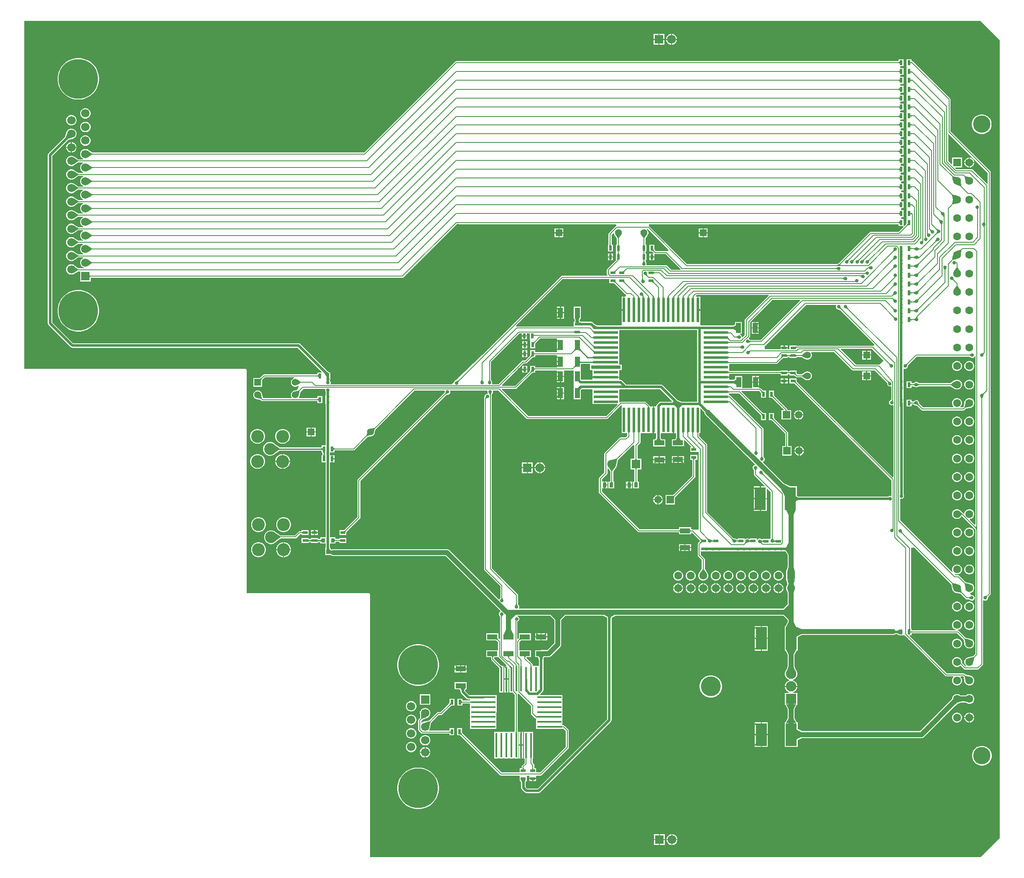
<source format=gtl>
G04*
G04 #@! TF.GenerationSoftware,Altium Limited,Altium Designer,21.9.2 (33)*
G04*
G04 Layer_Physical_Order=1*
G04 Layer_Color=255*
%FSLAX44Y44*%
%MOMM*%
G71*
G04*
G04 #@! TF.SameCoordinates,F3885508-5BA4-4F46-A5D4-ABF0D579B2B6*
G04*
G04*
G04 #@! TF.FilePolarity,Positive*
G04*
G01*
G75*
%ADD12C,0.2000*%
%ADD13C,0.4000*%
%ADD14C,0.5000*%
%ADD15C,0.2540*%
%ADD29C,1.8000*%
%ADD32C,1.7000*%
%ADD35R,1.7000X1.7000*%
%ADD39C,1.5000*%
%ADD43R,1.5000X1.5000*%
%ADD44C,1.6000*%
%ADD45R,1.6000X1.6000*%
%ADD48R,0.6500X0.9000*%
%ADD49R,2.2500X4.6000*%
%ADD50R,0.6000X1.0000*%
%ADD51R,1.0000X0.6000*%
%ADD52R,0.8000X1.0000*%
%ADD53R,1.0000X2.0500*%
%ADD54R,2.0500X1.0000*%
%ADD55R,0.5000X5.0000*%
%ADD56R,5.0000X0.5000*%
%ADD57R,6.0000X0.7000*%
%ADD58R,0.4500X5.0000*%
%ADD59R,5.0000X0.4500*%
%ADD60C,1.0000*%
%ADD61C,8.0000*%
%ADD62C,3.5000*%
%ADD63R,1.6000X1.6000*%
%ADD64C,4.0000*%
%ADD65C,2.1000*%
%ADD66R,2.1000X2.1000*%
%ADD67C,1.4000*%
%ADD68R,1.4000X1.4000*%
%ADD69C,2.6000*%
%ADD70C,2.4000*%
%ADD71R,1.4000X1.4000*%
%ADD72R,1.8000X1.8000*%
%ADD73C,0.7000*%
G36*
X1938944Y1697451D02*
X1977451Y1658944D01*
Y41056D01*
X1938944Y2549D01*
X702549Y2549D01*
X702549Y535000D01*
X702355Y535975D01*
X701802Y536802D01*
X700975Y537355D01*
X700000Y537549D01*
X452549D01*
X452549Y990000D01*
X452355Y990975D01*
X451802Y991802D01*
X450975Y992355D01*
X450000Y992549D01*
X2549Y992549D01*
X2549Y1697451D01*
X1938944Y1697451D01*
D02*
G37*
%LPC*%
G36*
X1314348Y1671000D02*
X1313900D01*
Y1661000D01*
X1323900D01*
Y1661448D01*
X1323150Y1664246D01*
X1321702Y1666754D01*
X1319654Y1668802D01*
X1317146Y1670250D01*
X1314348Y1671000D01*
D02*
G37*
G36*
X1311900D02*
X1311452D01*
X1308654Y1670250D01*
X1306146Y1668802D01*
X1304098Y1666754D01*
X1302650Y1664246D01*
X1301900Y1661448D01*
Y1661000D01*
X1311900D01*
Y1671000D01*
D02*
G37*
G36*
X1298500D02*
X1288500D01*
Y1661000D01*
X1298500D01*
Y1671000D01*
D02*
G37*
G36*
X1286500D02*
X1276500D01*
Y1661000D01*
X1286500D01*
Y1671000D01*
D02*
G37*
G36*
X1323900Y1659000D02*
X1313900D01*
Y1649000D01*
X1314348D01*
X1317146Y1649750D01*
X1319654Y1651198D01*
X1321702Y1653246D01*
X1323150Y1655754D01*
X1323900Y1658552D01*
Y1659000D01*
D02*
G37*
G36*
X1311900D02*
X1301900D01*
Y1658552D01*
X1302650Y1655754D01*
X1304098Y1653246D01*
X1306146Y1651198D01*
X1308654Y1649750D01*
X1311452Y1649000D01*
X1311900D01*
Y1659000D01*
D02*
G37*
G36*
X1298500D02*
X1288500D01*
Y1649000D01*
X1298500D01*
Y1659000D01*
D02*
G37*
G36*
X1286500D02*
X1276500D01*
Y1649000D01*
X1286500D01*
Y1659000D01*
D02*
G37*
G36*
X114553Y1622000D02*
X109047D01*
X103589Y1621281D01*
X98271Y1619856D01*
X93184Y1617749D01*
X88416Y1614997D01*
X84048Y1611645D01*
X80155Y1607752D01*
X76803Y1603384D01*
X74050Y1598616D01*
X71944Y1593529D01*
X70519Y1588211D01*
X69800Y1582753D01*
Y1577247D01*
X70519Y1571789D01*
X71944Y1566471D01*
X74050Y1561384D01*
X76803Y1556616D01*
X80155Y1552248D01*
X84048Y1548355D01*
X88416Y1545003D01*
X93184Y1542251D01*
X98271Y1540144D01*
X103589Y1538719D01*
X109047Y1538000D01*
X114553D01*
X120011Y1538719D01*
X125329Y1540144D01*
X130416Y1542251D01*
X135184Y1545003D01*
X139552Y1548355D01*
X143445Y1552248D01*
X146797Y1556616D01*
X149550Y1561384D01*
X151656Y1566471D01*
X153081Y1571789D01*
X153800Y1577247D01*
Y1582753D01*
X153081Y1588211D01*
X151656Y1593529D01*
X149550Y1598616D01*
X146797Y1603384D01*
X143445Y1607752D01*
X139552Y1611645D01*
X135184Y1614997D01*
X130416Y1617749D01*
X125329Y1619856D01*
X120011Y1621281D01*
X114553Y1622000D01*
D02*
G37*
G36*
X127382Y1520500D02*
X124618D01*
X121947Y1519784D01*
X119553Y1518402D01*
X117598Y1516447D01*
X116216Y1514053D01*
X115500Y1511382D01*
Y1508618D01*
X116216Y1505947D01*
X117598Y1503553D01*
X119553Y1501598D01*
X121947Y1500216D01*
X124618Y1499500D01*
X127382D01*
X130053Y1500216D01*
X132447Y1501598D01*
X134402Y1503553D01*
X135784Y1505947D01*
X136500Y1508618D01*
Y1511382D01*
X135784Y1514053D01*
X134402Y1516447D01*
X132447Y1518402D01*
X130053Y1519784D01*
X127382Y1520500D01*
D02*
G37*
G36*
X98982Y1506750D02*
X96218D01*
X93547Y1506034D01*
X91153Y1504652D01*
X89198Y1502697D01*
X87816Y1500303D01*
X87100Y1497632D01*
Y1494868D01*
X87816Y1492197D01*
X89198Y1489803D01*
X91153Y1487848D01*
X93547Y1486466D01*
X96218Y1485750D01*
X98982D01*
X101653Y1486466D01*
X104047Y1487848D01*
X106002Y1489803D01*
X107384Y1492197D01*
X108100Y1494868D01*
Y1497632D01*
X107384Y1500303D01*
X106002Y1502697D01*
X104047Y1504652D01*
X101653Y1506034D01*
X98982Y1506750D01*
D02*
G37*
G36*
X127382Y1493000D02*
X124618D01*
X121947Y1492284D01*
X119553Y1490902D01*
X117598Y1488947D01*
X116216Y1486553D01*
X115500Y1483882D01*
Y1481118D01*
X116216Y1478447D01*
X117598Y1476053D01*
X119553Y1474098D01*
X121947Y1472716D01*
X124618Y1472000D01*
X127382D01*
X130053Y1472716D01*
X132447Y1474098D01*
X134402Y1476053D01*
X135784Y1478447D01*
X136500Y1481118D01*
Y1483882D01*
X135784Y1486553D01*
X134402Y1488947D01*
X132447Y1490902D01*
X130053Y1492284D01*
X127382Y1493000D01*
D02*
G37*
G36*
X1942970Y1508000D02*
X1939030D01*
X1935166Y1507231D01*
X1931526Y1505724D01*
X1928251Y1503535D01*
X1925465Y1500749D01*
X1923276Y1497473D01*
X1921769Y1493834D01*
X1921000Y1489970D01*
Y1486030D01*
X1921769Y1482166D01*
X1923276Y1478526D01*
X1925465Y1475251D01*
X1928251Y1472465D01*
X1931526Y1470276D01*
X1935166Y1468769D01*
X1939030Y1468000D01*
X1942970D01*
X1946834Y1468769D01*
X1950473Y1470276D01*
X1953749Y1472465D01*
X1956535Y1475251D01*
X1958724Y1478526D01*
X1960231Y1482166D01*
X1961000Y1486030D01*
Y1489970D01*
X1960231Y1493834D01*
X1958724Y1497473D01*
X1956535Y1500749D01*
X1953749Y1503535D01*
X1950473Y1505724D01*
X1946834Y1507231D01*
X1942970Y1508000D01*
D02*
G37*
G36*
X127382Y1465500D02*
X124618D01*
X121947Y1464784D01*
X119553Y1463402D01*
X117598Y1461447D01*
X116216Y1459053D01*
X115500Y1456382D01*
Y1453618D01*
X116216Y1450947D01*
X117598Y1448553D01*
X119553Y1446598D01*
X121947Y1445216D01*
X124618Y1444500D01*
X127382D01*
X130053Y1445216D01*
X132447Y1446598D01*
X134402Y1448553D01*
X135784Y1450947D01*
X136500Y1453618D01*
Y1456382D01*
X135784Y1459053D01*
X134402Y1461447D01*
X132447Y1463402D01*
X130053Y1464784D01*
X127382Y1465500D01*
D02*
G37*
G36*
X98982Y1451750D02*
X98600D01*
Y1442250D01*
X108100D01*
Y1442632D01*
X107384Y1445303D01*
X106002Y1447697D01*
X104047Y1449652D01*
X101653Y1451034D01*
X98982Y1451750D01*
D02*
G37*
G36*
X96600D02*
X96218D01*
X93547Y1451034D01*
X91153Y1449652D01*
X89198Y1447697D01*
X87816Y1445303D01*
X87100Y1442632D01*
Y1442250D01*
X96600D01*
Y1451750D01*
D02*
G37*
G36*
X108100Y1440250D02*
X98600D01*
Y1430750D01*
X98982D01*
X101653Y1431466D01*
X104047Y1432848D01*
X106002Y1434803D01*
X107384Y1437197D01*
X108100Y1439868D01*
Y1440250D01*
D02*
G37*
G36*
X96600D02*
X87100D01*
Y1439868D01*
X87816Y1437197D01*
X89198Y1434803D01*
X91153Y1432848D01*
X93547Y1431466D01*
X96218Y1430750D01*
X96600D01*
Y1440250D01*
D02*
G37*
G36*
X1799000Y1620000D02*
X1789000D01*
X1789000Y1620000D01*
Y1287307D01*
X1787976Y1285301D01*
X1784592Y1281918D01*
X1784184Y1281914D01*
X1783000Y1283068D01*
X1783000Y1283220D01*
Y1296000D01*
X1777919D01*
X1777897Y1299099D01*
X1778792Y1300000D01*
X1783000D01*
Y1314000D01*
X1777788D01*
X1777766Y1317099D01*
X1778660Y1318000D01*
X1783000D01*
Y1332000D01*
X1777657D01*
X1777635Y1335099D01*
X1778529Y1336000D01*
X1783000D01*
Y1350000D01*
X1777526D01*
X1777503Y1353099D01*
X1778398Y1354000D01*
X1783000D01*
Y1368000D01*
X1777395D01*
X1777372Y1371099D01*
X1778267Y1372000D01*
X1783000D01*
Y1386000D01*
X1777264D01*
X1777241Y1389099D01*
X1778136Y1390000D01*
X1783000D01*
Y1404000D01*
X1777133D01*
X1777110Y1407099D01*
X1778005Y1408000D01*
X1783000D01*
Y1422000D01*
X1777001D01*
X1776979Y1425099D01*
X1777874Y1426000D01*
X1783000D01*
Y1440000D01*
X1776870D01*
X1776848Y1443099D01*
X1777742Y1444000D01*
X1783000D01*
Y1458000D01*
X1776739D01*
X1776717Y1461099D01*
X1777611Y1462000D01*
X1783000D01*
Y1476000D01*
X1776608D01*
X1776586Y1479099D01*
X1777480Y1480000D01*
X1783000D01*
Y1494000D01*
X1776477D01*
X1776454Y1497099D01*
X1777349Y1498000D01*
X1783000D01*
Y1512000D01*
X1776346D01*
X1776323Y1515099D01*
X1777218Y1516000D01*
X1783000D01*
Y1530000D01*
X1776215D01*
X1776192Y1533099D01*
X1777087Y1534000D01*
X1783000D01*
Y1548000D01*
X1776084D01*
X1776061Y1551099D01*
X1776956Y1552000D01*
X1783000D01*
Y1566000D01*
X1775952D01*
X1775930Y1569099D01*
X1776824Y1570000D01*
X1783000D01*
Y1584000D01*
X1775821D01*
X1775799Y1587099D01*
X1776693Y1588000D01*
X1783000D01*
Y1602000D01*
X1775690D01*
X1775668Y1605099D01*
X1776562Y1606000D01*
X1783000D01*
Y1620000D01*
X1773000D01*
Y1616258D01*
X1772595Y1616059D01*
X877000D01*
X875829Y1615826D01*
X874837Y1615163D01*
X874837Y1615163D01*
X690233Y1430559D01*
X140126D01*
X133205Y1435145D01*
X132447Y1435902D01*
X130053Y1437284D01*
X127382Y1438000D01*
X124618D01*
X121947Y1437284D01*
X119553Y1435902D01*
X117598Y1433947D01*
X116216Y1431553D01*
X115500Y1428882D01*
Y1426118D01*
X116216Y1423447D01*
X117598Y1421053D01*
X119553Y1419098D01*
X121318Y1418079D01*
X120978Y1416809D01*
X111726D01*
X104805Y1421395D01*
X104047Y1422152D01*
X101653Y1423534D01*
X98982Y1424250D01*
X96218D01*
X93547Y1423534D01*
X91153Y1422152D01*
X89198Y1420197D01*
X87816Y1417803D01*
X87100Y1415132D01*
Y1412368D01*
X87816Y1409697D01*
X89198Y1407303D01*
X91153Y1405348D01*
X93547Y1403966D01*
X96218Y1403250D01*
X98982D01*
X101653Y1403966D01*
X104047Y1405348D01*
X104805Y1406105D01*
X111726Y1410691D01*
X120978D01*
X121318Y1409421D01*
X119553Y1408402D01*
X117598Y1406447D01*
X116216Y1404053D01*
X115500Y1401382D01*
Y1398618D01*
X116216Y1395947D01*
X117598Y1393553D01*
X119553Y1391598D01*
X121318Y1390579D01*
X120978Y1389309D01*
X111726D01*
X104805Y1393895D01*
X104047Y1394652D01*
X101653Y1396034D01*
X98982Y1396750D01*
X96218D01*
X93547Y1396034D01*
X91153Y1394652D01*
X89198Y1392697D01*
X87816Y1390303D01*
X87100Y1387632D01*
Y1384868D01*
X87816Y1382197D01*
X89198Y1379803D01*
X91153Y1377848D01*
X93547Y1376466D01*
X96218Y1375750D01*
X98982D01*
X101653Y1376466D01*
X104047Y1377848D01*
X104805Y1378605D01*
X111726Y1383191D01*
X120978D01*
X121318Y1381921D01*
X119553Y1380902D01*
X117598Y1378947D01*
X116216Y1376553D01*
X115500Y1373882D01*
Y1371118D01*
X116216Y1368447D01*
X117598Y1366053D01*
X119553Y1364098D01*
X121318Y1363079D01*
X120978Y1361809D01*
X111726D01*
X104805Y1366395D01*
X104047Y1367152D01*
X101653Y1368534D01*
X98982Y1369250D01*
X96218D01*
X93547Y1368534D01*
X91153Y1367152D01*
X89198Y1365197D01*
X87816Y1362803D01*
X87100Y1360132D01*
Y1357368D01*
X87816Y1354697D01*
X89198Y1352303D01*
X91153Y1350348D01*
X93547Y1348966D01*
X96218Y1348250D01*
X98982D01*
X101653Y1348966D01*
X104047Y1350348D01*
X104805Y1351105D01*
X111726Y1355691D01*
X120978D01*
X121318Y1354421D01*
X119553Y1353402D01*
X117598Y1351447D01*
X116216Y1349053D01*
X115500Y1346382D01*
Y1343618D01*
X116216Y1340947D01*
X117598Y1338553D01*
X119553Y1336598D01*
X121318Y1335579D01*
X120978Y1334309D01*
X111726D01*
X104805Y1338895D01*
X104047Y1339652D01*
X101653Y1341034D01*
X98982Y1341750D01*
X96218D01*
X93547Y1341034D01*
X91153Y1339652D01*
X89198Y1337697D01*
X87816Y1335303D01*
X87100Y1332632D01*
Y1329868D01*
X87816Y1327197D01*
X89198Y1324803D01*
X91153Y1322848D01*
X93547Y1321466D01*
X96218Y1320750D01*
X98982D01*
X101653Y1321466D01*
X104047Y1322848D01*
X104805Y1323605D01*
X111726Y1328191D01*
X120978D01*
X121318Y1326921D01*
X119553Y1325902D01*
X117598Y1323947D01*
X116216Y1321553D01*
X115500Y1318882D01*
Y1316118D01*
X116216Y1313447D01*
X117598Y1311053D01*
X119553Y1309098D01*
X121318Y1308079D01*
X120978Y1306809D01*
X111726D01*
X104805Y1311395D01*
X104047Y1312152D01*
X101653Y1313534D01*
X98982Y1314250D01*
X96218D01*
X93547Y1313534D01*
X91153Y1312152D01*
X89198Y1310197D01*
X87816Y1307803D01*
X87100Y1305132D01*
Y1302368D01*
X87816Y1299697D01*
X89198Y1297303D01*
X91153Y1295348D01*
X93547Y1293966D01*
X96218Y1293250D01*
X98982D01*
X101653Y1293966D01*
X104047Y1295348D01*
X104805Y1296105D01*
X111726Y1300691D01*
X120978D01*
X121318Y1299421D01*
X119553Y1298402D01*
X117598Y1296447D01*
X116216Y1294053D01*
X115500Y1291382D01*
Y1288618D01*
X116216Y1285947D01*
X117598Y1283553D01*
X119553Y1281598D01*
X121318Y1280579D01*
X120978Y1279309D01*
X111726D01*
X104805Y1283895D01*
X104047Y1284652D01*
X101653Y1286034D01*
X98982Y1286750D01*
X96218D01*
X93547Y1286034D01*
X91153Y1284652D01*
X89198Y1282697D01*
X87816Y1280303D01*
X87100Y1277632D01*
Y1274868D01*
X87816Y1272197D01*
X89198Y1269803D01*
X91153Y1267848D01*
X93547Y1266466D01*
X96218Y1265750D01*
X98982D01*
X101653Y1266466D01*
X104047Y1267848D01*
X104805Y1268605D01*
X111726Y1273191D01*
X120978D01*
X121318Y1271921D01*
X119553Y1270902D01*
X117598Y1268947D01*
X116216Y1266553D01*
X115500Y1263882D01*
Y1261118D01*
X116216Y1258447D01*
X117598Y1256053D01*
X119553Y1254098D01*
X121318Y1253079D01*
X120978Y1251809D01*
X111726D01*
X104805Y1256395D01*
X104047Y1257152D01*
X101653Y1258534D01*
X98982Y1259250D01*
X96218D01*
X93547Y1258534D01*
X91153Y1257152D01*
X89198Y1255197D01*
X87816Y1252803D01*
X87100Y1250132D01*
Y1247368D01*
X87816Y1244697D01*
X89198Y1242303D01*
X91153Y1240348D01*
X93547Y1238966D01*
X96218Y1238250D01*
X98982D01*
X101653Y1238966D01*
X104047Y1240348D01*
X104805Y1241105D01*
X111726Y1245691D01*
X120978D01*
X121318Y1244421D01*
X119553Y1243402D01*
X117598Y1241447D01*
X116216Y1239053D01*
X115500Y1236382D01*
Y1233618D01*
X116216Y1230947D01*
X117598Y1228553D01*
X119553Y1226598D01*
X121318Y1225579D01*
X120978Y1224309D01*
X111726D01*
X104805Y1228895D01*
X104047Y1229652D01*
X101653Y1231034D01*
X98982Y1231750D01*
X96218D01*
X93547Y1231034D01*
X91153Y1229652D01*
X89198Y1227697D01*
X87816Y1225303D01*
X87100Y1222632D01*
Y1219868D01*
X87816Y1217197D01*
X89198Y1214803D01*
X91153Y1212848D01*
X93547Y1211466D01*
X96218Y1210750D01*
X98982D01*
X101653Y1211466D01*
X104047Y1212848D01*
X104805Y1213605D01*
X111726Y1218191D01*
X120978D01*
X121318Y1216921D01*
X119553Y1215902D01*
X117598Y1213947D01*
X116216Y1211553D01*
X115500Y1208882D01*
Y1206118D01*
X116216Y1203447D01*
X117598Y1201053D01*
X119553Y1199098D01*
X121947Y1197716D01*
X123391Y1197329D01*
X123223Y1196059D01*
X111836D01*
X105512Y1200687D01*
X104047Y1202152D01*
X101653Y1203534D01*
X98982Y1204250D01*
X96218D01*
X93547Y1203534D01*
X91153Y1202152D01*
X89198Y1200197D01*
X87816Y1197803D01*
X87100Y1195132D01*
Y1192368D01*
X87816Y1189697D01*
X89198Y1187303D01*
X91153Y1185348D01*
X93547Y1183966D01*
X96218Y1183250D01*
X98982D01*
X101653Y1183966D01*
X104047Y1185348D01*
X104338Y1185639D01*
X111547Y1189941D01*
X115500D01*
Y1169500D01*
X136500D01*
Y1176742D01*
X136905Y1176941D01*
X768000D01*
X768000Y1176941D01*
X769171Y1177174D01*
X770163Y1177837D01*
X878267Y1285941D01*
X881424D01*
X882424Y1284941D01*
X1200040D01*
X1200919Y1284025D01*
X1200829Y1281826D01*
X1199837Y1281163D01*
X1199837Y1281163D01*
X1186337Y1267663D01*
X1185674Y1266671D01*
X1185441Y1265500D01*
X1185441Y1265500D01*
Y1244405D01*
X1185242Y1244000D01*
X1184000D01*
Y1230000D01*
X1194000D01*
Y1244000D01*
X1191758D01*
X1191559Y1244405D01*
Y1264233D01*
X1194827Y1267501D01*
X1196000Y1267015D01*
Y1266815D01*
X1196613Y1264526D01*
X1197798Y1262474D01*
X1198606Y1261666D01*
X1202191Y1256256D01*
Y1244405D01*
X1201992Y1244000D01*
X1200000D01*
Y1230000D01*
Y1226000D01*
Y1212000D01*
X1200000Y1212000D01*
X1200000D01*
X1199255Y1211081D01*
X1182837Y1194663D01*
X1182174Y1193671D01*
X1181941Y1192500D01*
X1181941Y1192500D01*
Y1184818D01*
X1181941Y1184818D01*
X1182174Y1183648D01*
X1182837Y1182655D01*
X1183510Y1181982D01*
X1183024Y1180809D01*
X1091750D01*
X1091750Y1180809D01*
X1090580Y1180576D01*
X1089587Y1179913D01*
X929785Y1020111D01*
X876415Y969150D01*
X874634Y968413D01*
X873087Y966865D01*
X872476Y965389D01*
X867941Y961059D01*
X622878D01*
X622172Y962115D01*
X622500Y962906D01*
Y965094D01*
X621663Y967115D01*
X621588Y967190D01*
Y968457D01*
X621827Y971000D01*
X622000D01*
Y972987D01*
X622009Y973030D01*
X622000Y973074D01*
Y983146D01*
X622001Y983151D01*
X622000Y983153D01*
Y985000D01*
X620545D01*
X615463Y988025D01*
X560744Y1042744D01*
X559256Y1043739D01*
X557500Y1044088D01*
X101650D01*
X59088Y1086650D01*
Y1423750D01*
X91236Y1455897D01*
X97972Y1458250D01*
X98982D01*
X101653Y1458966D01*
X104047Y1460348D01*
X106002Y1462303D01*
X107384Y1464697D01*
X108100Y1467368D01*
Y1470132D01*
X107384Y1472803D01*
X106002Y1475197D01*
X104047Y1477152D01*
X101653Y1478534D01*
X98982Y1479250D01*
X96218D01*
X93547Y1478534D01*
X91153Y1477152D01*
X89198Y1475197D01*
X87816Y1472803D01*
X87100Y1470132D01*
Y1469122D01*
X84747Y1462386D01*
X51256Y1428894D01*
X50261Y1427406D01*
X49912Y1425650D01*
Y1084750D01*
X50261Y1082994D01*
X51256Y1081506D01*
X96506Y1036256D01*
X97994Y1035261D01*
X99750Y1034912D01*
X555600D01*
X604338Y986173D01*
X603852Y985000D01*
X596000D01*
Y981258D01*
X595595Y981059D01*
X488000D01*
X486829Y980826D01*
X485837Y980163D01*
X480699Y975024D01*
X478693Y974000D01*
X466000D01*
Y956000D01*
X484000D01*
Y968693D01*
X485024Y970699D01*
X489267Y974941D01*
X548621D01*
X548788Y973671D01*
X547726Y973387D01*
X545674Y972202D01*
X543998Y970526D01*
X542813Y968474D01*
X542200Y966185D01*
Y963815D01*
X542813Y961526D01*
X543998Y959474D01*
X545674Y957798D01*
X547726Y956613D01*
X550015Y956000D01*
X552385D01*
X554674Y956613D01*
X556726Y957798D01*
X557331Y958404D01*
X557586Y958566D01*
X558556Y957745D01*
X555083Y949536D01*
X550871Y948600D01*
X550015D01*
X547726Y947987D01*
X545674Y946802D01*
X543998Y945126D01*
X542813Y943074D01*
X542200Y940785D01*
Y938415D01*
X542813Y936126D01*
X543851Y934329D01*
X543394Y933059D01*
X485867D01*
X485430Y933496D01*
X484000Y939929D01*
Y940785D01*
X483387Y943074D01*
X482202Y945126D01*
X480526Y946802D01*
X478474Y947987D01*
X476185Y948600D01*
X473815D01*
X471526Y947987D01*
X469474Y946802D01*
X467798Y945126D01*
X466613Y943074D01*
X466000Y940785D01*
Y938415D01*
X466613Y936126D01*
X467798Y934074D01*
X469474Y932398D01*
X471526Y931213D01*
X473815Y930600D01*
X474671D01*
X481104Y929170D01*
X482437Y927837D01*
X482437Y927837D01*
X483429Y927174D01*
X484600Y926941D01*
X595595D01*
X596000Y926742D01*
Y923000D01*
X606000D01*
Y937000D01*
X596000D01*
Y933258D01*
X595595Y933059D01*
X559006D01*
X558549Y934329D01*
X559587Y936126D01*
X560200Y938415D01*
Y939271D01*
X561630Y945704D01*
X567617Y951691D01*
X611019D01*
X611724Y950635D01*
X611500Y950094D01*
Y947906D01*
X612337Y945884D01*
X612412Y945810D01*
Y939543D01*
X612173Y937000D01*
X612000D01*
Y935013D01*
X611991Y934969D01*
X612000Y934926D01*
Y925074D01*
X611991Y925031D01*
X612000Y924987D01*
Y923000D01*
X612173D01*
X612412Y920457D01*
Y837000D01*
X604250D01*
Y833796D01*
X603315Y833334D01*
X519720D01*
X509711Y840090D01*
X509707Y840091D01*
X508596Y841203D01*
X505404Y843046D01*
X501843Y844000D01*
X498157D01*
X494596Y843046D01*
X491404Y841203D01*
X488797Y838596D01*
X486954Y835404D01*
X486000Y831843D01*
Y828157D01*
X486954Y824596D01*
X488797Y821404D01*
X491404Y818797D01*
X494596Y816954D01*
X498157Y816000D01*
X501843D01*
X505404Y816954D01*
X508596Y818797D01*
X509707Y819909D01*
X509711Y819910D01*
X519720Y826666D01*
X603315D01*
X604250Y826204D01*
Y823000D01*
X605454D01*
X605916Y822065D01*
Y817935D01*
X605454Y817000D01*
X604250D01*
Y803000D01*
X612412D01*
Y651000D01*
X602000D01*
Y648046D01*
X601064Y647584D01*
X597935D01*
X597000Y648046D01*
Y649250D01*
X583000D01*
Y648046D01*
X582065Y647584D01*
X578935D01*
X578000Y648046D01*
Y649250D01*
X564000D01*
Y639250D01*
X578000D01*
Y640454D01*
X578935Y640916D01*
X582065D01*
X583000Y640454D01*
Y639250D01*
X597000D01*
Y640454D01*
X597935Y640916D01*
X601064D01*
X602000Y640454D01*
Y638000D01*
X612412D01*
Y630544D01*
X612173Y628000D01*
X612000D01*
Y626013D01*
X611991Y625970D01*
X612000Y625926D01*
Y615000D01*
X620432D01*
X620477Y614991D01*
X620520Y615000D01*
X621512D01*
X622691Y614845D01*
X622757Y614757D01*
X623449Y614227D01*
X623450Y614226D01*
X623678Y614051D01*
X624220Y613635D01*
X625923Y612930D01*
X627750Y612690D01*
X855432D01*
X966672Y501450D01*
X966424Y500204D01*
X965884Y499981D01*
X964337Y498433D01*
X963500Y496412D01*
Y494224D01*
X964337Y492202D01*
X964478Y492062D01*
X965441Y489703D01*
Y444794D01*
X964268Y444308D01*
X963282Y445294D01*
X962250Y447358D01*
Y456000D01*
X937750D01*
Y442000D01*
X956892D01*
X958956Y440968D01*
X961691Y438233D01*
Y422000D01*
X937750D01*
Y408000D01*
X947564D01*
X947770Y407588D01*
Y403822D01*
X947770Y403821D01*
X948002Y402651D01*
X948666Y401659D01*
X963118Y387206D01*
X964150Y385142D01*
Y336500D01*
X972650D01*
Y390500D01*
X969508D01*
X967444Y391532D01*
X953887Y405089D01*
Y407588D01*
X954093Y408000D01*
X962250D01*
X963170Y407155D01*
X978651Y391673D01*
X978165Y390500D01*
X974150D01*
Y364500D01*
X978400D01*
X982650D01*
Y383979D01*
X983920Y384554D01*
X984150Y384352D01*
Y336500D01*
X990790D01*
X991087Y336055D01*
X995341Y331801D01*
Y257887D01*
X994239Y256700D01*
X955420Y256700D01*
X954550Y256700D01*
X954376Y256874D01*
X954150Y256700D01*
X954150Y255596D01*
Y208260D01*
X954124Y202750D01*
X954150Y202700D01*
X955376Y202700D01*
X962650D01*
Y202750D01*
X964150D01*
Y202700D01*
X972650D01*
Y202750D01*
X974150D01*
Y202700D01*
X982650D01*
Y202750D01*
X984150D01*
Y202700D01*
X992650D01*
Y202750D01*
X994150D01*
Y202700D01*
X1002650D01*
Y256700D01*
X1001658D01*
X1001459Y257105D01*
Y333068D01*
X1002502Y334332D01*
X1002771Y334372D01*
X1003055Y334087D01*
X1003055Y334087D01*
X1028441Y308701D01*
Y293500D01*
X1028441Y293500D01*
X1028674Y292330D01*
X1029337Y291337D01*
X1036237Y284437D01*
X1036237Y284437D01*
X1037230Y283774D01*
X1037680Y283684D01*
X1038300Y283390D01*
Y272350D01*
Y262350D01*
X1092300D01*
Y262578D01*
X1093570Y263104D01*
X1098941Y257733D01*
Y226267D01*
X1046733Y174059D01*
X1039000D01*
Y183000D01*
X1035265D01*
X1035059Y183412D01*
Y188800D01*
X1034826Y189970D01*
X1034163Y190963D01*
X1034163Y190963D01*
X1031459Y193667D01*
Y202295D01*
X1031658Y202700D01*
X1032650D01*
Y256700D01*
X1014150D01*
Y224466D01*
X1014054Y203930D01*
X1014049Y202750D01*
X1014150Y202700D01*
X1014239Y202700D01*
X1015341Y201513D01*
Y192917D01*
X1010587Y188163D01*
X1009924Y187171D01*
X1009691Y186000D01*
X1009691Y186000D01*
Y183412D01*
X1009485Y183000D01*
X1005750D01*
Y174059D01*
X969017D01*
X890024Y253051D01*
X889000Y255057D01*
Y263750D01*
X879000D01*
Y249750D01*
X883693D01*
X885699Y248726D01*
X965587Y168837D01*
X965587Y168837D01*
X966580Y168174D01*
X967750Y167941D01*
X1004956D01*
X1005750Y167000D01*
Y157000D01*
X1006747D01*
X1008412Y153650D01*
Y143000D01*
X1008761Y141244D01*
X1009756Y139756D01*
X1015756Y133756D01*
X1017244Y132761D01*
X1019000Y132412D01*
X1044000D01*
X1045756Y132761D01*
X1047244Y133756D01*
X1190244Y276756D01*
X1191239Y278244D01*
X1191588Y280000D01*
Y485081D01*
X1191859Y487900D01*
X1199939Y491940D01*
X1539176D01*
X1547940Y483176D01*
Y479407D01*
X1543749Y471000D01*
X1542000D01*
Y421000D01*
X1543749D01*
X1547940Y412593D01*
Y389753D01*
X1545817Y382494D01*
X1544998Y381675D01*
X1543352Y378825D01*
X1542500Y375646D01*
Y372354D01*
X1543352Y369175D01*
X1544998Y366325D01*
X1547325Y363997D01*
X1550175Y362352D01*
X1551834Y361907D01*
Y360593D01*
X1550175Y360148D01*
X1547325Y358503D01*
X1544998Y356175D01*
X1543352Y353325D01*
X1542500Y350146D01*
Y349500D01*
X1555000D01*
X1567500D01*
Y350146D01*
X1566648Y353325D01*
X1565002Y356175D01*
X1562675Y358503D01*
X1559825Y360148D01*
X1558166Y360593D01*
Y361907D01*
X1559825Y362352D01*
X1562675Y363997D01*
X1565002Y366325D01*
X1566648Y369175D01*
X1567500Y372354D01*
Y375646D01*
X1566648Y378825D01*
X1565002Y381675D01*
X1564183Y382494D01*
X1562060Y389753D01*
Y412593D01*
X1566251Y421000D01*
X1568500D01*
Y448499D01*
X1576907Y452690D01*
X1761250D01*
X1763077Y452930D01*
X1764780Y453635D01*
X1765792Y454412D01*
X1769653D01*
X1773000Y452759D01*
Y452000D01*
X1774880D01*
X1774896Y451996D01*
X1774928Y452000D01*
X1774987D01*
X1775031Y451991D01*
X1775074Y452000D01*
X1783000D01*
Y452177D01*
X1784270Y452562D01*
X1784587Y452087D01*
X1867087Y369587D01*
X1868080Y368924D01*
X1869250Y368691D01*
X1869250Y368691D01*
X1883253D01*
X1883779Y367421D01*
X1882998Y366640D01*
X1881682Y364360D01*
X1881000Y361816D01*
Y359183D01*
X1881682Y356640D01*
X1882998Y354360D01*
X1884860Y352498D01*
X1887140Y351181D01*
X1889684Y350500D01*
X1892316D01*
X1894860Y351181D01*
X1897140Y352498D01*
X1899002Y354360D01*
X1900318Y356640D01*
X1901000Y359183D01*
Y361816D01*
X1900318Y364360D01*
X1899002Y366640D01*
X1898221Y367421D01*
X1898747Y368691D01*
X1903483D01*
X1904422Y367753D01*
X1906000Y360183D01*
Y359183D01*
X1906682Y356640D01*
X1907998Y354360D01*
X1909860Y352498D01*
X1912140Y351181D01*
X1914684Y350500D01*
X1917316D01*
X1919860Y351181D01*
X1922140Y352498D01*
X1924002Y354360D01*
X1925318Y356640D01*
X1926000Y359183D01*
Y361816D01*
X1925318Y364360D01*
X1924002Y366640D01*
X1922140Y368502D01*
X1919860Y369818D01*
X1917316Y370500D01*
X1916316D01*
X1908747Y372078D01*
X1906913Y373913D01*
X1905921Y374576D01*
X1904750Y374809D01*
X1904750Y374809D01*
X1870517D01*
X1794499Y450827D01*
X1794985Y452000D01*
X1799000D01*
Y455742D01*
X1799405Y455941D01*
X1891233D01*
X1904422Y442753D01*
X1906000Y435183D01*
Y434183D01*
X1906682Y431640D01*
X1907998Y429360D01*
X1909860Y427498D01*
X1912140Y426181D01*
X1914684Y425500D01*
X1917316D01*
X1919860Y426181D01*
X1922140Y427498D01*
X1924002Y429360D01*
X1925318Y431640D01*
X1926000Y434183D01*
Y436816D01*
X1925318Y439360D01*
X1924002Y441640D01*
X1922140Y443502D01*
X1919860Y444818D01*
X1917316Y445500D01*
X1916316D01*
X1908747Y447078D01*
X1894663Y461163D01*
X1893671Y461826D01*
X1893195Y461921D01*
X1893152Y463224D01*
X1894860Y463681D01*
X1897140Y464998D01*
X1899002Y466860D01*
X1900318Y469140D01*
X1901000Y471683D01*
Y474316D01*
X1900318Y476860D01*
X1899002Y479140D01*
X1897140Y481002D01*
X1894860Y482318D01*
X1892316Y483000D01*
X1889684D01*
X1887140Y482318D01*
X1884860Y481002D01*
X1882998Y479140D01*
X1881682Y476860D01*
X1881000Y474316D01*
Y471683D01*
X1881682Y469140D01*
X1882998Y466860D01*
X1884860Y464998D01*
X1887140Y463681D01*
X1888456Y463329D01*
X1888289Y462059D01*
X1799405D01*
X1799000Y462258D01*
Y463940D01*
X1799009Y463985D01*
X1799000Y464027D01*
Y464052D01*
X1799005Y464089D01*
X1799000Y464109D01*
Y466000D01*
X1798251D01*
X1798059Y466397D01*
Y628750D01*
X1798009Y629002D01*
X1802000Y630000D01*
X1803783Y630891D01*
X1879422Y555253D01*
X1881000Y547683D01*
Y546683D01*
X1881682Y544140D01*
X1882998Y541860D01*
X1884860Y539998D01*
X1887140Y538681D01*
X1889684Y538000D01*
X1890684D01*
X1898253Y536422D01*
X1908837Y525837D01*
X1908837Y525837D01*
X1909829Y525174D01*
X1911000Y524941D01*
X1911000Y524941D01*
X1915112D01*
X1917406Y523815D01*
X1917885Y523337D01*
X1919906Y522500D01*
X1922094D01*
X1924115Y523337D01*
X1925663Y524884D01*
X1926500Y526906D01*
Y529094D01*
X1925663Y531115D01*
X1924115Y532663D01*
X1922094Y533500D01*
X1920683D01*
X1917529Y536789D01*
X1917961Y538173D01*
X1919860Y538681D01*
X1922140Y539998D01*
X1924002Y541860D01*
X1925318Y544140D01*
X1926000Y546683D01*
Y549316D01*
X1925318Y551860D01*
X1924002Y554140D01*
X1922140Y556002D01*
X1919860Y557318D01*
X1917316Y558000D01*
X1916656D01*
X1909054Y559772D01*
X1895663Y573163D01*
X1894671Y573826D01*
X1893500Y574059D01*
X1893500Y574059D01*
X1887267D01*
X1885888Y575438D01*
X1886667Y576454D01*
X1887140Y576181D01*
X1889684Y575500D01*
X1892316D01*
X1894860Y576181D01*
X1897140Y577498D01*
X1899002Y579360D01*
X1900318Y581640D01*
X1901000Y584183D01*
Y586816D01*
X1900318Y589360D01*
X1899002Y591640D01*
X1897140Y593502D01*
X1894860Y594818D01*
X1892316Y595500D01*
X1889684D01*
X1887140Y594818D01*
X1884860Y593502D01*
X1882998Y591640D01*
X1881682Y589360D01*
X1881000Y586816D01*
Y584183D01*
X1881682Y581640D01*
X1881954Y581167D01*
X1880938Y580388D01*
X1775809Y685517D01*
Y728269D01*
X1776865Y728974D01*
X1777406Y728750D01*
X1779594D01*
X1781615Y729587D01*
X1783163Y731135D01*
X1784000Y733156D01*
Y735344D01*
X1783163Y737365D01*
X1783088Y737440D01*
Y918036D01*
X1783088Y918036D01*
Y922500D01*
X1783000Y922943D01*
Y927926D01*
X1783009Y927970D01*
X1783000Y928013D01*
Y930000D01*
X1782827D01*
X1782588Y932543D01*
Y950457D01*
X1782827Y953000D01*
X1783000D01*
Y954987D01*
X1783009Y955031D01*
X1783000Y955074D01*
Y964926D01*
X1783009Y964969D01*
X1783000Y965013D01*
Y967000D01*
X1782827D01*
X1782588Y969544D01*
Y992085D01*
X1783858Y992934D01*
X1784906Y992500D01*
X1787094D01*
X1789115Y993337D01*
X1790663Y994884D01*
X1791500Y996906D01*
Y997582D01*
X1792326Y1000000D01*
X1809267Y1016941D01*
X1916112D01*
X1918407Y1015815D01*
X1918884Y1015337D01*
X1920906Y1014500D01*
X1923094D01*
X1925116Y1015337D01*
X1926663Y1016885D01*
X1926921Y1017509D01*
X1928191Y1017256D01*
Y677044D01*
X1927018Y676558D01*
X1916749Y686827D01*
X1917235Y688000D01*
X1917316D01*
X1919860Y688681D01*
X1922140Y689998D01*
X1924002Y691860D01*
X1925318Y694140D01*
X1926000Y696683D01*
Y699316D01*
X1925318Y701860D01*
X1924002Y704140D01*
X1922140Y706002D01*
X1919860Y707318D01*
X1917316Y708000D01*
X1914684D01*
X1912140Y707318D01*
X1909860Y706002D01*
X1907998Y704140D01*
X1906682Y701860D01*
X1906000Y699316D01*
Y699235D01*
X1904827Y698749D01*
X1903413Y700163D01*
X1902421Y700826D01*
X1902048Y700900D01*
X1900244Y701989D01*
X1899002Y704140D01*
X1897140Y706002D01*
X1894860Y707318D01*
X1892316Y708000D01*
X1889684D01*
X1887140Y707318D01*
X1884860Y706002D01*
X1882998Y704140D01*
X1881682Y701860D01*
X1881000Y699316D01*
Y696683D01*
X1881682Y694140D01*
X1882998Y691860D01*
X1884860Y689998D01*
X1887140Y688681D01*
X1889684Y688000D01*
X1892316D01*
X1894860Y688681D01*
X1897140Y689998D01*
X1899002Y691860D01*
X1899832Y693297D01*
X1901368Y693557D01*
X1927127Y667798D01*
X1928191Y665227D01*
Y414517D01*
X1923253Y409578D01*
X1915684Y408000D01*
X1914684D01*
X1912140Y407318D01*
X1909860Y406002D01*
X1907998Y404140D01*
X1906682Y401860D01*
X1906000Y399316D01*
Y396683D01*
X1906682Y394140D01*
X1907998Y391860D01*
X1909435Y390423D01*
X1909089Y389095D01*
X1908334Y388992D01*
X1900941Y396385D01*
X1900923Y396397D01*
X1901000Y396683D01*
Y399316D01*
X1900318Y401860D01*
X1899002Y404140D01*
X1897140Y406002D01*
X1894860Y407318D01*
X1892316Y408000D01*
X1889684D01*
X1887140Y407318D01*
X1884860Y406002D01*
X1882998Y404140D01*
X1881682Y401860D01*
X1881000Y399316D01*
Y396683D01*
X1881682Y394140D01*
X1882998Y391860D01*
X1884860Y389998D01*
X1887140Y388681D01*
X1889684Y388000D01*
X1892316D01*
X1894860Y388681D01*
X1897140Y389998D01*
X1897908Y390766D01*
X1905087Y383587D01*
X1905087Y383587D01*
X1906079Y382924D01*
X1907250Y382691D01*
X1907250Y382691D01*
X1932750D01*
X1932750Y382691D01*
X1933920Y382924D01*
X1934913Y383587D01*
X1943163Y391837D01*
X1943163Y391837D01*
X1943826Y392830D01*
X1944059Y394000D01*
X1944059Y394000D01*
Y522504D01*
X1945329Y523153D01*
X1946906Y522500D01*
X1949094D01*
X1951116Y523337D01*
X1952663Y524884D01*
X1953500Y526906D01*
Y527582D01*
X1954326Y530000D01*
X1958163Y533837D01*
X1958826Y534829D01*
X1959059Y536000D01*
Y1391000D01*
X1958826Y1392171D01*
X1958163Y1393163D01*
X1878059Y1473267D01*
Y1538000D01*
X1877826Y1539171D01*
X1877163Y1540163D01*
X1802163Y1615163D01*
X1801171Y1615826D01*
X1800000Y1616059D01*
X1799000Y1616802D01*
Y1620000D01*
D02*
G37*
G36*
X1094000Y1277000D02*
X1086000D01*
Y1269000D01*
X1094000D01*
Y1277000D01*
D02*
G37*
G36*
X1084000D02*
X1076000D01*
Y1269000D01*
X1084000D01*
Y1277000D01*
D02*
G37*
G36*
X1094000Y1267000D02*
X1086000D01*
Y1259000D01*
X1094000D01*
Y1267000D01*
D02*
G37*
G36*
X1084000D02*
X1076000D01*
Y1259000D01*
X1084000D01*
Y1267000D01*
D02*
G37*
G36*
X1194000Y1226000D02*
X1190000D01*
Y1220000D01*
X1194000D01*
Y1226000D01*
D02*
G37*
G36*
X1188000D02*
X1184000D01*
Y1220000D01*
X1184031D01*
Y1220000D01*
X1186031Y1221000D01*
Y1220000D01*
X1188000D01*
Y1226000D01*
D02*
G37*
G36*
Y1218000D02*
X1186031D01*
Y1217000D01*
X1184031Y1218000D01*
X1184000D01*
Y1212000D01*
X1188000D01*
Y1218000D01*
D02*
G37*
G36*
X1194000D02*
X1190000D01*
Y1212000D01*
X1194000D01*
Y1218000D01*
D02*
G37*
G36*
X114553Y1152000D02*
X109047D01*
X103589Y1151281D01*
X98271Y1149856D01*
X93184Y1147749D01*
X88416Y1144997D01*
X84048Y1141645D01*
X80155Y1137752D01*
X76803Y1133384D01*
X74050Y1128616D01*
X71944Y1123529D01*
X70519Y1118211D01*
X69800Y1112753D01*
Y1107247D01*
X70519Y1101789D01*
X71944Y1096471D01*
X74050Y1091384D01*
X76803Y1086616D01*
X80155Y1082248D01*
X84048Y1078355D01*
X88416Y1075003D01*
X93184Y1072251D01*
X98271Y1070144D01*
X103589Y1068719D01*
X109047Y1068000D01*
X114553D01*
X120011Y1068719D01*
X125329Y1070144D01*
X130416Y1072251D01*
X135184Y1075003D01*
X139552Y1078355D01*
X143445Y1082248D01*
X146797Y1086616D01*
X149550Y1091384D01*
X151656Y1096471D01*
X153081Y1101789D01*
X153800Y1107247D01*
Y1112753D01*
X153081Y1118211D01*
X151656Y1123529D01*
X149550Y1128616D01*
X146797Y1133384D01*
X143445Y1137752D01*
X139552Y1141645D01*
X135184Y1144997D01*
X130416Y1147749D01*
X125329Y1149856D01*
X120011Y1151281D01*
X114553Y1152000D01*
D02*
G37*
G36*
X1917316Y1008000D02*
X1914684D01*
X1912140Y1007318D01*
X1909860Y1006002D01*
X1907998Y1004140D01*
X1906682Y1001860D01*
X1906000Y999316D01*
Y996684D01*
X1906682Y994140D01*
X1907998Y991860D01*
X1909860Y989998D01*
X1912140Y988681D01*
X1914684Y988000D01*
X1917316D01*
X1919860Y988681D01*
X1922140Y989998D01*
X1924002Y991860D01*
X1925318Y994140D01*
X1926000Y996684D01*
Y999316D01*
X1925318Y1001860D01*
X1924002Y1004140D01*
X1922140Y1006002D01*
X1919860Y1007318D01*
X1917316Y1008000D01*
D02*
G37*
G36*
X1892316D02*
X1889684D01*
X1887140Y1007318D01*
X1884860Y1006002D01*
X1882998Y1004140D01*
X1881682Y1001860D01*
X1881000Y999316D01*
Y996684D01*
X1881682Y994140D01*
X1882998Y991860D01*
X1884860Y989998D01*
X1887140Y988681D01*
X1889684Y988000D01*
X1892316D01*
X1894860Y988681D01*
X1897140Y989998D01*
X1899002Y991860D01*
X1900318Y994140D01*
X1901000Y996684D01*
Y999316D01*
X1900318Y1001860D01*
X1899002Y1004140D01*
X1897140Y1006002D01*
X1894860Y1007318D01*
X1892316Y1008000D01*
D02*
G37*
G36*
Y970500D02*
X1889684D01*
X1887140Y969818D01*
X1884860Y968502D01*
X1883718Y967360D01*
X1877599Y963059D01*
X1814435D01*
X1812276Y964218D01*
X1811548Y964947D01*
X1809526Y965784D01*
X1807338D01*
X1805317Y964947D01*
X1804588Y964218D01*
X1802430Y963059D01*
X1799405D01*
X1799000Y963258D01*
Y967000D01*
X1789000D01*
Y953000D01*
X1799000D01*
Y956742D01*
X1799405Y956941D01*
X1802688D01*
X1805043Y955895D01*
X1805317Y955621D01*
X1807338Y954784D01*
X1809526D01*
X1811548Y955621D01*
X1811821Y955895D01*
X1814177Y956941D01*
X1877802D01*
X1884481Y952877D01*
X1884860Y952498D01*
X1887140Y951181D01*
X1889684Y950500D01*
X1892316D01*
X1894860Y951181D01*
X1897140Y952498D01*
X1899002Y954360D01*
X1900318Y956640D01*
X1901000Y959184D01*
Y961816D01*
X1900318Y964360D01*
X1899002Y966640D01*
X1897140Y968502D01*
X1894860Y969818D01*
X1892316Y970500D01*
D02*
G37*
G36*
X1917316D02*
X1914684D01*
X1912140Y969818D01*
X1909860Y968502D01*
X1907998Y966640D01*
X1906682Y964360D01*
X1906000Y961816D01*
Y959184D01*
X1906682Y956640D01*
X1907998Y954360D01*
X1909860Y952498D01*
X1912140Y951181D01*
X1914684Y950500D01*
X1917316D01*
X1919860Y951181D01*
X1922140Y952498D01*
X1924002Y954360D01*
X1925318Y956640D01*
X1926000Y959184D01*
Y961816D01*
X1925318Y964360D01*
X1924002Y966640D01*
X1922140Y968502D01*
X1919860Y969818D01*
X1917316Y970500D01*
D02*
G37*
G36*
Y933000D02*
X1914684D01*
X1912140Y932318D01*
X1909860Y931002D01*
X1907998Y929140D01*
X1906682Y926860D01*
X1906000Y924316D01*
Y923316D01*
X1904422Y915747D01*
X1902733Y914059D01*
X1897939D01*
X1897471Y915329D01*
X1899002Y916860D01*
X1900318Y919140D01*
X1901000Y921684D01*
Y924316D01*
X1900318Y926860D01*
X1899002Y929140D01*
X1897140Y931002D01*
X1894860Y932318D01*
X1892316Y933000D01*
X1889684D01*
X1887140Y932318D01*
X1884860Y931002D01*
X1882998Y929140D01*
X1881682Y926860D01*
X1881000Y924316D01*
Y921684D01*
X1881682Y919140D01*
X1882998Y916860D01*
X1884529Y915329D01*
X1884061Y914059D01*
X1822267D01*
X1814831Y921495D01*
X1813932Y923912D01*
Y924378D01*
X1813095Y926399D01*
X1811548Y927946D01*
X1809526Y928784D01*
X1807338D01*
X1805317Y927946D01*
X1804588Y927218D01*
X1802430Y926059D01*
X1799405D01*
X1799000Y926258D01*
Y930000D01*
X1789000D01*
Y916000D01*
X1799000D01*
Y919742D01*
X1799405Y919941D01*
X1802688D01*
X1805043Y918895D01*
X1805317Y918621D01*
X1807338Y917784D01*
X1808257D01*
X1810634Y917040D01*
X1818837Y908837D01*
X1818837Y908837D01*
X1819830Y908174D01*
X1821000Y907941D01*
X1904000D01*
X1904000Y907941D01*
X1905171Y908174D01*
X1906163Y908837D01*
X1908747Y911422D01*
X1916316Y913000D01*
X1917316D01*
X1919860Y913681D01*
X1922140Y914998D01*
X1924002Y916860D01*
X1925318Y919140D01*
X1926000Y921684D01*
Y924316D01*
X1925318Y926860D01*
X1924002Y929140D01*
X1922140Y931002D01*
X1919860Y932318D01*
X1917316Y933000D01*
D02*
G37*
G36*
Y895500D02*
X1914684D01*
X1912140Y894818D01*
X1909860Y893502D01*
X1907998Y891640D01*
X1906682Y889360D01*
X1906000Y886816D01*
Y884183D01*
X1906682Y881640D01*
X1907998Y879360D01*
X1909860Y877498D01*
X1912140Y876181D01*
X1914684Y875500D01*
X1917316D01*
X1919860Y876181D01*
X1922140Y877498D01*
X1924002Y879360D01*
X1925318Y881640D01*
X1926000Y884183D01*
Y886816D01*
X1925318Y889360D01*
X1924002Y891640D01*
X1922140Y893502D01*
X1919860Y894818D01*
X1917316Y895500D01*
D02*
G37*
G36*
X1892316D02*
X1889684D01*
X1887140Y894818D01*
X1884860Y893502D01*
X1882998Y891640D01*
X1881682Y889360D01*
X1881000Y886816D01*
Y884183D01*
X1881682Y881640D01*
X1882998Y879360D01*
X1884860Y877498D01*
X1887140Y876181D01*
X1889684Y875500D01*
X1892316D01*
X1894860Y876181D01*
X1897140Y877498D01*
X1899002Y879360D01*
X1900318Y881640D01*
X1901000Y884183D01*
Y886816D01*
X1900318Y889360D01*
X1899002Y891640D01*
X1897140Y893502D01*
X1894860Y894818D01*
X1892316Y895500D01*
D02*
G37*
G36*
X592000Y873250D02*
X584000D01*
Y865250D01*
X592000D01*
Y873250D01*
D02*
G37*
G36*
X582000D02*
X574000D01*
Y865250D01*
X582000D01*
Y873250D01*
D02*
G37*
G36*
X592000Y863250D02*
X584000D01*
Y855250D01*
X592000D01*
Y863250D01*
D02*
G37*
G36*
X582000D02*
X574000D01*
Y855250D01*
X582000D01*
Y863250D01*
D02*
G37*
G36*
X526877Y870400D02*
X523923D01*
X521025Y869824D01*
X518295Y868693D01*
X515838Y867051D01*
X513749Y864962D01*
X512107Y862505D01*
X510976Y859775D01*
X510400Y856877D01*
Y853923D01*
X510976Y851025D01*
X512107Y848295D01*
X513749Y845838D01*
X515838Y843749D01*
X518295Y842107D01*
X521025Y840976D01*
X523923Y840400D01*
X526877D01*
X529775Y840976D01*
X532505Y842107D01*
X534962Y843749D01*
X537051Y845838D01*
X538693Y848295D01*
X539823Y851025D01*
X540400Y853923D01*
Y856877D01*
X539823Y859775D01*
X538693Y862505D01*
X537051Y864962D01*
X534962Y867051D01*
X532505Y868693D01*
X529775Y869824D01*
X526877Y870400D01*
D02*
G37*
G36*
X476077D02*
X473123D01*
X470225Y869824D01*
X467495Y868693D01*
X465038Y867051D01*
X462949Y864962D01*
X461307Y862505D01*
X460176Y859775D01*
X459600Y856877D01*
Y853923D01*
X460176Y851025D01*
X461307Y848295D01*
X462949Y845838D01*
X465038Y843749D01*
X467495Y842107D01*
X470225Y840976D01*
X473123Y840400D01*
X476077D01*
X478975Y840976D01*
X481705Y842107D01*
X484162Y843749D01*
X486251Y845838D01*
X487893Y848295D01*
X489024Y851025D01*
X489600Y853923D01*
Y856877D01*
X489024Y859775D01*
X487893Y862505D01*
X486251Y864962D01*
X484162Y867051D01*
X481705Y868693D01*
X478975Y869824D01*
X476077Y870400D01*
D02*
G37*
G36*
X1917316Y858000D02*
X1914684D01*
X1912140Y857318D01*
X1909860Y856002D01*
X1907998Y854140D01*
X1906682Y851860D01*
X1906000Y849316D01*
Y846683D01*
X1906682Y844140D01*
X1907998Y841860D01*
X1909860Y839998D01*
X1912140Y838681D01*
X1914684Y838000D01*
X1917316D01*
X1919860Y838681D01*
X1922140Y839998D01*
X1924002Y841860D01*
X1925318Y844140D01*
X1926000Y846683D01*
Y849316D01*
X1925318Y851860D01*
X1924002Y854140D01*
X1922140Y856002D01*
X1919860Y857318D01*
X1917316Y858000D01*
D02*
G37*
G36*
X1892316D02*
X1889684D01*
X1887140Y857318D01*
X1884860Y856002D01*
X1882998Y854140D01*
X1881682Y851860D01*
X1881000Y849316D01*
Y846683D01*
X1881682Y844140D01*
X1882998Y841860D01*
X1884860Y839998D01*
X1887140Y838681D01*
X1889684Y838000D01*
X1892316D01*
X1894860Y838681D01*
X1897140Y839998D01*
X1899002Y841860D01*
X1900318Y844140D01*
X1901000Y846683D01*
Y849316D01*
X1900318Y851860D01*
X1899002Y854140D01*
X1897140Y856002D01*
X1894860Y857318D01*
X1892316Y858000D01*
D02*
G37*
G36*
X526877Y819600D02*
X526400D01*
Y805600D01*
X540400D01*
Y806077D01*
X539823Y808975D01*
X538693Y811705D01*
X537051Y814162D01*
X534962Y816251D01*
X532505Y817893D01*
X529775Y819024D01*
X526877Y819600D01*
D02*
G37*
G36*
X524400D02*
X523923D01*
X521025Y819024D01*
X518295Y817893D01*
X515838Y816251D01*
X513749Y814162D01*
X512107Y811705D01*
X510976Y808975D01*
X510400Y806077D01*
Y805600D01*
X524400D01*
Y819600D01*
D02*
G37*
G36*
X1917316Y820500D02*
X1914684D01*
X1912140Y819818D01*
X1909860Y818502D01*
X1907998Y816640D01*
X1906682Y814360D01*
X1906000Y811816D01*
Y809183D01*
X1906682Y806640D01*
X1907998Y804360D01*
X1909860Y802498D01*
X1912140Y801181D01*
X1914684Y800500D01*
X1917316D01*
X1919860Y801181D01*
X1922140Y802498D01*
X1924002Y804360D01*
X1925318Y806640D01*
X1926000Y809183D01*
Y811816D01*
X1925318Y814360D01*
X1924002Y816640D01*
X1922140Y818502D01*
X1919860Y819818D01*
X1917316Y820500D01*
D02*
G37*
G36*
X1892316D02*
X1889684D01*
X1887140Y819818D01*
X1884860Y818502D01*
X1882998Y816640D01*
X1881682Y814360D01*
X1881000Y811816D01*
Y809183D01*
X1881682Y806640D01*
X1882998Y804360D01*
X1884860Y802498D01*
X1887140Y801181D01*
X1889684Y800500D01*
X1892316D01*
X1894860Y801181D01*
X1897140Y802498D01*
X1899002Y804360D01*
X1900318Y806640D01*
X1901000Y809183D01*
Y811816D01*
X1900318Y814360D01*
X1899002Y816640D01*
X1897140Y818502D01*
X1894860Y819818D01*
X1892316Y820500D01*
D02*
G37*
G36*
X540400Y803600D02*
X526400D01*
Y789600D01*
X526877D01*
X529775Y790176D01*
X532505Y791307D01*
X534962Y792949D01*
X537051Y795038D01*
X538693Y797495D01*
X539823Y800225D01*
X540400Y803123D01*
Y803600D01*
D02*
G37*
G36*
X524400D02*
X510400D01*
Y803123D01*
X510976Y800225D01*
X512107Y797495D01*
X513749Y795038D01*
X515838Y792949D01*
X518295Y791307D01*
X521025Y790176D01*
X523923Y789600D01*
X524400D01*
Y803600D01*
D02*
G37*
G36*
X476077Y819600D02*
X473123D01*
X470225Y819024D01*
X467495Y817893D01*
X465038Y816251D01*
X462949Y814162D01*
X461307Y811705D01*
X460176Y808975D01*
X459600Y806077D01*
Y803123D01*
X460176Y800225D01*
X461307Y797495D01*
X462949Y795038D01*
X465038Y792949D01*
X467495Y791307D01*
X470225Y790176D01*
X473123Y789600D01*
X476077D01*
X478975Y790176D01*
X481705Y791307D01*
X484162Y792949D01*
X486251Y795038D01*
X487893Y797495D01*
X489024Y800225D01*
X489600Y803123D01*
Y806077D01*
X489024Y808975D01*
X487893Y811705D01*
X486251Y814162D01*
X484162Y816251D01*
X481705Y817893D01*
X478975Y819024D01*
X476077Y819600D01*
D02*
G37*
G36*
X1917316Y783000D02*
X1914684D01*
X1912140Y782318D01*
X1909860Y781002D01*
X1907998Y779140D01*
X1906682Y776860D01*
X1906000Y774316D01*
Y771683D01*
X1906682Y769140D01*
X1907998Y766860D01*
X1909860Y764998D01*
X1912140Y763681D01*
X1914684Y763000D01*
X1917316D01*
X1919860Y763681D01*
X1922140Y764998D01*
X1924002Y766860D01*
X1925318Y769140D01*
X1926000Y771683D01*
Y774316D01*
X1925318Y776860D01*
X1924002Y779140D01*
X1922140Y781002D01*
X1919860Y782318D01*
X1917316Y783000D01*
D02*
G37*
G36*
X1892316D02*
X1889684D01*
X1887140Y782318D01*
X1884860Y781002D01*
X1882998Y779140D01*
X1881682Y776860D01*
X1881000Y774316D01*
Y771683D01*
X1881682Y769140D01*
X1882998Y766860D01*
X1884860Y764998D01*
X1887140Y763681D01*
X1889684Y763000D01*
X1892316D01*
X1894860Y763681D01*
X1897140Y764998D01*
X1899002Y766860D01*
X1900318Y769140D01*
X1901000Y771683D01*
Y774316D01*
X1900318Y776860D01*
X1899002Y779140D01*
X1897140Y781002D01*
X1894860Y782318D01*
X1892316Y783000D01*
D02*
G37*
G36*
X1917316Y745500D02*
X1914684D01*
X1912140Y744818D01*
X1909860Y743502D01*
X1907998Y741640D01*
X1906682Y739360D01*
X1906000Y736816D01*
Y734183D01*
X1906682Y731640D01*
X1907998Y729360D01*
X1909860Y727498D01*
X1912140Y726181D01*
X1914684Y725500D01*
X1917316D01*
X1919860Y726181D01*
X1922140Y727498D01*
X1924002Y729360D01*
X1925318Y731640D01*
X1926000Y734183D01*
Y736816D01*
X1925318Y739360D01*
X1924002Y741640D01*
X1922140Y743502D01*
X1919860Y744818D01*
X1917316Y745500D01*
D02*
G37*
G36*
X1892316D02*
X1889684D01*
X1887140Y744818D01*
X1884860Y743502D01*
X1882998Y741640D01*
X1881682Y739360D01*
X1881000Y736816D01*
Y734183D01*
X1881682Y731640D01*
X1882998Y729360D01*
X1884860Y727498D01*
X1887140Y726181D01*
X1889684Y725500D01*
X1892316D01*
X1894860Y726181D01*
X1897140Y727498D01*
X1899002Y729360D01*
X1900318Y731640D01*
X1901000Y734183D01*
Y736816D01*
X1900318Y739360D01*
X1899002Y741640D01*
X1897140Y743502D01*
X1894860Y744818D01*
X1892316Y745500D01*
D02*
G37*
G36*
X578000Y665250D02*
X564000D01*
Y663508D01*
X563595Y663309D01*
X559522D01*
X559522Y663309D01*
X558352Y663076D01*
X557359Y662413D01*
X549755Y654809D01*
X521645D01*
X511227Y661572D01*
X510596Y662203D01*
X507404Y664046D01*
X503843Y665000D01*
X500157D01*
X496596Y664046D01*
X493404Y662203D01*
X490797Y659596D01*
X488954Y656404D01*
X488000Y652843D01*
Y649157D01*
X488954Y645596D01*
X490797Y642404D01*
X493404Y639797D01*
X496596Y637954D01*
X500157Y637000D01*
X503843D01*
X507404Y637954D01*
X510596Y639797D01*
X512374Y641575D01*
X521852Y648691D01*
X551022D01*
X551022Y648691D01*
X552193Y648924D01*
X553185Y649587D01*
X560789Y657191D01*
X563595D01*
X564000Y656992D01*
Y655250D01*
X578000D01*
Y665250D01*
D02*
G37*
G36*
X528877Y691400D02*
X525923D01*
X523025Y690824D01*
X520295Y689693D01*
X517838Y688051D01*
X515749Y685962D01*
X514107Y683505D01*
X512976Y680775D01*
X512400Y677877D01*
Y674923D01*
X512976Y672025D01*
X514107Y669295D01*
X515749Y666838D01*
X517838Y664749D01*
X520295Y663107D01*
X523025Y661976D01*
X525923Y661400D01*
X528877D01*
X531775Y661976D01*
X534505Y663107D01*
X536962Y664749D01*
X539051Y666838D01*
X540693Y669295D01*
X541824Y672025D01*
X542400Y674923D01*
Y677877D01*
X541824Y680775D01*
X540693Y683505D01*
X539051Y685962D01*
X536962Y688051D01*
X534505Y689693D01*
X531775Y690824D01*
X528877Y691400D01*
D02*
G37*
G36*
X478077D02*
X475123D01*
X472225Y690824D01*
X469495Y689693D01*
X467038Y688051D01*
X464949Y685962D01*
X463307Y683505D01*
X462177Y680775D01*
X461600Y677877D01*
Y674923D01*
X462177Y672025D01*
X463307Y669295D01*
X464949Y666838D01*
X467038Y664749D01*
X469495Y663107D01*
X472225Y661976D01*
X475123Y661400D01*
X478077D01*
X480975Y661976D01*
X483705Y663107D01*
X486162Y664749D01*
X488251Y666838D01*
X489893Y669295D01*
X491024Y672025D01*
X491600Y674923D01*
Y677877D01*
X491024Y680775D01*
X489893Y683505D01*
X488251Y685962D01*
X486162Y688051D01*
X483705Y689693D01*
X480975Y690824D01*
X478077Y691400D01*
D02*
G37*
G36*
X597000Y665250D02*
X591000D01*
Y665219D01*
X592000Y663189D01*
X591000D01*
Y661250D01*
X597000D01*
Y665250D01*
D02*
G37*
G36*
X589000D02*
X583000D01*
Y661250D01*
X589000D01*
Y663189D01*
X588000D01*
X589000Y665219D01*
Y665250D01*
D02*
G37*
G36*
X597000Y659250D02*
X591000D01*
Y655250D01*
X597000D01*
Y659250D01*
D02*
G37*
G36*
X589000D02*
X583000D01*
Y655250D01*
X589000D01*
Y659250D01*
D02*
G37*
G36*
X1917316Y670500D02*
X1914684D01*
X1912140Y669818D01*
X1909860Y668502D01*
X1907998Y666640D01*
X1906682Y664360D01*
X1906000Y661816D01*
Y659183D01*
X1906682Y656640D01*
X1907998Y654360D01*
X1909860Y652498D01*
X1912140Y651181D01*
X1914684Y650500D01*
X1917316D01*
X1919860Y651181D01*
X1922140Y652498D01*
X1924002Y654360D01*
X1925318Y656640D01*
X1926000Y659183D01*
Y661816D01*
X1925318Y664360D01*
X1924002Y666640D01*
X1922140Y668502D01*
X1919860Y669818D01*
X1917316Y670500D01*
D02*
G37*
G36*
X1892316D02*
X1889684D01*
X1887140Y669818D01*
X1884860Y668502D01*
X1882998Y666640D01*
X1881682Y664360D01*
X1881000Y661816D01*
Y659183D01*
X1881682Y656640D01*
X1882998Y654360D01*
X1884860Y652498D01*
X1887140Y651181D01*
X1889684Y650500D01*
X1892316D01*
X1894860Y651181D01*
X1897140Y652498D01*
X1899002Y654360D01*
X1900318Y656640D01*
X1901000Y659183D01*
Y661816D01*
X1900318Y664360D01*
X1899002Y666640D01*
X1897140Y668502D01*
X1894860Y669818D01*
X1892316Y670500D01*
D02*
G37*
G36*
X528877Y640600D02*
X528400D01*
Y626600D01*
X542400D01*
Y627077D01*
X541824Y629975D01*
X540693Y632705D01*
X539051Y635162D01*
X536962Y637251D01*
X534505Y638893D01*
X531775Y640023D01*
X528877Y640600D01*
D02*
G37*
G36*
X526400D02*
X525923D01*
X523025Y640023D01*
X520295Y638893D01*
X517838Y637251D01*
X515749Y635162D01*
X514107Y632705D01*
X512976Y629975D01*
X512400Y627077D01*
Y626600D01*
X526400D01*
Y640600D01*
D02*
G37*
G36*
X1917316Y633000D02*
X1914684D01*
X1912140Y632318D01*
X1909860Y631002D01*
X1907998Y629140D01*
X1906682Y626860D01*
X1906000Y624316D01*
Y621683D01*
X1906682Y619140D01*
X1907998Y616860D01*
X1909860Y614998D01*
X1912140Y613681D01*
X1914684Y613000D01*
X1917316D01*
X1919860Y613681D01*
X1922140Y614998D01*
X1924002Y616860D01*
X1925318Y619140D01*
X1926000Y621683D01*
Y624316D01*
X1925318Y626860D01*
X1924002Y629140D01*
X1922140Y631002D01*
X1919860Y632318D01*
X1917316Y633000D01*
D02*
G37*
G36*
X1892316D02*
X1889684D01*
X1887140Y632318D01*
X1884860Y631002D01*
X1882998Y629140D01*
X1881682Y626860D01*
X1881000Y624316D01*
Y621683D01*
X1881682Y619140D01*
X1882998Y616860D01*
X1884860Y614998D01*
X1887140Y613681D01*
X1889684Y613000D01*
X1892316D01*
X1894860Y613681D01*
X1897140Y614998D01*
X1899002Y616860D01*
X1900318Y619140D01*
X1901000Y621683D01*
Y624316D01*
X1900318Y626860D01*
X1899002Y629140D01*
X1897140Y631002D01*
X1894860Y632318D01*
X1892316Y633000D01*
D02*
G37*
G36*
X542400Y624600D02*
X528400D01*
Y610600D01*
X528877D01*
X531775Y611176D01*
X534505Y612307D01*
X536962Y613949D01*
X539051Y616038D01*
X540693Y618495D01*
X541824Y621225D01*
X542400Y624123D01*
Y624600D01*
D02*
G37*
G36*
X526400D02*
X512400D01*
Y624123D01*
X512976Y621225D01*
X514107Y618495D01*
X515749Y616038D01*
X517838Y613949D01*
X520295Y612307D01*
X523025Y611176D01*
X525923Y610600D01*
X526400D01*
Y624600D01*
D02*
G37*
G36*
X478077Y640600D02*
X475123D01*
X472225Y640023D01*
X469495Y638893D01*
X467038Y637251D01*
X464949Y635162D01*
X463307Y632705D01*
X462177Y629975D01*
X461600Y627077D01*
Y624123D01*
X462177Y621225D01*
X463307Y618495D01*
X464949Y616038D01*
X467038Y613949D01*
X469495Y612307D01*
X472225Y611176D01*
X475123Y610600D01*
X478077D01*
X480975Y611176D01*
X483705Y612307D01*
X486162Y613949D01*
X488251Y616038D01*
X489893Y618495D01*
X491024Y621225D01*
X491600Y624123D01*
Y627077D01*
X491024Y629975D01*
X489893Y632705D01*
X488251Y635162D01*
X486162Y637251D01*
X483705Y638893D01*
X480975Y640023D01*
X478077Y640600D01*
D02*
G37*
G36*
X1917316Y595500D02*
X1914684D01*
X1912140Y594818D01*
X1909860Y593502D01*
X1907998Y591640D01*
X1906682Y589360D01*
X1906000Y586816D01*
Y584183D01*
X1906682Y581640D01*
X1907998Y579360D01*
X1909860Y577498D01*
X1912140Y576181D01*
X1914684Y575500D01*
X1917316D01*
X1919860Y576181D01*
X1922140Y577498D01*
X1924002Y579360D01*
X1925318Y581640D01*
X1926000Y584183D01*
Y586816D01*
X1925318Y589360D01*
X1924002Y591640D01*
X1922140Y593502D01*
X1919860Y594818D01*
X1917316Y595500D01*
D02*
G37*
G36*
Y520500D02*
X1914684D01*
X1912140Y519818D01*
X1909860Y518502D01*
X1907998Y516640D01*
X1906682Y514360D01*
X1906000Y511816D01*
Y509183D01*
X1906682Y506640D01*
X1907998Y504360D01*
X1909860Y502498D01*
X1912140Y501181D01*
X1914684Y500500D01*
X1917316D01*
X1919860Y501181D01*
X1922140Y502498D01*
X1924002Y504360D01*
X1925318Y506640D01*
X1926000Y509183D01*
Y511816D01*
X1925318Y514360D01*
X1924002Y516640D01*
X1922140Y518502D01*
X1919860Y519818D01*
X1917316Y520500D01*
D02*
G37*
G36*
X1892316D02*
X1889684D01*
X1887140Y519818D01*
X1884860Y518502D01*
X1882998Y516640D01*
X1881682Y514360D01*
X1881000Y511816D01*
Y509183D01*
X1881682Y506640D01*
X1882998Y504360D01*
X1884860Y502498D01*
X1887140Y501181D01*
X1889684Y500500D01*
X1892316D01*
X1894860Y501181D01*
X1897140Y502498D01*
X1899002Y504360D01*
X1900318Y506640D01*
X1901000Y509183D01*
Y511816D01*
X1900318Y514360D01*
X1899002Y516640D01*
X1897140Y518502D01*
X1894860Y519818D01*
X1892316Y520500D01*
D02*
G37*
G36*
X1917316Y483000D02*
X1914684D01*
X1912140Y482318D01*
X1909860Y481002D01*
X1907998Y479140D01*
X1906682Y476860D01*
X1906000Y474316D01*
Y471683D01*
X1906682Y469140D01*
X1907998Y466860D01*
X1909860Y464998D01*
X1912140Y463681D01*
X1914684Y463000D01*
X1917316D01*
X1919860Y463681D01*
X1922140Y464998D01*
X1924002Y466860D01*
X1925318Y469140D01*
X1926000Y471683D01*
Y474316D01*
X1925318Y476860D01*
X1924002Y479140D01*
X1922140Y481002D01*
X1919860Y482318D01*
X1917316Y483000D01*
D02*
G37*
G36*
X1508000Y471000D02*
X1495750D01*
Y447000D01*
X1508000D01*
Y471000D01*
D02*
G37*
G36*
X1493750D02*
X1481500D01*
Y447000D01*
X1481530D01*
Y447000D01*
X1483530Y448000D01*
Y447000D01*
X1493750D01*
Y471000D01*
D02*
G37*
G36*
Y445000D02*
X1483530D01*
Y444000D01*
X1481531Y445000D01*
X1481500D01*
Y421000D01*
X1493750D01*
Y445000D01*
D02*
G37*
G36*
X1892316Y445500D02*
X1889684D01*
X1887140Y444818D01*
X1884860Y443502D01*
X1882998Y441640D01*
X1881682Y439360D01*
X1881000Y436816D01*
Y434183D01*
X1881682Y431640D01*
X1882998Y429360D01*
X1884860Y427498D01*
X1887140Y426181D01*
X1889684Y425500D01*
X1892316D01*
X1894860Y426181D01*
X1897140Y427498D01*
X1899002Y429360D01*
X1900318Y431640D01*
X1901000Y434183D01*
Y436816D01*
X1900318Y439360D01*
X1899002Y441640D01*
X1897140Y443502D01*
X1894860Y444818D01*
X1892316Y445500D01*
D02*
G37*
G36*
X1508000Y445000D02*
X1495750D01*
Y421000D01*
X1508000D01*
Y445000D01*
D02*
G37*
G36*
X898250Y391000D02*
X887000D01*
Y385000D01*
X898250D01*
Y391000D01*
D02*
G37*
G36*
X885000D02*
X873750D01*
Y385000D01*
X885000D01*
Y391000D01*
D02*
G37*
G36*
X898250Y383000D02*
X887000D01*
Y377000D01*
X898250D01*
Y383000D01*
D02*
G37*
G36*
X885000D02*
X873750D01*
Y377000D01*
X885000D01*
Y383000D01*
D02*
G37*
G36*
X802553Y434000D02*
X797047D01*
X791589Y433281D01*
X786271Y431856D01*
X781184Y429749D01*
X776416Y426997D01*
X772048Y423645D01*
X768155Y419752D01*
X764803Y415384D01*
X762050Y410616D01*
X759944Y405529D01*
X758519Y400211D01*
X757800Y394753D01*
Y389247D01*
X758519Y383789D01*
X759944Y378471D01*
X762050Y373384D01*
X764803Y368616D01*
X768155Y364248D01*
X772048Y360355D01*
X776416Y357003D01*
X781184Y354250D01*
X786271Y352144D01*
X791589Y350719D01*
X797047Y350000D01*
X802553D01*
X808011Y350719D01*
X813329Y352144D01*
X818416Y354250D01*
X823184Y357003D01*
X827552Y360355D01*
X831445Y364248D01*
X834797Y368616D01*
X837550Y373384D01*
X839656Y378471D01*
X841081Y383789D01*
X841800Y389247D01*
Y394753D01*
X841081Y400211D01*
X839656Y405529D01*
X837550Y410616D01*
X834797Y415384D01*
X831445Y419752D01*
X827552Y423645D01*
X823184Y426997D01*
X818416Y429749D01*
X813329Y431856D01*
X808011Y433281D01*
X802553Y434000D01*
D02*
G37*
G36*
X982650Y362500D02*
X979400D01*
Y336500D01*
X982650D01*
Y362500D01*
D02*
G37*
G36*
X977400D02*
X974150D01*
Y336500D01*
X977400D01*
Y362500D01*
D02*
G37*
G36*
X1394716Y371000D02*
X1390284D01*
X1385937Y370135D01*
X1381842Y368439D01*
X1378157Y365977D01*
X1375023Y362843D01*
X1372561Y359158D01*
X1370865Y355063D01*
X1370000Y350716D01*
Y346284D01*
X1370865Y341937D01*
X1372561Y337842D01*
X1375023Y334157D01*
X1378157Y331023D01*
X1381842Y328561D01*
X1385937Y326865D01*
X1390284Y326000D01*
X1394716D01*
X1399063Y326865D01*
X1403158Y328561D01*
X1406843Y331023D01*
X1409977Y334157D01*
X1412439Y337842D01*
X1414135Y341937D01*
X1415000Y346284D01*
Y350716D01*
X1414135Y355063D01*
X1412439Y359158D01*
X1409977Y362843D01*
X1406843Y365977D01*
X1403158Y368439D01*
X1399063Y370135D01*
X1394716Y371000D01*
D02*
G37*
G36*
X898250Y357000D02*
X873750D01*
Y343000D01*
X883985D01*
X885662Y339647D01*
Y337750D01*
X886011Y335994D01*
X887006Y334506D01*
X898156Y323356D01*
X899644Y322361D01*
X901400Y322012D01*
X903156Y322361D01*
X903230Y322411D01*
X903367Y322404D01*
X904500Y322075D01*
Y320850D01*
X904500D01*
Y320008D01*
X904095Y319809D01*
X889655D01*
X889250Y320008D01*
Y323750D01*
X879250D01*
Y309750D01*
X889250D01*
Y313492D01*
X889655Y313691D01*
X904095D01*
X904500Y313492D01*
Y312350D01*
X904500D01*
Y310850D01*
X904500D01*
Y302350D01*
X904500D01*
Y300850D01*
X904500D01*
Y292350D01*
X904500D01*
Y290850D01*
X904500D01*
Y282350D01*
X904500D01*
Y280850D01*
X904500D01*
Y272350D01*
X904500D01*
Y270850D01*
X904500D01*
Y262350D01*
X958500D01*
X958624Y329650D01*
X958626Y331021D01*
X958455Y330850D01*
X957356Y330850D01*
X906574D01*
X906531Y330859D01*
X906487Y330850D01*
X906458D01*
X906419Y330856D01*
X906316Y330850D01*
X904500D01*
X904500Y330850D01*
Y330850D01*
X904500Y330850D01*
X903350Y331139D01*
X894839Y339649D01*
X896515Y343000D01*
X898250D01*
Y357000D01*
D02*
G37*
G36*
X1567500Y347500D02*
X1555000D01*
X1542500D01*
Y346854D01*
X1543352Y343675D01*
X1544998Y340825D01*
X1547325Y338498D01*
X1550175Y336852D01*
X1550481Y336770D01*
X1550313Y335500D01*
X1542500D01*
Y310500D01*
X1543735D01*
X1547940Y302092D01*
Y284407D01*
X1543749Y276000D01*
X1542000D01*
Y226000D01*
X1568500D01*
Y239749D01*
X1576907Y243940D01*
X1819000D01*
X1820827Y244180D01*
X1822530Y244886D01*
X1823992Y246008D01*
X1888235Y310250D01*
X1891682Y313000D01*
X1892316D01*
X1894860Y313682D01*
X1897140Y314998D01*
X1897589Y315446D01*
X1901971Y315940D01*
X1905029D01*
X1909411Y315446D01*
X1909860Y314998D01*
X1912140Y313682D01*
X1914684Y313000D01*
X1917316D01*
X1919860Y313682D01*
X1922140Y314998D01*
X1924002Y316860D01*
X1925318Y319140D01*
X1926000Y321683D01*
Y324316D01*
X1925318Y326860D01*
X1924002Y329140D01*
X1922140Y331002D01*
X1919860Y332318D01*
X1917316Y333000D01*
X1914684D01*
X1912140Y332318D01*
X1909860Y331002D01*
X1909411Y330554D01*
X1905029Y330060D01*
X1901971D01*
X1897589Y330554D01*
X1897140Y331002D01*
X1894860Y332318D01*
X1892316Y333000D01*
X1889684D01*
X1887140Y332318D01*
X1884860Y331002D01*
X1882998Y329140D01*
X1881682Y326860D01*
X1881000Y324316D01*
Y323682D01*
X1878250Y320235D01*
X1816075Y258060D01*
X1576907D01*
X1568500Y262251D01*
Y276000D01*
X1566251D01*
X1562060Y284407D01*
Y302092D01*
X1566265Y310500D01*
X1567500D01*
Y335500D01*
X1559687D01*
X1559519Y336770D01*
X1559825Y336852D01*
X1562675Y338498D01*
X1565002Y340825D01*
X1566648Y343675D01*
X1567500Y346854D01*
Y347500D01*
D02*
G37*
G36*
X824500Y332500D02*
X803500D01*
Y311500D01*
X824500D01*
Y332500D01*
D02*
G37*
G36*
X786982Y318750D02*
X784218D01*
X781547Y318034D01*
X779153Y316652D01*
X777198Y314697D01*
X775816Y312303D01*
X775100Y309632D01*
Y306868D01*
X775816Y304197D01*
X777198Y301803D01*
X779153Y299848D01*
X781547Y298466D01*
X784218Y297750D01*
X786982D01*
X789653Y298466D01*
X792047Y299848D01*
X794002Y301803D01*
X795384Y304197D01*
X796100Y306868D01*
Y309632D01*
X795384Y312303D01*
X794002Y314697D01*
X792047Y316652D01*
X789653Y318034D01*
X786982Y318750D01*
D02*
G37*
G36*
X1917316Y295500D02*
X1917000D01*
Y286500D01*
X1926000D01*
Y286817D01*
X1925318Y289360D01*
X1924002Y291640D01*
X1922140Y293502D01*
X1919860Y294818D01*
X1917316Y295500D01*
D02*
G37*
G36*
X1915000D02*
X1914684D01*
X1912140Y294818D01*
X1909860Y293502D01*
X1907998Y291640D01*
X1906682Y289360D01*
X1906000Y286817D01*
Y286500D01*
X1915000D01*
Y295500D01*
D02*
G37*
G36*
X1926000Y284500D02*
X1917000D01*
Y275500D01*
X1917316D01*
X1919860Y276182D01*
X1922140Y277498D01*
X1924002Y279360D01*
X1925318Y281640D01*
X1926000Y284183D01*
Y284500D01*
D02*
G37*
G36*
X1915000D02*
X1906000D01*
Y284183D01*
X1906682Y281640D01*
X1907998Y279360D01*
X1909860Y277498D01*
X1912140Y276182D01*
X1914684Y275500D01*
X1915000D01*
Y284500D01*
D02*
G37*
G36*
X1892316Y295500D02*
X1889684D01*
X1887140Y294818D01*
X1884860Y293502D01*
X1882998Y291640D01*
X1881682Y289360D01*
X1881000Y286817D01*
Y284183D01*
X1881682Y281640D01*
X1882998Y279360D01*
X1884860Y277498D01*
X1887140Y276182D01*
X1889684Y275500D01*
X1892316D01*
X1894860Y276182D01*
X1897140Y277498D01*
X1899002Y279360D01*
X1900318Y281640D01*
X1901000Y284183D01*
Y286817D01*
X1900318Y289360D01*
X1899002Y291640D01*
X1897140Y293502D01*
X1894860Y294818D01*
X1892316Y295500D01*
D02*
G37*
G36*
X873250Y323750D02*
X863250D01*
Y315688D01*
X861581Y312907D01*
X845233Y296559D01*
X840500D01*
X839330Y296326D01*
X838337Y295663D01*
X838337Y295663D01*
X821825Y279151D01*
X813689Y277500D01*
X812618D01*
X809947Y276784D01*
X807553Y275402D01*
X807482Y275331D01*
X806309Y275817D01*
Y278733D01*
X808733Y281157D01*
X817311Y284498D01*
X817362Y284530D01*
X818053Y284716D01*
X820447Y286098D01*
X822402Y288053D01*
X823784Y290447D01*
X824500Y293118D01*
Y295882D01*
X823784Y298553D01*
X822402Y300947D01*
X820447Y302902D01*
X818053Y304284D01*
X815382Y305000D01*
X812618D01*
X809947Y304284D01*
X807553Y302902D01*
X805598Y300947D01*
X804216Y298553D01*
X803500Y295882D01*
Y293118D01*
X803905Y291607D01*
X803658Y284734D01*
X801087Y282163D01*
X800424Y281171D01*
X800191Y280000D01*
X800191Y280000D01*
Y260750D01*
X800191Y260750D01*
X800424Y259580D01*
X801087Y258587D01*
X801087Y258587D01*
X805837Y253837D01*
X805837Y253837D01*
X806829Y253174D01*
X808000Y252941D01*
X808000Y252941D01*
X862588D01*
X863000Y252735D01*
Y249750D01*
X873000D01*
Y263750D01*
X863000D01*
Y259265D01*
X862588Y259059D01*
X822567D01*
X822081Y260232D01*
X822402Y260553D01*
X823784Y262947D01*
X824500Y265618D01*
Y266689D01*
X826151Y274825D01*
X841767Y290441D01*
X846500D01*
X846500Y290441D01*
X847671Y290674D01*
X848663Y291337D01*
X866044Y308718D01*
X868108Y309750D01*
X873250D01*
Y323750D01*
D02*
G37*
G36*
X786982Y291250D02*
X784218D01*
X781547Y290534D01*
X779153Y289152D01*
X777198Y287197D01*
X775816Y284803D01*
X775100Y282132D01*
Y279368D01*
X775816Y276697D01*
X777198Y274303D01*
X779153Y272348D01*
X781547Y270966D01*
X784218Y270250D01*
X786982D01*
X789653Y270966D01*
X792047Y272348D01*
X794002Y274303D01*
X795384Y276697D01*
X796100Y279368D01*
Y282132D01*
X795384Y284803D01*
X794002Y287197D01*
X792047Y289152D01*
X789653Y290534D01*
X786982Y291250D01*
D02*
G37*
G36*
X1508000Y276000D02*
X1495750D01*
Y252000D01*
X1508000D01*
Y276000D01*
D02*
G37*
G36*
X1493750D02*
X1481500D01*
Y252000D01*
X1481530D01*
Y252000D01*
X1483530Y253000D01*
Y252000D01*
X1493750D01*
Y276000D01*
D02*
G37*
G36*
Y250000D02*
X1483530D01*
Y249000D01*
X1481531Y250000D01*
X1481500D01*
Y226000D01*
X1493750D01*
Y250000D01*
D02*
G37*
G36*
X786982Y263750D02*
X784218D01*
X781547Y263034D01*
X779153Y261652D01*
X777198Y259697D01*
X775816Y257303D01*
X775100Y254632D01*
Y251868D01*
X775816Y249197D01*
X777198Y246803D01*
X779153Y244848D01*
X781547Y243466D01*
X784218Y242750D01*
X786982D01*
X789653Y243466D01*
X792047Y244848D01*
X794002Y246803D01*
X795384Y249197D01*
X796100Y251868D01*
Y254632D01*
X795384Y257303D01*
X794002Y259697D01*
X792047Y261652D01*
X789653Y263034D01*
X786982Y263750D01*
D02*
G37*
G36*
X1012650Y256700D02*
X1009400D01*
Y230700D01*
X1012650D01*
Y256700D01*
D02*
G37*
G36*
X1007400D02*
X1004150D01*
Y230700D01*
X1007400D01*
Y256700D01*
D02*
G37*
G36*
X815382Y250000D02*
X812618D01*
X809947Y249284D01*
X807553Y247902D01*
X805598Y245947D01*
X804216Y243553D01*
X803500Y240882D01*
Y238118D01*
X804216Y235447D01*
X805598Y233053D01*
X807553Y231098D01*
X809947Y229716D01*
X812618Y229000D01*
X815382D01*
X818053Y229716D01*
X820447Y231098D01*
X822402Y233053D01*
X823784Y235447D01*
X824500Y238118D01*
Y240882D01*
X823784Y243553D01*
X822402Y245947D01*
X820447Y247902D01*
X818053Y249284D01*
X815382Y250000D01*
D02*
G37*
G36*
X1508000Y250000D02*
X1495750D01*
Y226000D01*
X1508000D01*
Y250000D01*
D02*
G37*
G36*
X815382Y225500D02*
X815000D01*
Y216000D01*
X824500D01*
Y216382D01*
X823784Y219053D01*
X822402Y221447D01*
X820447Y223402D01*
X818053Y224784D01*
X815382Y225500D01*
D02*
G37*
G36*
X813000D02*
X812618D01*
X809947Y224784D01*
X807553Y223402D01*
X805598Y221447D01*
X804216Y219053D01*
X803500Y216382D01*
Y216000D01*
X813000D01*
Y225500D01*
D02*
G37*
G36*
X786982Y236250D02*
X784218D01*
X781547Y235534D01*
X779153Y234152D01*
X777198Y232197D01*
X775816Y229803D01*
X775100Y227132D01*
Y224368D01*
X775816Y221697D01*
X777198Y219303D01*
X779153Y217348D01*
X781547Y215966D01*
X784218Y215250D01*
X786982D01*
X789653Y215966D01*
X792047Y217348D01*
X794002Y219303D01*
X795384Y221697D01*
X796100Y224368D01*
Y227132D01*
X795384Y229803D01*
X794002Y232197D01*
X792047Y234152D01*
X789653Y235534D01*
X786982Y236250D01*
D02*
G37*
G36*
X824500Y214000D02*
X815000D01*
Y204500D01*
X815382D01*
X818053Y205216D01*
X820447Y206598D01*
X822402Y208553D01*
X823784Y210947D01*
X824500Y213618D01*
Y214000D01*
D02*
G37*
G36*
X813000D02*
X803500D01*
Y213618D01*
X804216Y210947D01*
X805598Y208553D01*
X807553Y206598D01*
X809947Y205216D01*
X812618Y204500D01*
X813000D01*
Y214000D01*
D02*
G37*
G36*
X1012650Y228700D02*
X1009400D01*
Y204761D01*
X1010400D01*
X1009400Y202731D01*
Y202700D01*
X1012650D01*
Y228700D01*
D02*
G37*
G36*
X1007400D02*
X1004150D01*
Y202700D01*
X1007400D01*
Y202731D01*
X1007400D01*
X1006400Y204761D01*
X1007400D01*
Y228700D01*
D02*
G37*
G36*
X1943470Y228000D02*
X1939530D01*
X1935666Y227231D01*
X1932027Y225724D01*
X1928751Y223535D01*
X1925965Y220749D01*
X1923776Y217474D01*
X1922269Y213834D01*
X1921500Y209970D01*
Y206030D01*
X1922269Y202166D01*
X1923776Y198526D01*
X1925965Y195251D01*
X1928751Y192465D01*
X1932027Y190276D01*
X1935666Y188769D01*
X1939530Y188000D01*
X1943470D01*
X1947334Y188769D01*
X1950974Y190276D01*
X1954249Y192465D01*
X1957035Y195251D01*
X1959224Y198526D01*
X1960731Y202166D01*
X1961500Y206030D01*
Y209970D01*
X1960731Y213834D01*
X1959224Y217474D01*
X1957035Y220749D01*
X1954249Y223535D01*
X1950974Y225724D01*
X1947334Y227231D01*
X1943470Y228000D01*
D02*
G37*
G36*
X802553Y184000D02*
X797047D01*
X791589Y183281D01*
X786271Y181856D01*
X781184Y179750D01*
X776416Y176997D01*
X772048Y173645D01*
X768155Y169752D01*
X764803Y165384D01*
X762050Y160616D01*
X759944Y155529D01*
X758519Y150211D01*
X757800Y144753D01*
Y139247D01*
X758519Y133789D01*
X759944Y128471D01*
X762050Y123384D01*
X764803Y118616D01*
X768155Y114248D01*
X772048Y110355D01*
X776416Y107003D01*
X781184Y104250D01*
X786271Y102144D01*
X791589Y100719D01*
X797047Y100000D01*
X802553D01*
X808011Y100719D01*
X813329Y102144D01*
X818416Y104250D01*
X823184Y107003D01*
X827552Y110355D01*
X831445Y114248D01*
X834797Y118616D01*
X837550Y123384D01*
X839656Y128471D01*
X841081Y133789D01*
X841800Y139247D01*
Y144753D01*
X841081Y150211D01*
X839656Y155529D01*
X837550Y160616D01*
X834797Y165384D01*
X831445Y169752D01*
X827552Y173645D01*
X823184Y176997D01*
X818416Y179750D01*
X813329Y181856D01*
X808011Y183281D01*
X802553Y184000D01*
D02*
G37*
G36*
X1315380Y48860D02*
X1314932D01*
Y38860D01*
X1324932D01*
Y39308D01*
X1324182Y42106D01*
X1322734Y44614D01*
X1320686Y46662D01*
X1318178Y48110D01*
X1315380Y48860D01*
D02*
G37*
G36*
X1312932D02*
X1312484D01*
X1309686Y48110D01*
X1307178Y46662D01*
X1305130Y44614D01*
X1303682Y42106D01*
X1302932Y39308D01*
Y38860D01*
X1312932D01*
Y48860D01*
D02*
G37*
G36*
X1299532D02*
X1289532D01*
Y38860D01*
X1299532D01*
Y48860D01*
D02*
G37*
G36*
X1287532D02*
X1277532D01*
Y38860D01*
X1287532D01*
Y48860D01*
D02*
G37*
G36*
X1324932Y36860D02*
X1314932D01*
Y26860D01*
X1315380D01*
X1318178Y27610D01*
X1320686Y29058D01*
X1322734Y31106D01*
X1324182Y33614D01*
X1324932Y36412D01*
Y36860D01*
D02*
G37*
G36*
X1312932D02*
X1302932D01*
Y36412D01*
X1303682Y33614D01*
X1305130Y31106D01*
X1307178Y29058D01*
X1309686Y27610D01*
X1312484Y26860D01*
X1312932D01*
Y36860D01*
D02*
G37*
G36*
X1299532D02*
X1289532D01*
Y26860D01*
X1299532D01*
Y36860D01*
D02*
G37*
G36*
X1287532D02*
X1277532D01*
Y26860D01*
X1287532D01*
Y36860D01*
D02*
G37*
%LPD*%
G36*
X1798970Y1614000D02*
Y1612000D01*
X1796969Y1611000D01*
Y1615000D01*
X1798970Y1614000D01*
D02*
G37*
G36*
X1775061Y1611000D02*
X1773031Y1612000D01*
Y1614000D01*
X1775061Y1615000D01*
Y1611000D01*
D02*
G37*
G36*
Y1593000D02*
X1773031Y1594000D01*
Y1596000D01*
X1775061Y1597000D01*
Y1593000D01*
D02*
G37*
G36*
X1798970Y1595000D02*
Y1593000D01*
X1796969Y1592000D01*
Y1596000D01*
X1798970Y1595000D01*
D02*
G37*
G36*
Y1578000D02*
Y1576000D01*
X1796969Y1575000D01*
Y1579000D01*
X1798970Y1578000D01*
D02*
G37*
G36*
X1775061Y1575000D02*
X1773031Y1576000D01*
Y1578000D01*
X1775061Y1579000D01*
Y1575000D01*
D02*
G37*
G36*
Y1557000D02*
X1773031Y1558000D01*
Y1560000D01*
X1775061Y1561000D01*
Y1557000D01*
D02*
G37*
G36*
X1798970Y1560000D02*
Y1558000D01*
X1796969Y1557000D01*
Y1561000D01*
X1798970Y1560000D01*
D02*
G37*
G36*
X1775061Y1539000D02*
X1773031Y1540000D01*
Y1542000D01*
X1775061Y1543000D01*
Y1539000D01*
D02*
G37*
G36*
X1798970Y1541000D02*
Y1539000D01*
X1796969Y1538000D01*
Y1542000D01*
X1798970Y1541000D01*
D02*
G37*
G36*
Y1524000D02*
Y1522000D01*
X1796969Y1521000D01*
Y1525000D01*
X1798970Y1524000D01*
D02*
G37*
G36*
X1775061Y1521000D02*
X1773031Y1522000D01*
Y1524000D01*
X1775061Y1525000D01*
Y1521000D01*
D02*
G37*
G36*
X1798970Y1506000D02*
Y1504000D01*
X1796969Y1503000D01*
Y1507000D01*
X1798970Y1506000D01*
D02*
G37*
G36*
X1775061Y1502000D02*
X1773031Y1503000D01*
Y1505000D01*
X1775061Y1506000D01*
Y1502000D01*
D02*
G37*
G36*
X1798970Y1488000D02*
Y1486000D01*
X1796969Y1485000D01*
Y1489000D01*
X1798970Y1488000D01*
D02*
G37*
G36*
X1775061Y1485000D02*
X1773031Y1486000D01*
Y1488000D01*
X1775061Y1489000D01*
Y1485000D01*
D02*
G37*
G36*
Y1467000D02*
X1773031Y1468000D01*
Y1470000D01*
X1775061Y1471000D01*
Y1467000D01*
D02*
G37*
G36*
X1798970Y1470000D02*
Y1468000D01*
X1796969Y1467000D01*
Y1471000D01*
X1798970Y1470000D01*
D02*
G37*
G36*
X97515Y1460250D02*
X90017Y1457632D01*
X86481Y1461167D01*
X89100Y1468665D01*
X97515Y1460250D01*
D02*
G37*
G36*
X1798970Y1452000D02*
Y1450000D01*
X1796969Y1449000D01*
Y1453000D01*
X1798970Y1452000D01*
D02*
G37*
G36*
X1775061Y1449000D02*
X1773031Y1450000D01*
Y1452000D01*
X1775061Y1453000D01*
Y1449000D01*
D02*
G37*
G36*
X1798970Y1434000D02*
Y1432000D01*
X1796969Y1431000D01*
Y1435000D01*
X1798970Y1434000D01*
D02*
G37*
G36*
X1775061Y1431000D02*
X1773031Y1432000D01*
Y1434000D01*
X1775061Y1435000D01*
Y1431000D01*
D02*
G37*
G36*
X139541Y1428500D02*
Y1426500D01*
X132070Y1421550D01*
Y1433450D01*
X139541Y1428500D01*
D02*
G37*
G36*
X1798970Y1416000D02*
Y1414000D01*
X1796969Y1413000D01*
Y1417000D01*
X1798970Y1416000D01*
D02*
G37*
G36*
X1775061Y1413000D02*
X1773031Y1414000D01*
Y1416000D01*
X1775061Y1417000D01*
Y1413000D01*
D02*
G37*
G36*
X111141Y1414750D02*
Y1412750D01*
X103670Y1407800D01*
Y1419700D01*
X111141Y1414750D01*
D02*
G37*
G36*
X1798970Y1398000D02*
Y1396000D01*
X1796969Y1395000D01*
Y1399000D01*
X1798970Y1398000D01*
D02*
G37*
G36*
X1775061Y1395000D02*
X1773031Y1396000D01*
Y1398000D01*
X1775061Y1399000D01*
Y1395000D01*
D02*
G37*
G36*
X139541Y1401000D02*
Y1399000D01*
X132070Y1394050D01*
Y1405950D01*
X139541Y1401000D01*
D02*
G37*
G36*
X111141Y1387250D02*
Y1385250D01*
X103670Y1380300D01*
Y1392200D01*
X111141Y1387250D01*
D02*
G37*
G36*
X1775061Y1377000D02*
X1773031Y1378000D01*
Y1380000D01*
X1775061Y1381000D01*
Y1377000D01*
D02*
G37*
G36*
X1798970Y1380000D02*
Y1378000D01*
X1796969Y1377000D01*
Y1381000D01*
X1798970Y1380000D01*
D02*
G37*
G36*
X1915920Y1381000D02*
X1908000Y1373080D01*
X1906286Y1381299D01*
X1907701Y1382714D01*
X1915920Y1381000D01*
D02*
G37*
G36*
X1890920D02*
X1883000Y1373080D01*
X1881286Y1381299D01*
X1882701Y1382714D01*
X1890920Y1381000D01*
D02*
G37*
G36*
X1952941Y1389733D02*
Y1368044D01*
X1951768Y1367558D01*
X1923163Y1396163D01*
X1922171Y1396826D01*
X1921000Y1397059D01*
X1921000Y1397059D01*
X1889585D01*
X1887317Y1399327D01*
X1887803Y1400500D01*
X1901000D01*
Y1420500D01*
X1881000D01*
Y1407303D01*
X1879827Y1406817D01*
X1873309Y1413335D01*
Y1467706D01*
X1874482Y1468192D01*
X1952941Y1389733D01*
D02*
G37*
G36*
X139541Y1373500D02*
Y1371500D01*
X132070Y1366550D01*
Y1378450D01*
X139541Y1373500D01*
D02*
G37*
G36*
X1899344Y1363321D02*
X1897572Y1362264D01*
X1889133Y1365221D01*
X1898740Y1370978D01*
X1899344Y1363321D01*
D02*
G37*
G36*
X1798970Y1362000D02*
Y1360000D01*
X1796969Y1359000D01*
Y1363000D01*
X1798970Y1362000D01*
D02*
G37*
G36*
X1775061Y1359000D02*
X1773031Y1360000D01*
Y1362000D01*
X1775061Y1363000D01*
Y1359000D01*
D02*
G37*
G36*
X111141Y1359750D02*
Y1357750D01*
X103670Y1352800D01*
Y1364700D01*
X111141Y1359750D01*
D02*
G37*
G36*
X1775061Y1341000D02*
X1773031Y1342000D01*
Y1344000D01*
X1775061Y1345000D01*
Y1341000D01*
D02*
G37*
G36*
X1798970Y1343000D02*
Y1341000D01*
X1796969Y1340000D01*
Y1344000D01*
X1798970Y1343000D01*
D02*
G37*
G36*
X139541Y1346000D02*
Y1344000D01*
X132070Y1339050D01*
Y1350950D01*
X139541Y1346000D01*
D02*
G37*
G36*
X1890920Y1343500D02*
X1883000Y1335580D01*
X1881286Y1343799D01*
X1882701Y1345214D01*
X1890920Y1343500D01*
D02*
G37*
G36*
Y1327500D02*
X1882701Y1325786D01*
X1881286Y1327200D01*
X1883000Y1335420D01*
X1890920Y1327500D01*
D02*
G37*
G36*
X111141Y1332250D02*
Y1330250D01*
X103670Y1325300D01*
Y1337200D01*
X111141Y1332250D01*
D02*
G37*
G36*
X1798970Y1326000D02*
Y1324000D01*
X1796969Y1323000D01*
Y1327000D01*
X1798970Y1326000D01*
D02*
G37*
G36*
X1775061Y1323000D02*
X1773031Y1324000D01*
Y1326000D01*
X1775061Y1327000D01*
Y1323000D01*
D02*
G37*
G36*
X139541Y1318500D02*
Y1316500D01*
X132070Y1311550D01*
Y1323450D01*
X139541Y1318500D01*
D02*
G37*
G36*
X1862465Y1309500D02*
X1859000Y1306035D01*
X1857936Y1309149D01*
X1859350Y1310564D01*
X1862465Y1309500D01*
D02*
G37*
G36*
X1798970Y1308000D02*
Y1306000D01*
X1796969Y1305000D01*
Y1309000D01*
X1798970Y1308000D01*
D02*
G37*
G36*
X1775061Y1305000D02*
X1773031Y1306000D01*
Y1308000D01*
X1775061Y1309000D01*
Y1305000D01*
D02*
G37*
G36*
X1866000Y1301451D02*
X1864000Y1300738D01*
X1862571Y1302501D01*
X1865963Y1305490D01*
X1866000Y1301451D01*
D02*
G37*
G36*
X111141Y1304750D02*
Y1302750D01*
X103670Y1297800D01*
Y1309700D01*
X111141Y1304750D01*
D02*
G37*
G36*
X1859215Y1293500D02*
X1855750Y1290035D01*
X1854686Y1293150D01*
X1856100Y1294564D01*
X1859215Y1293500D01*
D02*
G37*
G36*
X1775061Y1287000D02*
X1773031Y1288000D01*
Y1290000D01*
X1775061Y1291000D01*
Y1287000D01*
D02*
G37*
G36*
X1947000Y1290131D02*
X1948179Y1286916D01*
X1943392Y1287966D01*
X1945000Y1290591D01*
X1947000Y1290131D01*
D02*
G37*
G36*
X1861000Y1284869D02*
X1859000Y1284409D01*
X1857392Y1287034D01*
X1862179Y1288084D01*
X1861000Y1284869D01*
D02*
G37*
G36*
X139541Y1291000D02*
Y1289000D01*
X132070Y1284050D01*
Y1295950D01*
X139541Y1291000D01*
D02*
G37*
G36*
X1793859Y1284061D02*
X1791030Y1282616D01*
X1789616Y1284030D01*
X1791061Y1286859D01*
X1793859Y1284061D01*
D02*
G37*
G36*
X1947000Y1279869D02*
X1945000Y1279409D01*
X1943392Y1282034D01*
X1948179Y1283084D01*
X1947000Y1279869D01*
D02*
G37*
G36*
X1853965Y1274500D02*
X1850500Y1271035D01*
X1849436Y1274149D01*
X1850851Y1275564D01*
X1853965Y1274500D01*
D02*
G37*
G36*
X111141Y1277250D02*
Y1275250D01*
X103670Y1270300D01*
Y1282200D01*
X111141Y1277250D01*
D02*
G37*
G36*
X1840965Y1273500D02*
X1837500Y1270035D01*
X1836436Y1273149D01*
X1837850Y1274564D01*
X1840965Y1273500D01*
D02*
G37*
G36*
X1853965Y1267500D02*
X1850851Y1266436D01*
X1849436Y1267850D01*
X1850500Y1270965D01*
X1853965Y1267500D01*
D02*
G37*
G36*
X1832817Y1266473D02*
X1830523Y1265194D01*
X1830043Y1266146D01*
X1831457Y1267560D01*
X1832817Y1266473D01*
D02*
G37*
G36*
X1258000Y1256872D02*
X1256000D01*
X1252100Y1263001D01*
X1261900D01*
X1258000Y1256872D01*
D02*
G37*
G36*
X1206250Y1256913D02*
X1204250Y1256840D01*
X1200282Y1262829D01*
X1210075Y1263179D01*
X1206250Y1256913D01*
D02*
G37*
G36*
X139541Y1263500D02*
Y1261500D01*
X132070Y1256550D01*
Y1268450D01*
X139541Y1263500D01*
D02*
G37*
G36*
X1851965Y1251500D02*
X1848851Y1250436D01*
X1847436Y1251851D01*
X1848500Y1254965D01*
X1851965Y1251500D01*
D02*
G37*
G36*
X1822457Y1250896D02*
X1821977Y1249945D01*
X1819683Y1251223D01*
X1821043Y1252310D01*
X1822457Y1250896D01*
D02*
G37*
G36*
X111141Y1249750D02*
Y1247750D01*
X103670Y1242800D01*
Y1254700D01*
X111141Y1249750D01*
D02*
G37*
G36*
X1259000Y1241939D02*
X1255000D01*
X1256000Y1243969D01*
X1258000D01*
X1259000Y1241939D01*
D02*
G37*
G36*
X1207250D02*
X1203250D01*
X1204250Y1243969D01*
X1206250D01*
X1207250Y1241939D01*
D02*
G37*
G36*
X1190500D02*
X1186500D01*
X1187500Y1243969D01*
X1189500D01*
X1190500Y1241939D01*
D02*
G37*
G36*
X1798970Y1237000D02*
Y1235000D01*
X1796939Y1234000D01*
Y1238000D01*
X1798970Y1237000D01*
D02*
G37*
G36*
X1805905Y1233366D02*
X1803400Y1235000D01*
X1804028Y1237000D01*
X1807305Y1238062D01*
X1805905Y1233366D01*
D02*
G37*
G36*
X1814454Y1236000D02*
Y1234000D01*
X1811499Y1232550D01*
Y1237450D01*
X1814454Y1236000D01*
D02*
G37*
G36*
X1307087Y1233587D02*
X1304326Y1230826D01*
X1303170D01*
X1302000Y1231059D01*
X1302000Y1231059D01*
X1281267D01*
X1279024Y1233301D01*
X1278000Y1235307D01*
Y1244000D01*
X1268000D01*
Y1230000D01*
X1272693D01*
X1274699Y1228976D01*
X1276501Y1227173D01*
X1276015Y1226000D01*
X1274000D01*
Y1220000D01*
X1275969D01*
Y1221000D01*
X1277970Y1220000D01*
X1278000D01*
Y1224317D01*
X1279270Y1225086D01*
X1280000Y1224941D01*
X1280000Y1224941D01*
X1300733D01*
X1331346Y1194329D01*
X1330819Y1193059D01*
X1312267D01*
X1304163Y1201163D01*
X1304163Y1201163D01*
X1303170Y1201826D01*
X1302000Y1202059D01*
X1302000Y1202059D01*
X1262878D01*
X1262172Y1203115D01*
X1262500Y1203906D01*
Y1206094D01*
X1261663Y1208115D01*
X1261185Y1208594D01*
X1260105Y1210793D01*
X1260571Y1212000D01*
X1262000D01*
Y1226000D01*
X1260258D01*
X1260059Y1226405D01*
Y1229595D01*
X1260258Y1230000D01*
X1262000D01*
Y1244000D01*
X1260258D01*
X1260059Y1244405D01*
Y1256309D01*
X1263596Y1261869D01*
X1264202Y1262474D01*
X1265387Y1264526D01*
X1266000Y1266815D01*
Y1269185D01*
X1265387Y1271474D01*
X1264202Y1273526D01*
X1263057Y1274671D01*
X1263523Y1275797D01*
X1264756Y1275918D01*
X1307087Y1233587D01*
D02*
G37*
G36*
X1277384Y1232030D02*
X1275969Y1230616D01*
X1273141Y1232061D01*
X1275939Y1234859D01*
X1277384Y1232030D01*
D02*
G37*
G36*
X1766604Y1231553D02*
X1763487Y1230170D01*
X1761798Y1231309D01*
X1762565Y1234327D01*
X1766604Y1231553D01*
D02*
G37*
G36*
X1258000Y1230031D02*
X1256000D01*
X1255000Y1232061D01*
X1259000D01*
X1258000Y1230031D01*
D02*
G37*
G36*
X1206000D02*
X1204000D01*
X1203000Y1232061D01*
X1207000D01*
X1206000Y1230031D01*
D02*
G37*
G36*
X139541Y1236000D02*
Y1234000D01*
X132070Y1229050D01*
Y1240950D01*
X139541Y1236000D01*
D02*
G37*
G36*
X1899751Y1232336D02*
X1898860Y1224493D01*
X1889665Y1230888D01*
X1898080Y1233494D01*
X1899751Y1232336D01*
D02*
G37*
G36*
X1259000Y1223939D02*
X1255000D01*
X1256000Y1225969D01*
X1258000D01*
X1259000Y1223939D01*
D02*
G37*
G36*
X1207000D02*
X1203000D01*
X1204000Y1225969D01*
X1206000D01*
X1207000Y1223939D01*
D02*
G37*
G36*
X1780591Y1227000D02*
X1780970Y1222970D01*
X1775031D01*
X1775409Y1227000D01*
X1775031Y1231031D01*
X1780970D01*
X1780591Y1227000D01*
D02*
G37*
G36*
X1798970Y1219000D02*
Y1217000D01*
X1796939Y1216000D01*
Y1220000D01*
X1798970Y1219000D01*
D02*
G37*
G36*
X1806501Y1215550D02*
X1803546Y1217000D01*
Y1219000D01*
X1806501Y1220450D01*
X1806501Y1215550D01*
D02*
G37*
G36*
X1814454Y1219000D02*
Y1217000D01*
X1811499Y1215550D01*
Y1220450D01*
X1814454Y1219000D01*
D02*
G37*
G36*
X111141Y1222250D02*
Y1220250D01*
X103670Y1215300D01*
Y1227200D01*
X111141Y1222250D01*
D02*
G37*
G36*
X1765965Y1214500D02*
X1762850Y1213436D01*
X1761436Y1214850D01*
X1762500Y1217965D01*
X1765965Y1214500D01*
D02*
G37*
G36*
X1890920Y1215000D02*
X1882701Y1213286D01*
X1881286Y1214700D01*
X1883000Y1222920D01*
X1890920Y1215000D01*
D02*
G37*
G36*
X1205672Y1212172D02*
X1203672D01*
X1202813Y1214061D01*
X1206531D01*
X1205672Y1212172D01*
D02*
G37*
G36*
X1258000Y1212030D02*
X1256000D01*
X1255000Y1214061D01*
X1259000D01*
X1258000Y1212030D01*
D02*
G37*
G36*
X1672314Y1212150D02*
X1671250Y1209035D01*
X1667785Y1212500D01*
X1670900Y1213564D01*
X1672314Y1212150D01*
D02*
G37*
G36*
X1713564Y1211899D02*
X1712500Y1208785D01*
X1709035Y1212250D01*
X1712150Y1213314D01*
X1713564Y1211899D01*
D02*
G37*
G36*
X1703064D02*
X1702000Y1208785D01*
X1698535Y1212250D01*
X1701649Y1213314D01*
X1703064Y1211899D01*
D02*
G37*
G36*
X1693064D02*
X1692000Y1208785D01*
X1688535Y1212250D01*
X1691649Y1213314D01*
X1693064Y1211899D01*
D02*
G37*
G36*
X1682359Y1211813D02*
X1681250Y1208692D01*
X1677878Y1212248D01*
X1680984Y1213267D01*
X1682359Y1211813D01*
D02*
G37*
G36*
X1259450Y1207499D02*
X1254550D01*
X1256000Y1210454D01*
X1258000D01*
X1259450Y1207499D01*
D02*
G37*
G36*
X1889421Y1208043D02*
Y1206043D01*
X1888343Y1206055D01*
X1888489Y1208053D01*
X1889421Y1208043D01*
D02*
G37*
G36*
X1780591Y1209000D02*
X1780970Y1204969D01*
X1775031D01*
X1775409Y1209000D01*
X1775031Y1213030D01*
X1780970D01*
X1780591Y1209000D01*
D02*
G37*
G36*
X1773000Y1282000D02*
X1781736D01*
X1781932Y1282000D01*
X1783086Y1280816D01*
X1783082Y1280408D01*
X1772636Y1269962D01*
X1716153D01*
X1714983Y1269729D01*
X1713990Y1269066D01*
X1713990Y1269066D01*
X1650798Y1205873D01*
X1648227Y1204809D01*
X1344517D01*
X1268163Y1281163D01*
X1267170Y1281826D01*
Y1284941D01*
X1773000D01*
Y1282000D01*
D02*
G37*
G36*
X139541Y1208500D02*
Y1206500D01*
X132070Y1201550D01*
Y1213450D01*
X139541Y1208500D01*
D02*
G37*
G36*
X1813564Y1203900D02*
X1812500Y1200785D01*
X1809035Y1204250D01*
X1812150Y1205314D01*
X1813564Y1203900D01*
D02*
G37*
G36*
X1655414Y1202750D02*
X1651000Y1200750D01*
X1648586Y1202750D01*
X1652000Y1204164D01*
X1654828D01*
X1655414Y1202750D01*
D02*
G37*
G36*
X1798970Y1201750D02*
Y1199750D01*
X1796939Y1198750D01*
Y1202750D01*
X1798970Y1201750D01*
D02*
G37*
G36*
X1806501Y1198300D02*
X1803546Y1199750D01*
Y1201750D01*
X1806501Y1203200D01*
Y1198300D01*
D02*
G37*
G36*
X1765965Y1197250D02*
X1762850Y1196186D01*
X1761436Y1197600D01*
X1762500Y1200715D01*
X1765965Y1197250D01*
D02*
G37*
G36*
X1714500Y1194550D02*
X1711546Y1196000D01*
Y1198000D01*
X1714500Y1199450D01*
Y1194550D01*
D02*
G37*
G36*
X1649500Y1193300D02*
X1646546Y1194750D01*
Y1196750D01*
X1649500Y1198200D01*
Y1193300D01*
D02*
G37*
G36*
X1867750Y1192546D02*
X1865750D01*
X1864300Y1195500D01*
X1869200D01*
X1867750Y1192546D01*
D02*
G37*
G36*
X1896600Y1191213D02*
X1885400D01*
X1890000Y1198237D01*
X1892000D01*
X1896600Y1191213D01*
D02*
G37*
G36*
X111196Y1194000D02*
X111018Y1192000D01*
X103122Y1187288D01*
X104171Y1199141D01*
X111196Y1194000D01*
D02*
G37*
G36*
X1218384Y1189969D02*
X1216939Y1187141D01*
X1214141Y1189939D01*
X1216970Y1191384D01*
X1218384Y1189969D01*
D02*
G37*
G36*
X1200384D02*
X1198939Y1187141D01*
X1196141Y1189939D01*
X1198969Y1191384D01*
X1200384Y1189969D01*
D02*
G37*
G36*
X1780591Y1191000D02*
X1780970Y1186970D01*
X1775031D01*
X1775409Y1191000D01*
X1775031Y1195031D01*
X1780970D01*
X1780591Y1191000D01*
D02*
G37*
G36*
X1278220Y1188000D02*
Y1186000D01*
X1276189Y1185000D01*
Y1189000D01*
X1278220Y1188000D01*
D02*
G37*
G36*
X1813564Y1185150D02*
X1812500Y1182035D01*
X1809035Y1185500D01*
X1812150Y1186564D01*
X1813564Y1185150D01*
D02*
G37*
G36*
X1263740Y1182071D02*
X1261903Y1181079D01*
X1258827Y1182624D01*
X1263107Y1185010D01*
X1263740Y1182071D01*
D02*
G37*
G36*
X1798970Y1183000D02*
Y1181000D01*
X1796939Y1180000D01*
Y1184000D01*
X1798970Y1183000D01*
D02*
G37*
G36*
X1806501Y1179550D02*
X1803546Y1181000D01*
Y1183000D01*
X1806501Y1184450D01*
X1806501Y1179550D01*
D02*
G37*
G36*
X1697692Y1178108D02*
X1695436Y1179750D01*
X1695738Y1181750D01*
X1699743Y1182516D01*
X1697692Y1178108D01*
D02*
G37*
G36*
X136469Y1181000D02*
Y1179000D01*
X134439Y1178000D01*
Y1182000D01*
X136469Y1181000D01*
D02*
G37*
G36*
X1662034Y1173142D02*
X1659409Y1174750D01*
X1659869Y1176750D01*
X1663083Y1177929D01*
X1662034Y1173142D01*
D02*
G37*
G36*
X1884564Y1172850D02*
X1883150Y1171436D01*
X1880035Y1172500D01*
X1883500Y1175965D01*
X1884564Y1172850D01*
D02*
G37*
G36*
X1256733Y1172041D02*
X1251994Y1170794D01*
X1253109Y1174045D01*
X1255109Y1174598D01*
X1256733Y1172041D01*
D02*
G37*
G36*
X1780591Y1173000D02*
X1780970Y1168969D01*
X1775031D01*
X1775409Y1173000D01*
X1775031Y1177030D01*
X1780970D01*
X1780591Y1173000D01*
D02*
G37*
G36*
X1277634Y1167781D02*
X1275969Y1166616D01*
X1273141Y1168030D01*
X1276219Y1170609D01*
X1277634Y1167781D01*
D02*
G37*
G36*
X1218384Y1168030D02*
X1216970Y1166616D01*
X1214141Y1168030D01*
X1216970Y1170859D01*
X1218384Y1168030D01*
D02*
G37*
G36*
X1200384D02*
X1198969Y1166616D01*
X1196141Y1168030D01*
X1198969Y1170859D01*
X1200384Y1168030D01*
D02*
G37*
G36*
X1813564Y1167150D02*
X1812500Y1164035D01*
X1809035Y1167500D01*
X1812150Y1168564D01*
X1813564Y1167150D01*
D02*
G37*
G36*
X1798970Y1165000D02*
Y1163000D01*
X1796939Y1162000D01*
Y1166000D01*
X1798970Y1165000D01*
D02*
G37*
G36*
X1806501Y1161550D02*
X1803546Y1163000D01*
Y1165000D01*
X1806501Y1166450D01*
Y1161550D01*
D02*
G37*
G36*
X1765965Y1160500D02*
X1762850Y1159436D01*
X1761436Y1160851D01*
X1762500Y1163965D01*
X1765965Y1160500D01*
D02*
G37*
G36*
X1896600Y1153713D02*
X1885400D01*
X1890000Y1160737D01*
X1892000D01*
X1896600Y1153713D01*
D02*
G37*
G36*
X1780591Y1155000D02*
X1780970Y1150969D01*
X1775031D01*
X1775409Y1155000D01*
X1775031Y1159031D01*
X1780970D01*
X1780591Y1155000D01*
D02*
G37*
G36*
X1813564Y1149650D02*
X1812500Y1146535D01*
X1809035Y1150000D01*
X1812150Y1151064D01*
X1813564Y1149650D01*
D02*
G37*
G36*
X1798970Y1147000D02*
Y1145000D01*
X1796939Y1144000D01*
Y1148000D01*
X1798970Y1147000D01*
D02*
G37*
G36*
X1806876Y1143718D02*
X1803738Y1145000D01*
X1803436Y1147000D01*
X1806176Y1148568D01*
X1806876Y1143718D01*
D02*
G37*
G36*
X1765476Y1142540D02*
X1762428Y1141706D01*
X1761222Y1143329D01*
X1762530Y1146455D01*
X1765476Y1142540D01*
D02*
G37*
G36*
X1256424Y1141036D02*
X1255010Y1139621D01*
X1252634Y1140558D01*
X1255453Y1143429D01*
X1256424Y1141036D01*
D02*
G37*
G36*
X1358750Y1136939D02*
X1354750D01*
X1355750Y1138969D01*
X1357750D01*
X1358750Y1136939D01*
D02*
G37*
G36*
X1348750D02*
X1344750D01*
X1345750Y1138969D01*
X1347750D01*
X1348750Y1136939D01*
D02*
G37*
G36*
X1338500D02*
X1334500D01*
X1335500Y1138969D01*
X1337500D01*
X1338500Y1136939D01*
D02*
G37*
G36*
X1328500D02*
X1324500D01*
X1325500Y1138969D01*
X1327500D01*
X1328500Y1136939D01*
D02*
G37*
G36*
X1318970Y1136970D02*
X1315621Y1136939D01*
X1316621Y1138969D01*
X1318621D01*
X1318970Y1136970D01*
D02*
G37*
G36*
X1308500Y1136939D02*
X1304500D01*
X1305500Y1138969D01*
X1307500D01*
X1308500Y1136939D01*
D02*
G37*
G36*
X1298000D02*
X1294030Y1136970D01*
X1295000Y1138969D01*
X1297000D01*
X1298000Y1136939D01*
D02*
G37*
G36*
X1288500D02*
X1284500D01*
X1285500Y1138969D01*
X1287500D01*
X1288500Y1136939D01*
D02*
G37*
G36*
X1278030D02*
X1274313D01*
X1275172Y1138828D01*
X1277172D01*
X1278030Y1136939D01*
D02*
G37*
G36*
X1268500D02*
X1264500D01*
X1265500Y1138969D01*
X1267500D01*
X1268500Y1136939D01*
D02*
G37*
G36*
X1257717D02*
X1254031Y1136970D01*
X1254717Y1138969D01*
X1256717D01*
X1257717Y1136939D01*
D02*
G37*
G36*
X1248030D02*
X1244313D01*
X1245172Y1138828D01*
X1247172D01*
X1248030Y1136939D01*
D02*
G37*
G36*
X1238500D02*
X1234500D01*
X1235500Y1138969D01*
X1237500D01*
X1238500Y1136939D01*
D02*
G37*
G36*
X1780591Y1137000D02*
X1780970Y1132970D01*
X1775031D01*
X1775409Y1137000D01*
X1775031Y1141031D01*
X1780970D01*
X1780591Y1137000D01*
D02*
G37*
G36*
X1813564Y1132150D02*
X1812500Y1129035D01*
X1809035Y1132500D01*
X1812150Y1133564D01*
X1813564Y1132150D01*
D02*
G37*
G36*
X1765965Y1132500D02*
X1762500Y1129035D01*
X1761436Y1132150D01*
X1762850Y1133564D01*
X1765965Y1132500D01*
D02*
G37*
G36*
X1798970Y1129000D02*
Y1127000D01*
X1796939Y1126000D01*
Y1130000D01*
X1798970Y1129000D01*
D02*
G37*
G36*
X1807305Y1125938D02*
X1804028Y1127000D01*
X1803400Y1129000D01*
X1805905Y1130634D01*
X1807305Y1125938D01*
D02*
G37*
G36*
X1780591Y1119000D02*
X1780970Y1114969D01*
X1775031D01*
X1775409Y1119000D01*
X1775031Y1123030D01*
X1780970D01*
X1780591Y1119000D01*
D02*
G37*
G36*
X1669814Y1115350D02*
X1668400Y1113936D01*
X1665285Y1115000D01*
X1668750Y1118465D01*
X1669814Y1115350D01*
D02*
G37*
G36*
X1656064Y1115100D02*
X1654650Y1113686D01*
X1651535Y1114750D01*
X1655000Y1118215D01*
X1656064Y1115100D01*
D02*
G37*
G36*
X1813564Y1113149D02*
X1812500Y1110035D01*
X1809035Y1113500D01*
X1812150Y1114564D01*
X1813564Y1113149D01*
D02*
G37*
G36*
X1765965Y1113500D02*
X1762500Y1110035D01*
X1761436Y1113149D01*
X1762850Y1114564D01*
X1765965Y1113500D01*
D02*
G37*
G36*
X1187000Y1166000D02*
X1195642D01*
X1197706Y1164968D01*
X1219837Y1142837D01*
X1220250Y1142561D01*
X1220250Y1139898D01*
X1219352Y1139000D01*
X1217500D01*
Y1112000D01*
X1216500D01*
Y1111000D01*
X1214031D01*
Y1110000D01*
X1212030Y1111000D01*
X1212000D01*
Y1085000D01*
X1211750Y1084750D01*
Y1080088D01*
X1162869D01*
X1156881Y1083108D01*
X1153744Y1086244D01*
X1152256Y1087239D01*
X1150500Y1087588D01*
X1131543D01*
X1129000Y1087827D01*
Y1088000D01*
X1128241D01*
X1126821Y1090875D01*
X1128241Y1093750D01*
X1129000D01*
Y1095630D01*
X1129004Y1095646D01*
X1129000Y1095678D01*
Y1095737D01*
X1129009Y1095780D01*
X1129000Y1095824D01*
Y1118250D01*
X1115000D01*
Y1095824D01*
X1114991Y1095780D01*
X1115000Y1095737D01*
Y1095678D01*
X1114996Y1095646D01*
X1115000Y1095630D01*
Y1093750D01*
X1115759D01*
X1117179Y1090875D01*
X1115759Y1088000D01*
X1115000D01*
Y1086120D01*
X1114996Y1086104D01*
X1115000Y1086072D01*
Y1086013D01*
X1114991Y1085969D01*
X1115000Y1085926D01*
Y1078059D01*
X1000000D01*
X999005Y1077861D01*
X998567Y1078263D01*
X998188Y1078895D01*
X1000865Y1082539D01*
X1093017Y1174691D01*
X1187000D01*
Y1166000D01*
D02*
G37*
G36*
X1798970Y1111000D02*
Y1109000D01*
X1796939Y1108000D01*
Y1112000D01*
X1798970Y1111000D01*
D02*
G37*
G36*
X1806501Y1107550D02*
X1803546Y1109000D01*
Y1111000D01*
X1806501Y1112450D01*
Y1107550D01*
D02*
G37*
G36*
X1780591Y1101000D02*
X1780970Y1096970D01*
X1775031D01*
X1775409Y1101000D01*
X1775031Y1105031D01*
X1780970D01*
X1780591Y1101000D01*
D02*
G37*
G36*
X1811399Y1095179D02*
X1807502Y1095203D01*
X1808454Y1097454D01*
X1810454D01*
X1811399Y1095179D01*
D02*
G37*
G36*
X1766965Y1096500D02*
X1763500Y1093035D01*
X1762436Y1096150D01*
X1763851Y1097564D01*
X1766965Y1096500D01*
D02*
G37*
G36*
X1798970Y1093000D02*
Y1091000D01*
X1796939Y1090000D01*
Y1094000D01*
X1798970Y1093000D01*
D02*
G37*
G36*
X1807139Y1089639D02*
X1804076Y1091000D01*
X1803906Y1093000D01*
X1806742Y1094523D01*
X1807139Y1089639D01*
D02*
G37*
G36*
X1124547Y1090875D02*
X1126970Y1085969D01*
X1117030D01*
X1119453Y1090875D01*
X1117030Y1095780D01*
X1126970D01*
X1124547Y1090875D01*
D02*
G37*
G36*
X1780500Y1082030D02*
X1775500D01*
X1775031Y1087030D01*
X1780970D01*
X1780500Y1082030D01*
D02*
G37*
G36*
X1131970Y1085500D02*
Y1080500D01*
X1126970Y1080031D01*
Y1085969D01*
X1131970Y1085500D01*
D02*
G37*
G36*
X1162602Y1077939D02*
X1155031Y1073030D01*
X1151495Y1078469D01*
X1155530Y1081505D01*
X1162602Y1077939D01*
D02*
G37*
G36*
X1443311Y1070500D02*
X1438280Y1073000D01*
Y1078000D01*
X1443311Y1080500D01*
Y1070500D01*
D02*
G37*
G36*
X1117061Y1065000D02*
X1115031Y1066000D01*
Y1068000D01*
X1117061Y1069000D01*
Y1065000D01*
D02*
G37*
G36*
X1157609Y1067939D02*
X1155061Y1064891D01*
X1153616Y1067719D01*
X1154781Y1069384D01*
X1157609Y1067939D01*
D02*
G37*
G36*
X1429969Y1066000D02*
Y1064000D01*
X1427970Y1063030D01*
X1427939Y1067000D01*
X1429969Y1066000D01*
D02*
G37*
G36*
X1026000Y1052000D02*
X1027000Y1048000D01*
Y1034000D01*
X1037000D01*
Y1042693D01*
X1038024Y1044699D01*
X1047017Y1053691D01*
X1080016D01*
X1081000Y1053000D01*
Y1028500D01*
X1081000D01*
X1081014Y1028482D01*
X1080512Y1026059D01*
X1037412D01*
X1037000Y1026265D01*
Y1030000D01*
X1027000D01*
Y1021296D01*
X1026941Y1021000D01*
X1026941Y1021000D01*
Y1020339D01*
X1025976Y1018448D01*
X1016586Y1009059D01*
X1012000D01*
X1012000Y1009059D01*
X1010829Y1008826D01*
X1009837Y1008163D01*
X962733Y961059D01*
X950378D01*
X949672Y962115D01*
X950000Y962906D01*
Y965094D01*
X949163Y967115D01*
X948685Y967594D01*
X947559Y969888D01*
Y1006233D01*
X1005267Y1063941D01*
X1010000D01*
Y1060223D01*
X1010242Y1060104D01*
X1012061Y1061000D01*
Y1060000D01*
X1015000D01*
X1020000D01*
Y1063941D01*
X1026000D01*
Y1052000D01*
D02*
G37*
G36*
X1035969Y1061000D02*
Y1059000D01*
X1033969Y1058000D01*
Y1062000D01*
X1035969Y1061000D01*
D02*
G37*
G36*
X1509442Y1140768D02*
X1462087Y1093413D01*
X1461424Y1092421D01*
X1461191Y1091250D01*
X1461191Y1091250D01*
Y1060767D01*
X1456770Y1056346D01*
X1455500Y1056872D01*
Y1057594D01*
X1454663Y1059615D01*
X1453116Y1061163D01*
X1451746Y1061730D01*
X1451998Y1063000D01*
X1455250D01*
Y1087500D01*
X1441250D01*
Y1081753D01*
X1437900Y1080088D01*
X1403000D01*
X1402750Y1080038D01*
X1402500Y1080088D01*
X1371000D01*
Y1085000D01*
Y1111000D01*
X1370970D01*
X1368939Y1110000D01*
Y1111000D01*
X1366500D01*
Y1112000D01*
X1365500D01*
Y1139000D01*
X1362372D01*
X1361737Y1140161D01*
X1363517Y1141941D01*
X1508956D01*
X1509442Y1140768D01*
D02*
G37*
G36*
X1447193Y1054409D02*
X1444440Y1055971D01*
X1444724Y1057971D01*
X1447853Y1059264D01*
X1447193Y1054409D01*
D02*
G37*
G36*
X1155061Y1053500D02*
X1153030Y1054500D01*
Y1056500D01*
X1155061Y1057500D01*
Y1053500D01*
D02*
G37*
G36*
X1429384Y1053030D02*
X1427970Y1051616D01*
X1425141Y1053030D01*
X1427970Y1055859D01*
X1429384Y1053030D01*
D02*
G37*
G36*
X1573692Y1130768D02*
X1493733Y1050809D01*
X1473138D01*
X1470844Y1051935D01*
X1470365Y1052413D01*
X1469601Y1052729D01*
X1469303Y1054227D01*
X1471413Y1056337D01*
X1471413Y1056337D01*
X1472076Y1057329D01*
X1472309Y1058500D01*
X1472309Y1058500D01*
Y1086983D01*
X1517267Y1131941D01*
X1573206D01*
X1573692Y1130768D01*
D02*
G37*
G36*
X1083061Y1047500D02*
X1081031Y1048500D01*
Y1050500D01*
X1083030Y1050969D01*
X1083061Y1047500D01*
D02*
G37*
G36*
X1472704Y1048750D02*
Y1046750D01*
X1469749Y1045300D01*
Y1050200D01*
X1472704Y1048750D01*
D02*
G37*
G36*
X1429969Y1046500D02*
Y1044500D01*
X1427939Y1043500D01*
Y1047500D01*
X1429969Y1046500D01*
D02*
G37*
G36*
X1036384Y1045969D02*
X1034939Y1043141D01*
X1032141Y1045939D01*
X1034969Y1047384D01*
X1036384Y1045969D01*
D02*
G37*
G36*
X1646550Y1120671D02*
X1646000Y1119344D01*
Y1117156D01*
X1646837Y1115135D01*
X1648385Y1113587D01*
X1650406Y1112750D01*
X1651082D01*
X1653500Y1111924D01*
X1723325Y1042099D01*
X1723218Y1040410D01*
X1721171Y1038826D01*
X1720000Y1039059D01*
X1720000Y1039059D01*
X1566397D01*
X1566000Y1039251D01*
Y1040000D01*
X1564109D01*
X1564089Y1040005D01*
X1564052Y1040000D01*
X1564027D01*
X1563985Y1040009D01*
X1563940Y1040000D01*
X1552000D01*
Y1032059D01*
X1548000D01*
Y1034000D01*
X1541000D01*
X1534000D01*
Y1032059D01*
X1501447D01*
Y1038397D01*
X1501452Y1038445D01*
X1502413Y1039087D01*
X1585267Y1121941D01*
X1645754D01*
X1646550Y1120671D01*
D02*
G37*
G36*
X1157859Y1037939D02*
X1155061Y1035141D01*
X1153616Y1037970D01*
X1155031Y1039384D01*
X1157859Y1037939D01*
D02*
G37*
G36*
X1565970Y1037000D02*
Y1035000D01*
X1563939Y1034000D01*
X1563970Y1037970D01*
X1565970Y1037000D01*
D02*
G37*
G36*
X1454500Y1033550D02*
X1451546Y1035000D01*
Y1037000D01*
X1454500Y1038450D01*
Y1033550D01*
D02*
G37*
G36*
X1083030Y1030530D02*
X1081031Y1031250D01*
Y1033250D01*
X1083061Y1034250D01*
X1083030Y1030530D01*
D02*
G37*
G36*
X1119769Y1030561D02*
X1116941Y1029116D01*
X1115616Y1030620D01*
X1117061Y1033448D01*
X1119769Y1030561D01*
D02*
G37*
G36*
X1129664Y1030162D02*
X1127499Y1028734D01*
X1123907Y1030530D01*
X1126970Y1034652D01*
X1129664Y1030162D01*
D02*
G37*
G36*
X1157609Y1027939D02*
X1155061Y1024891D01*
X1153616Y1027719D01*
X1154781Y1029384D01*
X1157609Y1027939D01*
D02*
G37*
G36*
X1472368Y1027586D02*
X1470824Y1024510D01*
X1468438Y1028790D01*
X1471377Y1029423D01*
X1472368Y1027586D01*
D02*
G37*
G36*
X1429969Y1026500D02*
Y1024500D01*
X1427939Y1023500D01*
Y1027500D01*
X1429969Y1026500D01*
D02*
G37*
G36*
X1036970Y1024000D02*
Y1022000D01*
X1034969Y1021000D01*
Y1025000D01*
X1036970Y1024000D01*
D02*
G37*
G36*
X1945564Y1023149D02*
X1944500Y1020035D01*
X1941035Y1023500D01*
X1944149Y1024564D01*
X1945564Y1023149D01*
D02*
G37*
G36*
X1919500Y1017550D02*
X1916546Y1019000D01*
Y1021000D01*
X1919500Y1022450D01*
Y1017550D01*
D02*
G37*
G36*
X1565970Y1020000D02*
Y1018000D01*
X1563939Y1017000D01*
Y1021000D01*
X1565970Y1020000D01*
D02*
G37*
G36*
X1554061Y1017000D02*
X1552030Y1018000D01*
Y1020000D01*
X1554061Y1021000D01*
Y1017000D01*
D02*
G37*
G36*
X1547970Y1020000D02*
Y1018000D01*
X1545939Y1017000D01*
Y1021000D01*
X1547970Y1020000D01*
D02*
G37*
G36*
X1032712Y1018061D02*
X1029177Y1015909D01*
X1027616Y1017177D01*
X1029061Y1020006D01*
X1032712Y1018061D01*
D02*
G37*
G36*
X1538859Y1016061D02*
X1536030Y1014616D01*
X1534616Y1016031D01*
X1536061Y1018859D01*
X1538859Y1016061D01*
D02*
G37*
G36*
X1583752Y1014436D02*
X1577092Y1018000D01*
X1576800Y1020000D01*
X1582352Y1024136D01*
X1583752Y1014436D01*
D02*
G37*
G36*
X1083061Y1013750D02*
X1081031Y1014750D01*
Y1016750D01*
X1083030Y1017219D01*
X1083061Y1013750D01*
D02*
G37*
G36*
X1429969Y1016500D02*
Y1014500D01*
X1427939Y1013500D01*
Y1017500D01*
X1429969Y1016500D01*
D02*
G37*
G36*
X1155031Y1013030D02*
X1152490Y1014230D01*
Y1016770D01*
X1155031Y1017970D01*
Y1013030D01*
D02*
G37*
G36*
X1678577Y990098D02*
X1678577Y990098D01*
X1679569Y989435D01*
X1680740Y989202D01*
X1724723D01*
X1749256Y964668D01*
X1749750Y962658D01*
Y960906D01*
X1750587Y958885D01*
X1752135Y957337D01*
X1754156Y956500D01*
X1756344D01*
X1756885Y956724D01*
X1757941Y956019D01*
Y929500D01*
X1757656D01*
X1755634Y928663D01*
X1754087Y927115D01*
X1753250Y925094D01*
Y922906D01*
X1754087Y920884D01*
X1755634Y919337D01*
X1757656Y918500D01*
X1759844D01*
X1760921Y918946D01*
X1762191Y918098D01*
Y772794D01*
X1761018Y772308D01*
X1567024Y966301D01*
X1566000Y968307D01*
Y973000D01*
X1552000D01*
Y963000D01*
X1560693D01*
X1562699Y961976D01*
X1758191Y766483D01*
Y734981D01*
X1757135Y734276D01*
X1756594Y734500D01*
X1754406D01*
X1752384Y733663D01*
X1752310Y733588D01*
X1569850D01*
X1566500Y735253D01*
Y754000D01*
X1553171D01*
X1539798Y760686D01*
X1497989Y802496D01*
X1498287Y803994D01*
X1499115Y804337D01*
X1500663Y805884D01*
X1501500Y807906D01*
Y810094D01*
X1500663Y812115D01*
X1500185Y812594D01*
X1499059Y814888D01*
Y870000D01*
X1499059Y870000D01*
X1498826Y871171D01*
X1498163Y872163D01*
X1498163Y872163D01*
X1432663Y937663D01*
X1431671Y938326D01*
X1430500Y938559D01*
X1430353Y938876D01*
X1430000Y940000D01*
Y941000D01*
X1430000D01*
Y942242D01*
X1430405Y942441D01*
X1449733D01*
X1492976Y899199D01*
X1494000Y897193D01*
Y888500D01*
X1504000D01*
Y902500D01*
X1499307D01*
X1497301Y903524D01*
X1454558Y946268D01*
X1455044Y947441D01*
X1490233D01*
X1492976Y944699D01*
X1494000Y942693D01*
Y934000D01*
X1504000D01*
Y948000D01*
X1499307D01*
X1497301Y949024D01*
X1493663Y952663D01*
X1492670Y953326D01*
X1491500Y953559D01*
X1491500Y953559D01*
X1490000D01*
Y964250D01*
X1483000D01*
X1476000D01*
Y953559D01*
X1456000D01*
Y977500D01*
X1442000D01*
Y971753D01*
X1438650Y970088D01*
X1430865D01*
X1430000Y971000D01*
Y974500D01*
X1429969D01*
X1427939Y973500D01*
Y974500D01*
X1403000D01*
Y976500D01*
X1427939D01*
Y977500D01*
X1429969Y976500D01*
X1430000D01*
Y980000D01*
X1430000D01*
Y980836D01*
X1430794Y981941D01*
X1533595D01*
X1534000Y981742D01*
Y979000D01*
X1548000D01*
Y981242D01*
X1548405Y981441D01*
X1551595D01*
X1552000Y981242D01*
Y979000D01*
X1560693D01*
X1562699Y977976D01*
X1564837Y975837D01*
X1565829Y975174D01*
X1567000Y974941D01*
X1567000Y974941D01*
X1576309D01*
X1581869Y971404D01*
X1582474Y970798D01*
X1584526Y969613D01*
X1586815Y969000D01*
X1589185D01*
X1591474Y969613D01*
X1593526Y970798D01*
X1595202Y972474D01*
X1596387Y974526D01*
X1597000Y976815D01*
Y979185D01*
X1596387Y981474D01*
X1595202Y983526D01*
X1593526Y985202D01*
X1591474Y986387D01*
X1589185Y987000D01*
X1586815D01*
X1584526Y986387D01*
X1582474Y985202D01*
X1581869Y984596D01*
X1576309Y981059D01*
X1568267D01*
X1567024Y982301D01*
X1566000Y984307D01*
Y989000D01*
X1552000D01*
Y987758D01*
X1551595Y987559D01*
X1548405D01*
X1548000Y987758D01*
Y989000D01*
X1536060D01*
X1536015Y989009D01*
X1535973Y989000D01*
X1535948D01*
X1535911Y989005D01*
X1535891Y989000D01*
X1534000D01*
Y988251D01*
X1533603Y988059D01*
X1430405D01*
X1430000Y988258D01*
Y990000D01*
X1430000D01*
Y991000D01*
X1430000D01*
Y1000000D01*
X1430000D01*
Y1001000D01*
X1430393Y1002107D01*
X1430405Y1002113D01*
X1525171D01*
X1525172Y1002113D01*
X1526342Y1002346D01*
X1527334Y1003009D01*
X1537301Y1012976D01*
X1539307Y1014000D01*
X1548000D01*
Y1015742D01*
X1548405Y1015941D01*
X1551595D01*
X1552000Y1015742D01*
Y1014000D01*
X1566000D01*
Y1015742D01*
X1566405Y1015941D01*
X1576617D01*
X1582454Y1012818D01*
X1582474Y1012798D01*
X1584526Y1011613D01*
X1586815Y1011000D01*
X1589185D01*
X1591474Y1011613D01*
X1593526Y1012798D01*
X1595202Y1014474D01*
X1596387Y1016526D01*
X1597000Y1018815D01*
Y1021185D01*
X1596387Y1023474D01*
X1595407Y1025171D01*
X1595937Y1026441D01*
X1642233D01*
X1678577Y990098D01*
D02*
G37*
G36*
X1429969Y1006172D02*
Y1004172D01*
X1427939Y1003172D01*
Y1007172D01*
X1429969Y1006172D01*
D02*
G37*
G36*
X1155031Y1003030D02*
X1152490Y1004230D01*
Y1006770D01*
X1155031Y1007970D01*
Y1003030D01*
D02*
G37*
G36*
X1129510Y1006770D02*
Y1004230D01*
X1126970Y1002960D01*
Y1008040D01*
X1129510Y1006770D01*
D02*
G37*
G36*
X1081000Y1019250D02*
Y1008000D01*
X1088000D01*
Y1006000D01*
X1081000D01*
Y995059D01*
X1037162D01*
X1036750Y995265D01*
Y998500D01*
X1026750D01*
Y989796D01*
X1026691Y989500D01*
X1026691Y989500D01*
Y989442D01*
X1025726Y987551D01*
X995983Y957809D01*
X969794D01*
X969308Y958982D01*
X1013267Y1002941D01*
X1017853D01*
X1017853Y1002941D01*
X1019024Y1003174D01*
X1020016Y1003837D01*
X1030517Y1014337D01*
X1033248Y1016000D01*
X1037000D01*
Y1019735D01*
X1037412Y1019941D01*
X1080016D01*
X1081000Y1019250D01*
D02*
G37*
G36*
X1742499Y1009175D02*
X1734160Y1000836D01*
X1732990Y1001069D01*
X1732989Y1001069D01*
X1686267D01*
X1655568Y1031768D01*
X1656054Y1032941D01*
X1718733D01*
X1742499Y1009175D01*
D02*
G37*
G36*
X1790564Y1001150D02*
X1789500Y998035D01*
X1786035Y1001500D01*
X1789149Y1002564D01*
X1790564Y1001150D01*
D02*
G37*
G36*
X1757965Y1001500D02*
X1754500Y998035D01*
X1753436Y1001150D01*
X1754850Y1002564D01*
X1757965Y1001500D01*
D02*
G37*
G36*
X1083030Y996780D02*
X1081031Y997500D01*
Y999500D01*
X1083061Y1000500D01*
X1083030Y996780D01*
D02*
G37*
G36*
X1120109Y996811D02*
X1117281Y995366D01*
X1115616Y996531D01*
X1117061Y999359D01*
X1120109Y996811D01*
D02*
G37*
G36*
X1036720Y993000D02*
Y991000D01*
X1034719Y990000D01*
Y994000D01*
X1036720Y993000D01*
D02*
G37*
G36*
X1115000Y988535D02*
Y964750D01*
X1115000D01*
X1115000Y964750D01*
Y955250D01*
Y930750D01*
X1129000D01*
Y947984D01*
X1131289Y950912D01*
X1152135D01*
X1153000Y950000D01*
X1153000Y949642D01*
Y941270D01*
X1153000Y941000D01*
Y940000D01*
X1153000Y939730D01*
Y931270D01*
X1153000Y931000D01*
Y930000D01*
X1153000Y929730D01*
Y921000D01*
X1203265D01*
X1203751Y919827D01*
X1180483Y896559D01*
X1022767D01*
X968808Y950518D01*
X969294Y951691D01*
X997250D01*
X997250Y951691D01*
X998420Y951924D01*
X999413Y952587D01*
X1030301Y983476D01*
X1032307Y984500D01*
X1036750D01*
Y988735D01*
X1037162Y988941D01*
X1081000D01*
Y978000D01*
X1088000D01*
X1095000D01*
Y988941D01*
X1112500D01*
X1112500Y988941D01*
X1113671Y989174D01*
X1113730Y989214D01*
X1115000Y988535D01*
D02*
G37*
G36*
X1031859Y986561D02*
X1029031Y985116D01*
X1027366Y986281D01*
X1028811Y989109D01*
X1031859Y986561D01*
D02*
G37*
G36*
X1083030Y983750D02*
X1081031Y984750D01*
Y986750D01*
X1083030Y987219D01*
Y983750D01*
D02*
G37*
G36*
X1429969Y986000D02*
Y984000D01*
X1427970Y983030D01*
X1427939Y987000D01*
X1429969Y986000D01*
D02*
G37*
G36*
X1536061Y983000D02*
X1534030Y984000D01*
Y986000D01*
X1536030Y986970D01*
X1536061Y983000D01*
D02*
G37*
G36*
X1554061Y982500D02*
X1552030Y983500D01*
Y985500D01*
X1554061Y986500D01*
Y982500D01*
D02*
G37*
G36*
X1547970Y985500D02*
Y983500D01*
X1545939Y982500D01*
Y986500D01*
X1547970Y985500D01*
D02*
G37*
G36*
X1565384Y981031D02*
X1563970Y979616D01*
X1561141Y981061D01*
X1563939Y983859D01*
X1565384Y981031D01*
D02*
G37*
G36*
X1364751Y965000D02*
Y925588D01*
X1332823D01*
X1325273Y928715D01*
X1295244Y958744D01*
X1293756Y959739D01*
X1292000Y960088D01*
X1221151D01*
X1212494Y968744D01*
X1211006Y969739D01*
X1209250Y970088D01*
X1207865D01*
X1207000Y971000D01*
X1207000Y971358D01*
Y974500D01*
X1155061D01*
Y973500D01*
X1153030Y974500D01*
X1153000D01*
Y971270D01*
X1153000Y971000D01*
X1152739Y969838D01*
X1130400D01*
X1129000Y971239D01*
Y989250D01*
X1129000Y994750D01*
Y1001695D01*
X1129941Y1002166D01*
X1147749D01*
X1148000Y1001000D01*
X1148000D01*
Y990000D01*
X1151730D01*
X1153000Y990000D01*
X1153000Y988730D01*
Y981270D01*
X1153000Y981000D01*
Y980000D01*
X1153000Y979730D01*
Y976500D01*
X1153030D01*
X1155061Y977500D01*
Y976500D01*
X1207000D01*
Y979730D01*
X1207000Y980000D01*
Y981000D01*
X1207000Y981270D01*
X1207000Y990000D01*
X1208270Y990000D01*
X1212000D01*
Y1001000D01*
X1208270D01*
X1207000Y1001000D01*
Y1010000D01*
X1207000D01*
Y1011000D01*
X1207000D01*
Y1019730D01*
X1207000Y1020000D01*
X1207000D01*
Y1021000D01*
X1207000D01*
Y1029730D01*
X1207000Y1030000D01*
X1207000D01*
Y1031000D01*
X1207000D01*
Y1039730D01*
X1207000Y1040000D01*
X1207000D01*
Y1041000D01*
X1207000D01*
Y1050000D01*
X1207000D01*
Y1051000D01*
X1207000D01*
Y1060000D01*
X1207000D01*
Y1061000D01*
X1207000D01*
Y1070000D01*
X1207865Y1070912D01*
X1364751D01*
Y965000D01*
D02*
G37*
G36*
X598061Y976000D02*
X596031Y977000D01*
Y979000D01*
X598061Y980000D01*
Y976000D01*
D02*
G37*
G36*
X619969Y982970D02*
X614061Y975899D01*
X610495Y982970D01*
X614030Y986505D01*
X619969Y982970D01*
D02*
G37*
G36*
X1583001Y973100D02*
X1576872Y977000D01*
Y979000D01*
X1583001Y982900D01*
Y973100D01*
D02*
G37*
G36*
X483384Y971970D02*
X481939Y969141D01*
X479141Y971939D01*
X481969Y973384D01*
X483384Y971970D01*
D02*
G37*
G36*
X619500Y968030D02*
X614500D01*
X614030Y973030D01*
X619969D01*
X619500Y968030D01*
D02*
G37*
G36*
X946950Y966499D02*
X942050D01*
X943500Y969454D01*
X945500D01*
X946950Y966499D01*
D02*
G37*
G36*
X931450D02*
X926550D01*
X928000Y969454D01*
X930000D01*
X931450Y966499D01*
D02*
G37*
G36*
X1780970Y964969D02*
X1775031D01*
X1775500Y969969D01*
X1780500D01*
X1780970Y964969D01*
D02*
G37*
G36*
X882314Y966899D02*
X881250Y963785D01*
X877785Y967250D01*
X880900Y968314D01*
X882314Y966899D01*
D02*
G37*
G36*
X1565384Y965031D02*
X1563970Y963616D01*
X1561141Y965061D01*
X1563939Y967859D01*
X1565384Y965031D01*
D02*
G37*
G36*
X1755923Y965435D02*
X1751829Y962741D01*
X1751092Y965744D01*
X1752812Y966853D01*
X1755923Y965435D01*
D02*
G37*
G36*
X1444061Y960500D02*
X1439030Y963000D01*
Y968000D01*
X1444061Y970500D01*
Y960500D01*
D02*
G37*
G36*
X562328Y966000D02*
Y964000D01*
X556199Y960100D01*
Y969900D01*
X562328Y966000D01*
D02*
G37*
G36*
X1489969Y958000D02*
Y956000D01*
X1487970Y955031D01*
Y959000D01*
X1489969Y958000D01*
D02*
G37*
G36*
X1429969Y956500D02*
Y954500D01*
X1427939Y953500D01*
Y957500D01*
X1429969Y956500D01*
D02*
G37*
G36*
X1780500Y950031D02*
X1775500D01*
X1775031Y955031D01*
X1780970D01*
X1780500Y950031D01*
D02*
G37*
G36*
X1130505Y953220D02*
X1126939Y948659D01*
X1122409Y953189D01*
X1126970Y956755D01*
X1130505Y953220D01*
D02*
G37*
G36*
X1429969Y946500D02*
Y944500D01*
X1427939Y943500D01*
Y947500D01*
X1429969Y946500D01*
D02*
G37*
G36*
X1498859Y945939D02*
X1496061Y943141D01*
X1494616Y945969D01*
X1496030Y947384D01*
X1498859Y945939D01*
D02*
G37*
G36*
X859027Y941991D02*
X855932Y941018D01*
X854597Y942511D01*
X855753Y945637D01*
X859027Y941991D01*
D02*
G37*
G36*
X947000Y940068D02*
X945000Y939997D01*
X943518Y942903D01*
X948415Y943069D01*
X947000Y940068D01*
D02*
G37*
G36*
X559776Y946762D02*
X558200Y939670D01*
X551270Y946600D01*
X558362Y948176D01*
X559776Y946762D01*
D02*
G37*
G36*
X1945564Y941150D02*
X1944500Y938035D01*
X1941035Y941500D01*
X1944149Y942564D01*
X1945564Y941150D01*
D02*
G37*
G36*
X619969Y934969D02*
X614030D01*
X614500Y939969D01*
X619500D01*
X619969Y934969D01*
D02*
G37*
G36*
X1429969Y936500D02*
Y934500D01*
X1427939Y933500D01*
Y937500D01*
X1429969Y936500D01*
D02*
G37*
G36*
X1942000Y932546D02*
X1940000D01*
X1938550Y935500D01*
X1943450D01*
X1942000Y932546D01*
D02*
G37*
G36*
X939760Y932785D02*
X937207Y931793D01*
X935793Y933207D01*
X936785Y935760D01*
X939760Y932785D01*
D02*
G37*
G36*
X483576Y932438D02*
X482162Y931024D01*
X475070Y932600D01*
X482000Y939530D01*
X483576Y932438D01*
D02*
G37*
G36*
X598061Y928000D02*
X596031Y929000D01*
Y931000D01*
X598061Y932000D01*
Y928000D01*
D02*
G37*
G36*
X1780970Y927970D02*
X1775031D01*
X1775500Y932970D01*
X1780500D01*
X1780970Y927970D01*
D02*
G37*
G36*
X1429969Y926500D02*
Y924500D01*
X1427939Y923500D01*
Y927500D01*
X1429969Y926500D01*
D02*
G37*
G36*
X619500Y920031D02*
X614500D01*
X614030Y925031D01*
X619969D01*
X619500Y920031D01*
D02*
G37*
G36*
X1314175Y926836D02*
X1313658Y925588D01*
X1291000D01*
X1289244Y925239D01*
X1287756Y924244D01*
X1283256Y919744D01*
X1282261Y918256D01*
X1281961Y916746D01*
X1281263Y916204D01*
X1280815Y916000D01*
X1280642Y916000D01*
X1277500D01*
Y889000D01*
Y864057D01*
X1278000Y864061D01*
X1277500Y863046D01*
Y862000D01*
X1280642D01*
X1281000Y862000D01*
X1281912Y861135D01*
Y852350D01*
X1280247Y849000D01*
X1275750D01*
Y835000D01*
X1300250D01*
Y849000D01*
X1292753D01*
X1291088Y852350D01*
Y861135D01*
X1292000Y862000D01*
X1300730D01*
X1301000Y862000D01*
X1302000D01*
X1302270Y862000D01*
X1310730D01*
X1311000Y862000D01*
X1312000D01*
X1312270Y862000D01*
X1315500D01*
Y862538D01*
X1314750Y864061D01*
X1315500D01*
Y889000D01*
X1317500D01*
Y864061D01*
X1318750D01*
X1317750Y862030D01*
X1317500D01*
Y862000D01*
X1321000D01*
X1321912Y861135D01*
Y852850D01*
X1320247Y849500D01*
X1313750D01*
Y835500D01*
X1338250D01*
Y847575D01*
X1340099D01*
X1352501Y835173D01*
X1352015Y834000D01*
X1351000D01*
Y824000D01*
X1365000D01*
Y824000D01*
X1367941D01*
Y666941D01*
X1367576Y666576D01*
X1356420D01*
X1355250Y666809D01*
X1355250Y666809D01*
X1352905D01*
X1352500Y667008D01*
Y671000D01*
X1328000D01*
Y667258D01*
X1327595Y667059D01*
X1248267D01*
X1172059Y743267D01*
Y750026D01*
X1176193D01*
Y750057D01*
X1175193Y752087D01*
X1176193D01*
Y757026D01*
Y764026D01*
X1172059D01*
Y768733D01*
X1182163Y778837D01*
X1182826Y779829D01*
X1183059Y781000D01*
X1183059Y781000D01*
Y790570D01*
X1184329Y790955D01*
X1188941Y784065D01*
Y764431D01*
X1188742Y764026D01*
X1185193D01*
Y750026D01*
X1197193D01*
Y764026D01*
X1195258D01*
X1195059Y764431D01*
Y784065D01*
X1199994Y791438D01*
X1200802Y792246D01*
X1202250Y794754D01*
X1203000Y797552D01*
Y798694D01*
X1204723Y807397D01*
X1234326Y837000D01*
X1237941D01*
Y810405D01*
X1237742Y810000D01*
X1230000D01*
Y788000D01*
X1237735D01*
X1237941Y787588D01*
Y764405D01*
X1237742Y764000D01*
X1235000D01*
Y750000D01*
X1247000D01*
Y764000D01*
X1244258D01*
X1244059Y764405D01*
Y787588D01*
X1244265Y788000D01*
X1252000D01*
Y810000D01*
X1244258D01*
X1244059Y810405D01*
Y836233D01*
X1244826Y837000D01*
X1245000D01*
Y837174D01*
X1249163Y841337D01*
X1249163Y841337D01*
X1249826Y842329D01*
X1250059Y843500D01*
X1250059Y843500D01*
Y861206D01*
X1251000Y862000D01*
X1252000D01*
Y862000D01*
X1261000D01*
Y862000D01*
X1262000Y862000D01*
Y862000D01*
X1270730D01*
X1271000Y862000D01*
X1272000Y862000D01*
X1272270Y862000D01*
X1275500D01*
Y862030D01*
X1275000D01*
X1274031Y864031D01*
X1275500Y864042D01*
Y889000D01*
Y916000D01*
X1272270D01*
X1272000Y916000D01*
X1271000Y916000D01*
X1270730Y916000D01*
X1269334D01*
X1269089Y916537D01*
X1268998Y916999D01*
X1268335Y917991D01*
X1261663Y924663D01*
X1260671Y925326D01*
X1259500Y925559D01*
X1259500Y925559D01*
X1210750D01*
X1209579Y925326D01*
X1208587Y924663D01*
X1208587Y924663D01*
X1208173Y924249D01*
X1207000Y924735D01*
Y929730D01*
X1207000Y930000D01*
Y931000D01*
X1207000Y931270D01*
Y939730D01*
X1207000Y940000D01*
Y941000D01*
X1207000Y941270D01*
Y949642D01*
X1207000Y950000D01*
X1207865Y950912D01*
X1290100D01*
X1314175Y926836D01*
D02*
G37*
G36*
X1268030Y913939D02*
X1264313D01*
X1265172Y915828D01*
X1267172D01*
X1268030Y913939D01*
D02*
G37*
G36*
X1332536Y923500D02*
X1334000Y918500D01*
X1329000Y913500D01*
X1324000D01*
X1319000Y918500D01*
X1315464Y923500D01*
X1316929Y927036D01*
X1324000D01*
X1332536Y923500D01*
D02*
G37*
G36*
X1781000Y913030D02*
X1776000D01*
X1775031Y918030D01*
X1780970D01*
X1781000Y913030D01*
D02*
G37*
G36*
X1386753Y908839D02*
X1381750Y903836D01*
X1374849Y912204D01*
X1378385Y915740D01*
X1386753Y908839D01*
D02*
G37*
G36*
X1498859Y900439D02*
X1496061Y897641D01*
X1494616Y900470D01*
X1496030Y901884D01*
X1498859Y900439D01*
D02*
G37*
G36*
X712069Y870655D02*
X709952Y863436D01*
X703953Y871185D01*
X710837Y872251D01*
X712069Y870655D01*
D02*
G37*
G36*
X1357000Y862030D02*
X1355000D01*
X1354030Y864031D01*
X1358000Y864061D01*
X1357000Y862030D01*
D02*
G37*
G36*
X1347000D02*
X1345000D01*
X1344030Y864031D01*
X1348000Y864061D01*
X1347000Y862030D01*
D02*
G37*
G36*
X1337500D02*
X1335500D01*
X1334500Y864061D01*
X1338500D01*
X1337500Y862030D01*
D02*
G37*
G36*
X1248969Y864031D02*
X1248000Y862030D01*
X1246000D01*
X1245000Y864061D01*
X1248969Y864031D01*
D02*
G37*
G36*
X1237500Y862030D02*
X1235500D01*
X1234500Y864061D01*
X1238500D01*
X1237500Y862030D01*
D02*
G37*
G36*
X1227500D02*
X1225500D01*
X1224500Y864061D01*
X1228500D01*
X1227500Y862030D01*
D02*
G37*
G36*
X1367000Y862030D02*
X1365000D01*
X1364030Y864031D01*
X1368000Y864061D01*
X1367000Y862030D01*
D02*
G37*
G36*
X702322Y857283D02*
X696707Y855793D01*
X695293Y857207D01*
X696215Y862527D01*
X702322Y857283D01*
D02*
G37*
G36*
X1331500Y847439D02*
X1321500D01*
X1324000Y852469D01*
X1329000D01*
X1331500Y847439D01*
D02*
G37*
G36*
X1291500Y846939D02*
X1281500D01*
X1284000Y851970D01*
X1289000D01*
X1291500Y846939D01*
D02*
G37*
G36*
X1360031Y831939D02*
X1356313D01*
X1357172Y833828D01*
X1359172D01*
X1360031Y831939D01*
D02*
G37*
G36*
X630219Y831000D02*
Y829000D01*
X628219Y828000D01*
Y832000D01*
X630219Y831000D01*
D02*
G37*
G36*
X606311Y827460D02*
X603741Y828730D01*
Y831270D01*
X606311Y832540D01*
Y827460D01*
D02*
G37*
G36*
X1486450Y823500D02*
X1481550D01*
X1483000Y826454D01*
X1485000D01*
X1486450Y823500D01*
D02*
G37*
G36*
X610520Y822490D02*
X607980D01*
X606710Y825061D01*
X611790D01*
X610520Y822490D01*
D02*
G37*
G36*
X519133Y831270D02*
Y828730D01*
X508570Y821600D01*
Y838400D01*
X519133Y831270D01*
D02*
G37*
G36*
X611790Y814939D02*
X606710D01*
X607980Y817510D01*
X610520D01*
X611790Y814939D01*
D02*
G37*
G36*
X1498450Y811499D02*
X1493550D01*
X1495000Y814454D01*
X1497000D01*
X1498450Y811499D01*
D02*
G37*
G36*
X1243000Y807939D02*
X1239000D01*
X1240000Y809969D01*
X1242000D01*
X1243000Y807939D01*
D02*
G37*
G36*
X1202850Y808436D02*
X1201000Y799090D01*
X1192090Y808000D01*
X1201436Y809850D01*
X1202850Y808436D01*
D02*
G37*
G36*
X1242000Y788030D02*
X1240000D01*
X1239000Y790031D01*
X1243000D01*
X1242000Y788030D01*
D02*
G37*
G36*
X1484000Y786546D02*
X1482000D01*
X1480550Y789501D01*
X1485450D01*
X1484000Y786546D01*
D02*
G37*
G36*
X1193000Y784656D02*
X1191000D01*
X1185700Y792573D01*
X1198300D01*
X1193000Y784656D01*
D02*
G37*
G36*
X1498564Y778850D02*
X1497150Y777436D01*
X1494035Y778500D01*
X1497500Y781965D01*
X1498564Y778850D01*
D02*
G37*
G36*
X1194000Y761965D02*
X1190000D01*
X1191000Y763996D01*
X1193000D01*
X1194000Y761965D01*
D02*
G37*
G36*
X1243000Y761939D02*
X1239000D01*
X1240000Y763969D01*
X1242000D01*
X1243000Y761939D01*
D02*
G37*
G36*
X1552673Y751970D02*
X1542030Y734327D01*
X1534959Y748469D01*
X1538530Y759041D01*
X1552673Y751970D01*
D02*
G37*
G36*
X1569469Y731500D02*
Y726500D01*
X1564439Y724000D01*
Y726030D01*
X1558533Y725462D01*
Y732538D01*
X1564439Y731970D01*
Y734000D01*
X1569469Y731500D01*
D02*
G37*
G36*
X1564469Y706031D02*
X1560000Y696031D01*
X1550000D01*
X1545000Y706061D01*
X1564469Y706031D01*
D02*
G37*
G36*
X1901250Y699000D02*
Y697000D01*
X1898557Y695375D01*
Y700625D01*
X1901250Y699000D01*
D02*
G37*
G36*
X1932250Y668000D02*
X1930250Y665586D01*
X1928836Y669000D01*
Y671828D01*
X1930250Y672414D01*
X1932250Y668000D01*
D02*
G37*
G36*
X1330061Y662000D02*
X1328031Y663000D01*
Y665000D01*
X1330061Y666000D01*
Y662000D01*
D02*
G37*
G36*
X1352469Y664750D02*
Y662750D01*
X1350439Y661750D01*
Y665750D01*
X1352469Y664750D01*
D02*
G37*
G36*
X653634Y663220D02*
X652189Y660391D01*
X649391Y663189D01*
X652219Y664634D01*
X653634Y663220D01*
D02*
G37*
G36*
X1780020Y660395D02*
X1778379Y659207D01*
X1775254Y660535D01*
X1779204Y663435D01*
X1780020Y660395D01*
D02*
G37*
G36*
X940606Y947119D02*
X940382Y946578D01*
Y944390D01*
X940949Y943020D01*
X940179Y941750D01*
X939156D01*
X937134Y940913D01*
X935587Y939365D01*
X934750Y937344D01*
Y936154D01*
X933940Y934068D01*
X933674Y933671D01*
X933441Y932500D01*
X933441Y932500D01*
Y586250D01*
X933441Y586250D01*
X933674Y585079D01*
X934337Y584087D01*
X966514Y551911D01*
Y528210D01*
X965388Y525916D01*
X964910Y525438D01*
X964686Y524898D01*
X963441Y524651D01*
X863349Y624742D01*
X861887Y625864D01*
X860184Y626570D01*
X858356Y626810D01*
X627750D01*
X625923Y626570D01*
X624257Y625880D01*
X622500Y626753D01*
Y628000D01*
X622153D01*
X621588Y630913D01*
Y636901D01*
X622000Y638000D01*
X622858Y638000D01*
X632500D01*
Y641242D01*
X632905Y641441D01*
X639845D01*
X640250Y641242D01*
Y639250D01*
X654250D01*
Y649250D01*
X640250D01*
Y647758D01*
X639845Y647559D01*
X632905D01*
X632500Y647758D01*
Y651000D01*
X622000Y651000D01*
X621588Y652099D01*
Y803000D01*
X624250D01*
Y810000D01*
Y817000D01*
X621588D01*
Y823000D01*
X630250D01*
Y826735D01*
X630662Y826941D01*
X669500D01*
X669500Y826941D01*
X670670Y827174D01*
X671663Y827837D01*
X697798Y853973D01*
X702612Y855250D01*
X704185D01*
X706474Y855863D01*
X708526Y857048D01*
X710202Y858724D01*
X711387Y860776D01*
X712000Y863065D01*
Y863171D01*
X713868Y869542D01*
X792501Y948175D01*
X853269D01*
X853974Y947119D01*
X853750Y946578D01*
Y946099D01*
X852856Y943681D01*
X811587Y902413D01*
X811587Y902413D01*
X677837Y768663D01*
X677174Y767671D01*
X676941Y766500D01*
X676941Y766500D01*
Y692267D01*
X650949Y666274D01*
X648943Y665250D01*
X640250D01*
Y655250D01*
X654250D01*
Y659943D01*
X655274Y661949D01*
X682163Y688837D01*
X682163Y688837D01*
X682826Y689829D01*
X683059Y691000D01*
Y765233D01*
X815913Y898087D01*
X815913Y898087D01*
X857061Y939235D01*
X859442Y939984D01*
X860344D01*
X862365Y940822D01*
X863913Y942369D01*
X864750Y944390D01*
Y946578D01*
X864526Y947119D01*
X865231Y948175D01*
X939900D01*
X940606Y947119D01*
D02*
G37*
G36*
X1373664Y910436D02*
X1379787Y903011D01*
X1379930Y901923D01*
X1380636Y900220D01*
X1381758Y898758D01*
X1481842Y798673D01*
X1481420Y797299D01*
X1479884Y796663D01*
X1478337Y795116D01*
X1477500Y793094D01*
Y790906D01*
X1478337Y788885D01*
X1478815Y788407D01*
X1479941Y786112D01*
Y778000D01*
X1479941Y778000D01*
X1480174Y776830D01*
X1480837Y775837D01*
X1501501Y755173D01*
X1501015Y754000D01*
X1493750D01*
Y730000D01*
X1506000D01*
Y749015D01*
X1507173Y749501D01*
X1513941Y742733D01*
Y649138D01*
X1512815Y646843D01*
X1512770Y646798D01*
X1511500Y647324D01*
Y648000D01*
X1497500D01*
Y647418D01*
X1496230Y646627D01*
X1495094Y647185D01*
X1494615Y647663D01*
X1492594Y648500D01*
X1490406D01*
X1488385Y647663D01*
X1486837Y646115D01*
X1486520Y645349D01*
X1485250Y645602D01*
Y648250D01*
X1471250D01*
Y647945D01*
X1470172Y647273D01*
X1469843Y647435D01*
X1469366Y647913D01*
X1467344Y648750D01*
X1465156D01*
X1463134Y647913D01*
X1462020Y646798D01*
X1460750Y647324D01*
Y648250D01*
X1446750D01*
Y646821D01*
X1445543Y646355D01*
X1443344Y647435D01*
X1442865Y647913D01*
X1440844Y648750D01*
X1440168D01*
X1437750Y649576D01*
X1385059Y702267D01*
Y838500D01*
X1385059Y838500D01*
X1384826Y839670D01*
X1384163Y840663D01*
X1369059Y855767D01*
Y861595D01*
X1369258Y862000D01*
X1371000D01*
Y911441D01*
X1372173Y911927D01*
X1373664Y910436D01*
D02*
G37*
G36*
X1519450Y645750D02*
X1514550D01*
X1516000Y648704D01*
X1518000D01*
X1519450Y645750D01*
D02*
G37*
G36*
X1390215Y647000D02*
X1386750Y643535D01*
X1385686Y646649D01*
X1387101Y648064D01*
X1390215Y647000D01*
D02*
G37*
G36*
X1439715Y646750D02*
X1436250Y643285D01*
X1435186Y646400D01*
X1436600Y647814D01*
X1439715Y646750D01*
D02*
G37*
G36*
X642311Y642500D02*
X640281Y643500D01*
Y645500D01*
X642311Y646500D01*
Y642500D01*
D02*
G37*
G36*
X632469Y645500D02*
Y643500D01*
X630439Y642500D01*
Y646500D01*
X632469Y645500D01*
D02*
G37*
G36*
X604061Y641710D02*
X601491Y642980D01*
Y645520D01*
X604061Y646790D01*
Y641710D01*
D02*
G37*
G36*
X597509Y645520D02*
Y642980D01*
X594939Y641710D01*
Y646790D01*
X597509Y645520D01*
D02*
G37*
G36*
X585061Y641710D02*
X582491Y642980D01*
Y645520D01*
X585061Y646790D01*
Y641710D01*
D02*
G37*
G36*
X578509Y645520D02*
Y642980D01*
X575939Y641710D01*
Y646790D01*
X578509Y645520D01*
D02*
G37*
G36*
X1471492Y644354D02*
X1473311Y645250D01*
Y641250D01*
X1471492Y642146D01*
X1468750Y640800D01*
X1468750Y645700D01*
X1471492Y644354D01*
D02*
G37*
G36*
X1448811Y641250D02*
X1446781Y642250D01*
Y644250D01*
X1448811Y645250D01*
Y641250D01*
D02*
G37*
G36*
X1398061D02*
X1396030Y642250D01*
Y644250D01*
X1398061Y645250D01*
Y641250D01*
D02*
G37*
G36*
X1522404Y644061D02*
X1524311Y645000D01*
Y641000D01*
X1522323Y641979D01*
X1519318Y640628D01*
X1519668Y645515D01*
X1522404Y644061D01*
D02*
G37*
G36*
X1499561Y641000D02*
X1497531Y642000D01*
Y644000D01*
X1499561Y645000D01*
Y641000D01*
D02*
G37*
G36*
X1395769Y644250D02*
X1395619Y642250D01*
X1392568Y640878D01*
X1392918Y645765D01*
X1395769Y644250D01*
D02*
G37*
G36*
X1445204D02*
Y642250D01*
X1442249Y640800D01*
X1442249Y645700D01*
X1445204Y644250D01*
D02*
G37*
G36*
X1375609Y646219D02*
X1372888Y643499D01*
X1375109Y640311D01*
X1372280Y638866D01*
X1370659Y640073D01*
X1372735Y643483D01*
X1371366Y646219D01*
X1372780Y647634D01*
X1375609Y646219D01*
D02*
G37*
G36*
X1466215Y639750D02*
X1463100Y638686D01*
X1461686Y640100D01*
X1462750Y643215D01*
X1466215Y639750D01*
D02*
G37*
G36*
X1496954Y644000D02*
Y642000D01*
X1495563Y641317D01*
X1496064Y639851D01*
X1494650Y638436D01*
X1491535Y639500D01*
X1493999Y641965D01*
Y645450D01*
X1496954Y644000D01*
D02*
G37*
G36*
X620470Y625970D02*
X614030D01*
X614500Y630970D01*
X619500D01*
X620470Y625970D01*
D02*
G37*
G36*
X1488219Y629750D02*
Y624750D01*
X1483219Y624281D01*
Y630219D01*
X1488219Y629750D01*
D02*
G37*
G36*
X1473280Y624281D02*
X1468280Y624750D01*
Y629750D01*
X1473280Y630219D01*
Y624281D01*
D02*
G37*
G36*
X1463719Y629750D02*
Y624750D01*
X1458719Y624281D01*
Y630219D01*
X1463719Y629750D01*
D02*
G37*
G36*
X1448781Y624281D02*
X1443781Y624750D01*
Y629750D01*
X1448781Y630219D01*
Y624281D01*
D02*
G37*
G36*
X1412970Y629750D02*
Y624750D01*
X1407970Y624281D01*
Y630219D01*
X1412970Y629750D01*
D02*
G37*
G36*
X1398031Y624281D02*
X1393031Y624750D01*
Y629750D01*
X1398031Y630219D01*
Y624281D01*
D02*
G37*
G36*
X1387720Y629750D02*
Y624750D01*
X1382720Y624281D01*
Y630219D01*
X1387720Y629750D01*
D02*
G37*
G36*
X1539220D02*
Y624750D01*
X1534220Y624030D01*
Y629969D01*
X1539220Y629750D01*
D02*
G37*
G36*
X1524281Y624030D02*
X1519281Y624750D01*
Y629750D01*
X1524281Y629969D01*
Y624030D01*
D02*
G37*
G36*
X1514469Y629750D02*
Y624750D01*
X1509469Y624030D01*
Y629969D01*
X1514469Y629750D01*
D02*
G37*
G36*
X1499530Y624030D02*
X1494530Y624750D01*
Y629750D01*
X1499530Y629969D01*
Y624030D01*
D02*
G37*
G36*
X625470Y623000D02*
Y618000D01*
X620470Y617030D01*
X620439Y625500D01*
X625470Y623000D01*
D02*
G37*
G36*
X1560000Y627250D02*
X1550000Y614750D01*
X1545219Y624313D01*
X1540670Y624750D01*
Y629750D01*
X1545219Y630187D01*
X1550000Y639750D01*
X1560000Y627250D01*
D02*
G37*
G36*
X1562970Y580970D02*
X1547030D01*
X1550000Y590970D01*
X1560000D01*
X1562970Y580970D01*
D02*
G37*
G36*
X1382800Y578713D02*
X1371600D01*
X1376200Y585737D01*
X1378200D01*
X1382800Y578713D01*
D02*
G37*
G36*
X1560295Y556024D02*
X1560600Y553313D01*
X1549400D01*
X1549705Y556024D01*
X1547030Y565031D01*
X1562970D01*
X1560295Y556024D01*
D02*
G37*
G36*
X1916274Y555995D02*
X1908012Y548433D01*
X1906510Y556575D01*
X1907988Y557926D01*
X1916274Y555995D01*
D02*
G37*
G36*
X1890920Y556000D02*
X1883000Y548080D01*
X1881286Y556300D01*
X1882701Y557714D01*
X1890920Y556000D01*
D02*
G37*
G36*
X1900714Y539701D02*
X1899299Y538286D01*
X1891080Y540000D01*
X1899000Y547920D01*
X1900714Y539701D01*
D02*
G37*
G36*
X1560000Y536555D02*
X1550000D01*
X1549400Y541887D01*
X1560600D01*
X1560000Y536555D01*
D02*
G37*
G36*
X1952564Y531149D02*
X1951500Y528035D01*
X1948035Y531500D01*
X1951149Y532564D01*
X1952564Y531149D01*
D02*
G37*
G36*
X1918501Y525550D02*
X1915546Y527000D01*
Y529000D01*
X1918501Y530450D01*
Y525550D01*
D02*
G37*
G36*
X972022Y524822D02*
X967122D01*
X968572Y527777D01*
X970573D01*
X972022Y524822D01*
D02*
G37*
G36*
X1001450Y512249D02*
X996550D01*
X998000Y515204D01*
X1000000D01*
X1001450Y512249D01*
D02*
G37*
G36*
X1019337Y891337D02*
X1020330Y890674D01*
X1021500Y890441D01*
X1021500Y890441D01*
X1181750D01*
X1181750Y890441D01*
X1182921Y890674D01*
X1183913Y891337D01*
X1210827Y918251D01*
X1212000Y917765D01*
Y916000D01*
Y862000D01*
X1221000D01*
Y862000D01*
X1222000D01*
Y862000D01*
X1223242D01*
X1223441Y861595D01*
Y856767D01*
X1219733Y853059D01*
X1210000D01*
X1208829Y852826D01*
X1207837Y852163D01*
X1207837Y852163D01*
X1177837Y822163D01*
X1177174Y821171D01*
X1176941Y820000D01*
X1176941Y820000D01*
Y782267D01*
X1166837Y772163D01*
X1166174Y771171D01*
X1165941Y770000D01*
X1165941Y770000D01*
Y742000D01*
X1165941Y742000D01*
X1166174Y740829D01*
X1166837Y739837D01*
X1244837Y661837D01*
X1244837Y661837D01*
X1245829Y661174D01*
X1247000Y660941D01*
X1247000Y660941D01*
X1327595D01*
X1328000Y660742D01*
Y657000D01*
X1352500D01*
Y660492D01*
X1352905Y660691D01*
X1353983D01*
X1369718Y644956D01*
X1370406Y643580D01*
X1369088Y641413D01*
X1366837Y639163D01*
X1366174Y638171D01*
X1365941Y637000D01*
X1365941Y637000D01*
Y614500D01*
X1365941Y614500D01*
X1366174Y613330D01*
X1366837Y612337D01*
X1374141Y605033D01*
Y586316D01*
X1369905Y579847D01*
X1369198Y579140D01*
X1367881Y576860D01*
X1367200Y574316D01*
Y571684D01*
X1367881Y569140D01*
X1369198Y566860D01*
X1371060Y564998D01*
X1373340Y563681D01*
X1375883Y563000D01*
X1378517D01*
X1381060Y563681D01*
X1383340Y564998D01*
X1385202Y566860D01*
X1386519Y569140D01*
X1387200Y571684D01*
Y574316D01*
X1386519Y576860D01*
X1385202Y579140D01*
X1384495Y579847D01*
X1380259Y586316D01*
Y606300D01*
X1380026Y607471D01*
X1379363Y608463D01*
X1379363Y608463D01*
X1372059Y615767D01*
Y622250D01*
X1382676D01*
X1382720Y622241D01*
X1382763Y622250D01*
X1384750D01*
Y622423D01*
X1387293Y622662D01*
X1393457D01*
X1396000Y622423D01*
Y622250D01*
X1397987D01*
X1398031Y622241D01*
X1398074Y622250D01*
X1407926D01*
X1407970Y622241D01*
X1408013Y622250D01*
X1410000D01*
Y622423D01*
X1412543Y622662D01*
X1444207D01*
X1446750Y622423D01*
Y622250D01*
X1448737D01*
X1448781Y622241D01*
X1448824Y622250D01*
X1458676D01*
X1458719Y622241D01*
X1458763Y622250D01*
X1460750D01*
Y622423D01*
X1463293Y622662D01*
X1468707D01*
X1471250Y622423D01*
Y622250D01*
X1473237D01*
X1473280Y622241D01*
X1473324Y622250D01*
X1483176D01*
X1483219Y622241D01*
X1483263Y622250D01*
X1485250D01*
Y622423D01*
X1487793Y622662D01*
X1494725D01*
X1497500Y622262D01*
Y622000D01*
X1499487D01*
X1499530Y621991D01*
X1499574Y622000D01*
X1509426D01*
X1509469Y621991D01*
X1509513Y622000D01*
X1511500D01*
Y622262D01*
X1514275Y622662D01*
X1519475D01*
X1522250Y622262D01*
Y622000D01*
X1524237D01*
X1524281Y621991D01*
X1524324Y622000D01*
X1534176D01*
X1534220Y621991D01*
X1534263Y622000D01*
X1536250D01*
Y622262D01*
X1539025Y622662D01*
X1541082D01*
X1543900Y622391D01*
X1547940Y614311D01*
Y591194D01*
X1545506Y583000D01*
X1545000D01*
Y581013D01*
X1544991Y580970D01*
X1545000Y580926D01*
Y565074D01*
X1544991Y565031D01*
X1545000Y564987D01*
Y563000D01*
X1545506D01*
X1547632Y555840D01*
X1547446Y554189D01*
X1546998Y553740D01*
X1545681Y551460D01*
X1545000Y548917D01*
Y546283D01*
X1545681Y543740D01*
X1546998Y541460D01*
X1547446Y541011D01*
X1547940Y536629D01*
Y514823D01*
X1539176Y506060D01*
X1004748D01*
X1003951Y507330D01*
X1004500Y508656D01*
Y510844D01*
X1003663Y512865D01*
X1003185Y513344D01*
X1002059Y515638D01*
Y533750D01*
X1001826Y534921D01*
X1001163Y535913D01*
X1001163Y535913D01*
X949059Y588017D01*
Y939652D01*
X950156Y941980D01*
X950545Y942369D01*
X951382Y944390D01*
Y946578D01*
X951158Y947119D01*
X951863Y948175D01*
X962499D01*
X1019337Y891337D01*
D02*
G37*
G36*
X998000Y494000D02*
X988000Y484000D01*
X978000Y498997D01*
X982997Y494000D01*
X983000Y504000D01*
X998000Y494000D01*
D02*
G37*
G36*
X971068Y492494D02*
X969500Y489754D01*
X967500Y490056D01*
X966218Y493194D01*
X971068Y492494D01*
D02*
G37*
G36*
X1199500Y494000D02*
X1189937Y489219D01*
X1189500Y484670D01*
X1184500D01*
X1184063Y489219D01*
X1174500Y494000D01*
X1187000Y504000D01*
X1199500Y494000D01*
D02*
G37*
G36*
X1560000Y499000D02*
X1550000Y484000D01*
X1540000Y494000D01*
Y504000D01*
X1550000Y514000D01*
X1560000Y499000D01*
D02*
G37*
G36*
X1097500Y494000D02*
X1087500Y484000D01*
X1077500D01*
X1067500Y494000D01*
X1082500Y504000D01*
X1097500Y494000D01*
D02*
G37*
G36*
X1565000Y468939D02*
X1545000D01*
X1550000Y478969D01*
X1560000D01*
X1565000Y468939D01*
D02*
G37*
G36*
X1796969Y463969D02*
X1793000Y463939D01*
X1794000Y465970D01*
X1796000D01*
X1796969Y463969D01*
D02*
G37*
G36*
X1798970Y460000D02*
Y458000D01*
X1796939Y457000D01*
Y461000D01*
X1798970Y460000D01*
D02*
G37*
G36*
X1775031Y454030D02*
X1770031Y456500D01*
Y461500D01*
X1775031Y463969D01*
Y454030D01*
D02*
G37*
G36*
X993000Y453969D02*
X973000D01*
X978000Y463969D01*
X988000D01*
X993000Y453969D01*
D02*
G37*
G36*
X1576470Y464750D02*
Y454750D01*
X1566439Y449750D01*
X1566470Y468969D01*
X1576470Y464750D01*
D02*
G37*
G36*
X1008698Y444030D02*
X1005870Y442616D01*
X1004366Y443941D01*
X1005780Y446769D01*
X1008698Y444030D01*
D02*
G37*
G36*
X961634D02*
X960219Y442616D01*
X957391Y444030D01*
X960219Y446859D01*
X961634Y444030D01*
D02*
G37*
G36*
X1915920Y443500D02*
X1908000Y435580D01*
X1906286Y443800D01*
X1907701Y445214D01*
X1915920Y443500D01*
D02*
G37*
G36*
X1560000Y413031D02*
X1550000D01*
X1545000Y423061D01*
X1565000D01*
X1560000Y413031D01*
D02*
G37*
G36*
X984000Y408031D02*
X982000D01*
X981000Y410061D01*
X985000D01*
X984000Y408031D01*
D02*
G37*
G36*
X1017000Y408031D02*
X1015000D01*
X1014000Y410031D01*
X1018000D01*
X1017000Y408031D01*
D02*
G37*
G36*
X951829D02*
X949828D01*
X948829Y410031D01*
X952829D01*
X951829Y408031D01*
D02*
G37*
G36*
X1052400Y410031D02*
X1054000D01*
X1052019Y406068D01*
X1051500Y400670D01*
X1046500D01*
X1045981Y406068D01*
X1044000Y410031D01*
X1045600D01*
X1045462Y411467D01*
X1052538D01*
X1052400Y410031D01*
D02*
G37*
G36*
X1925714Y406300D02*
X1924000Y398080D01*
X1916080Y406000D01*
X1924299Y407714D01*
X1925714Y406300D01*
D02*
G37*
G36*
X1075440Y483176D02*
Y436424D01*
X1061076Y422060D01*
X1049000D01*
X1048541Y422000D01*
X1036750D01*
Y408000D01*
X1042735D01*
X1043988Y405496D01*
X1044412Y401082D01*
Y390500D01*
X1031658D01*
X1031459Y390905D01*
Y392600D01*
X1031459Y392600D01*
X1031226Y393771D01*
X1030563Y394763D01*
X1030563Y394763D01*
X1019059Y406267D01*
Y407588D01*
X1019265Y408000D01*
X1028250D01*
Y422000D01*
X1004559D01*
Y438394D01*
X1007133Y440968D01*
X1009197Y442000D01*
X1028250D01*
Y456000D01*
X1003750D01*
Y447268D01*
X1002718Y445204D01*
X1001982Y444468D01*
X1000809Y444954D01*
Y479943D01*
X1002365Y480587D01*
X1003913Y482135D01*
X1004750Y484156D01*
Y486344D01*
X1003913Y488366D01*
X1002365Y489913D01*
X1000344Y490750D01*
X1000538Y491940D01*
X1066676D01*
X1075440Y483176D01*
D02*
G37*
G36*
X1030400Y388439D02*
X1026400D01*
X1027400Y390470D01*
X1029400D01*
X1030400Y388439D01*
D02*
G37*
G36*
X1010400D02*
X1006400D01*
X1007400Y390470D01*
X1009400D01*
X1010400Y388439D01*
D02*
G37*
G36*
X1000400D02*
X996400D01*
X997400Y390470D01*
X999400D01*
X1000400Y388439D01*
D02*
G37*
G36*
X989009Y388470D02*
X986180Y385641D01*
X984766Y388470D01*
X986180Y389884D01*
X989009Y388470D01*
D02*
G37*
G36*
X979009D02*
X976180Y385641D01*
X974766Y388470D01*
X976180Y389884D01*
X979009Y388470D01*
D02*
G37*
G36*
X969009D02*
X966180Y385641D01*
X964766Y388470D01*
X966180Y389884D01*
X969009Y388470D01*
D02*
G37*
G36*
X1562350Y381498D02*
X1547650D01*
X1550000Y389533D01*
X1560000D01*
X1562350Y381498D01*
D02*
G37*
G36*
X1915920Y368500D02*
X1908000Y360580D01*
X1906286Y368800D01*
X1907701Y370214D01*
X1915920Y368500D01*
D02*
G37*
G36*
X1023448Y338531D02*
X1020620Y335702D01*
X1016180Y338531D01*
X1020589Y343909D01*
X1023448Y338531D01*
D02*
G37*
G36*
X1040361Y284670D02*
X1038400Y285600D01*
Y287600D01*
X1040361Y288531D01*
Y284670D01*
D02*
G37*
G36*
X1092270Y267600D02*
Y265600D01*
X1090239Y264600D01*
Y268600D01*
X1092270Y267600D01*
D02*
G37*
G36*
X1000400Y254639D02*
X996400D01*
X997400Y256670D01*
X999400D01*
X1000400Y254639D01*
D02*
G37*
G36*
X888384Y251780D02*
X886970Y250366D01*
X884141Y251811D01*
X886939Y254609D01*
X888384Y251780D01*
D02*
G37*
G36*
X1029400Y202731D02*
X1027400D01*
X1026400Y204761D01*
X1030400D01*
X1029400Y202731D01*
D02*
G37*
G36*
X1019400D02*
X1017400D01*
X1016400Y204761D01*
X1020400D01*
X1019400Y202731D01*
D02*
G37*
G36*
X1034000Y180970D02*
X1030000D01*
X1031000Y182969D01*
X1033000D01*
X1034000Y180970D01*
D02*
G37*
G36*
X1014750D02*
X1010750D01*
X1011750Y182969D01*
X1013750D01*
X1014750Y180970D01*
D02*
G37*
G36*
X1182141Y487900D02*
X1182412Y485081D01*
Y281901D01*
X1042100Y141588D01*
X1020900D01*
X1017588Y144901D01*
Y153709D01*
X1019049Y157000D01*
X1019750D01*
Y158943D01*
X1019758Y158979D01*
X1019754Y159002D01*
X1019759Y159024D01*
X1019750Y159069D01*
Y167000D01*
X1020544Y167941D01*
X1024206D01*
X1025000Y167000D01*
X1025000Y166671D01*
Y163000D01*
X1032000D01*
X1039000D01*
Y166671D01*
X1039000Y167000D01*
X1039794Y167941D01*
X1048000D01*
X1048000Y167941D01*
X1049171Y168174D01*
X1050163Y168837D01*
X1104163Y222837D01*
X1104826Y223829D01*
X1105059Y225000D01*
X1105059Y225000D01*
Y259000D01*
X1104826Y260170D01*
X1104163Y261163D01*
X1096563Y268763D01*
X1095571Y269426D01*
X1094400Y269659D01*
X1094400Y269659D01*
X1092705D01*
X1092300Y269858D01*
Y280850D01*
Y290850D01*
Y300850D01*
Y310850D01*
Y320850D01*
Y330850D01*
X1046998D01*
X1046512Y332023D01*
X1052244Y337756D01*
X1053239Y339244D01*
X1053588Y341000D01*
Y401082D01*
X1054012Y405496D01*
X1055234Y407940D01*
X1064000D01*
X1065827Y408180D01*
X1067530Y408885D01*
X1068992Y410008D01*
X1087492Y428508D01*
X1088615Y429970D01*
X1089320Y431673D01*
X1089560Y433500D01*
Y483176D01*
X1098324Y491940D01*
X1174061D01*
X1182141Y487900D01*
D02*
G37*
G36*
X1017719Y159031D02*
X1015500Y154031D01*
X1010500D01*
X1008000Y159061D01*
X1017719Y159031D01*
D02*
G37*
%LPC*%
G36*
X1917316Y1420500D02*
X1917000D01*
Y1411500D01*
X1926000D01*
Y1411817D01*
X1925318Y1414360D01*
X1924002Y1416640D01*
X1922140Y1418502D01*
X1919860Y1419819D01*
X1917316Y1420500D01*
D02*
G37*
G36*
X1915000D02*
X1914684D01*
X1912140Y1419819D01*
X1909860Y1418502D01*
X1907998Y1416640D01*
X1906682Y1414360D01*
X1906000Y1411817D01*
Y1411500D01*
X1915000D01*
Y1420500D01*
D02*
G37*
G36*
X1926000Y1409500D02*
X1917000D01*
Y1400500D01*
X1917316D01*
X1919860Y1401181D01*
X1922140Y1402498D01*
X1924002Y1404360D01*
X1925318Y1406640D01*
X1926000Y1409184D01*
Y1409500D01*
D02*
G37*
G36*
X1915000D02*
X1906000D01*
Y1409184D01*
X1906682Y1406640D01*
X1907998Y1404360D01*
X1909860Y1402498D01*
X1912140Y1401181D01*
X1914684Y1400500D01*
X1915000D01*
Y1409500D01*
D02*
G37*
G36*
X1272000Y1226000D02*
X1268000D01*
Y1220000D01*
X1272000D01*
Y1226000D01*
D02*
G37*
G36*
X1278000Y1218000D02*
X1277970D01*
Y1218000D01*
X1275969Y1217000D01*
Y1218000D01*
X1274000D01*
Y1212000D01*
X1278000D01*
Y1218000D01*
D02*
G37*
G36*
X1272000D02*
X1268000D01*
Y1212000D01*
X1272000D01*
Y1218000D01*
D02*
G37*
G36*
X1386000Y1277000D02*
X1378000D01*
Y1269000D01*
X1386000D01*
Y1277000D01*
D02*
G37*
G36*
X1376000D02*
X1368000D01*
Y1269000D01*
X1376000D01*
Y1277000D01*
D02*
G37*
G36*
X1386000Y1267000D02*
X1378000D01*
Y1259000D01*
X1386000D01*
Y1267000D01*
D02*
G37*
G36*
X1376000D02*
X1368000D01*
Y1259000D01*
X1376000D01*
Y1267000D01*
D02*
G37*
G36*
X1215500Y1139000D02*
X1212000D01*
Y1113000D01*
X1212030D01*
Y1113000D01*
X1214031Y1114000D01*
Y1113000D01*
X1215500D01*
Y1139000D01*
D02*
G37*
G36*
X1095000Y1118250D02*
X1089000D01*
Y1107000D01*
X1095000D01*
Y1118250D01*
D02*
G37*
G36*
X1087000D02*
X1081000D01*
Y1107000D01*
X1087000D01*
Y1118250D01*
D02*
G37*
G36*
X1095000Y1105000D02*
X1089000D01*
Y1093750D01*
X1095000D01*
Y1105000D01*
D02*
G37*
G36*
X1087000D02*
X1081000D01*
Y1093750D01*
X1087000D01*
Y1105000D01*
D02*
G37*
%LPD*%
G36*
X1083030Y1112500D02*
X1081031Y1113500D01*
Y1115500D01*
X1083030Y1116219D01*
Y1112500D01*
D02*
G37*
G36*
Y1095780D02*
X1081031Y1096250D01*
Y1098250D01*
X1083030Y1099250D01*
Y1095780D01*
D02*
G37*
%LPC*%
G36*
X1014000Y1058000D02*
X1012061D01*
Y1057000D01*
X1010242Y1057896D01*
X1010000Y1057777D01*
Y1052000D01*
X1014000D01*
Y1058000D01*
D02*
G37*
G36*
X1020000D02*
X1016000D01*
Y1052000D01*
X1020000D01*
Y1058000D01*
D02*
G37*
G36*
X1021000Y1048000D02*
X1017000D01*
Y1042000D01*
X1021000D01*
Y1048000D01*
D02*
G37*
G36*
X1015000D02*
X1011000D01*
Y1042000D01*
X1015000D01*
Y1048000D01*
D02*
G37*
G36*
X1021000Y1040000D02*
X1017000D01*
Y1034000D01*
X1021000D01*
Y1040000D01*
D02*
G37*
G36*
X1015000D02*
X1011000D01*
Y1034000D01*
X1015000D01*
Y1040000D01*
D02*
G37*
G36*
X1021000Y1030000D02*
X1017000D01*
Y1024000D01*
X1021000D01*
Y1030000D01*
D02*
G37*
G36*
X1015000D02*
X1011000D01*
Y1024000D01*
X1011031D01*
D01*
X1013061Y1025000D01*
Y1024000D01*
X1015000D01*
Y1030000D01*
D02*
G37*
G36*
Y1022000D02*
X1013061D01*
Y1021000D01*
X1011031Y1022000D01*
X1011000D01*
Y1016000D01*
X1015000D01*
Y1022000D01*
D02*
G37*
G36*
X1021000D02*
X1017000D01*
Y1016000D01*
X1021000D01*
Y1022000D01*
D02*
G37*
G36*
X1371000Y1139000D02*
X1367500D01*
Y1113000D01*
X1368939D01*
Y1114000D01*
X1370970Y1113000D01*
Y1113000D01*
X1371000D01*
Y1139000D01*
D02*
G37*
G36*
X1489250Y1087500D02*
X1483250D01*
Y1076250D01*
X1489250D01*
Y1087500D01*
D02*
G37*
G36*
X1481250D02*
X1475250D01*
Y1076250D01*
X1481250D01*
Y1087500D01*
D02*
G37*
G36*
X1489250Y1074250D02*
X1483250D01*
Y1063000D01*
X1489250D01*
Y1074250D01*
D02*
G37*
G36*
X1481250D02*
X1475250D01*
Y1063000D01*
X1481250D01*
Y1074250D01*
D02*
G37*
%LPD*%
G36*
X1489220Y1085000D02*
Y1083000D01*
X1487220Y1082000D01*
Y1085470D01*
X1489220Y1085000D01*
D02*
G37*
G36*
Y1067500D02*
Y1065500D01*
X1487220Y1065031D01*
Y1068500D01*
X1489220Y1067500D01*
D02*
G37*
%LPC*%
G36*
X1548000Y1040000D02*
X1542000D01*
Y1039969D01*
X1543000Y1037970D01*
X1542000D01*
Y1036000D01*
X1548000D01*
Y1040000D01*
D02*
G37*
G36*
X1540000D02*
X1534000D01*
Y1036000D01*
X1540000D01*
Y1037970D01*
X1539000D01*
X1540000Y1039969D01*
X1540000D01*
Y1040000D01*
D02*
G37*
G36*
X1717000Y987000D02*
X1709000D01*
Y979000D01*
X1717000D01*
Y987000D01*
D02*
G37*
G36*
X1707000D02*
X1699000D01*
Y979000D01*
X1707000D01*
Y987000D01*
D02*
G37*
G36*
X1717000Y977000D02*
X1709000D01*
Y969000D01*
X1717000D01*
Y977000D01*
D02*
G37*
G36*
X1707000D02*
X1699000D01*
Y969000D01*
X1707000D01*
Y977000D01*
D02*
G37*
G36*
X1548000Y973000D02*
X1542000D01*
Y969000D01*
X1548000D01*
Y973000D01*
D02*
G37*
G36*
X1540000D02*
X1534000D01*
Y969000D01*
X1540000D01*
Y973000D01*
D02*
G37*
G36*
X1490000Y977500D02*
X1484000D01*
Y966250D01*
X1490000D01*
Y977500D01*
D02*
G37*
G36*
X1482000D02*
X1476000D01*
Y966250D01*
X1482000D01*
Y977500D01*
D02*
G37*
G36*
X1548000Y967000D02*
X1542000D01*
Y965031D01*
X1543000D01*
X1542105Y963240D01*
X1542223Y963000D01*
X1548000D01*
Y967000D01*
D02*
G37*
G36*
X1540000D02*
X1534000D01*
Y963000D01*
X1539777D01*
X1539895Y963240D01*
X1539000Y965031D01*
X1540000D01*
Y967000D01*
D02*
G37*
G36*
X1571751Y908500D02*
X1571500D01*
Y900000D01*
X1580000D01*
Y900251D01*
X1579353Y902667D01*
X1578102Y904833D01*
X1576333Y906602D01*
X1574167Y907853D01*
X1571751Y908500D01*
D02*
G37*
G36*
X1569500D02*
X1569249D01*
X1566833Y907853D01*
X1564667Y906602D01*
X1562898Y904833D01*
X1561647Y902667D01*
X1561000Y900251D01*
Y900000D01*
X1569500D01*
Y908500D01*
D02*
G37*
G36*
X1580000Y898000D02*
X1571500D01*
Y889500D01*
X1571751D01*
X1574167Y890147D01*
X1576333Y891398D01*
X1578102Y893167D01*
X1579353Y895333D01*
X1580000Y897749D01*
Y898000D01*
D02*
G37*
G36*
X1569500D02*
X1561000D01*
Y897749D01*
X1561647Y895333D01*
X1562898Y893167D01*
X1564667Y891398D01*
X1566833Y890147D01*
X1569249Y889500D01*
X1569500D01*
Y898000D01*
D02*
G37*
G36*
X1520000Y948000D02*
X1510000D01*
Y934000D01*
X1514642D01*
X1516706Y932968D01*
X1540001Y909673D01*
X1539515Y908500D01*
X1536000D01*
Y889500D01*
X1555000D01*
Y908500D01*
X1547930D01*
X1547730Y908905D01*
Y909329D01*
X1547498Y910499D01*
X1546834Y911491D01*
X1546834Y911491D01*
X1521032Y937294D01*
X1520000Y939358D01*
Y948000D01*
D02*
G37*
G36*
X1572751Y835500D02*
X1572500D01*
Y827000D01*
X1581000D01*
Y827251D01*
X1580353Y829667D01*
X1579102Y831833D01*
X1577333Y833602D01*
X1575167Y834853D01*
X1572751Y835500D01*
D02*
G37*
G36*
X1570500D02*
X1570249D01*
X1567833Y834853D01*
X1565667Y833602D01*
X1563898Y831833D01*
X1562647Y829667D01*
X1562000Y827251D01*
Y827000D01*
X1570500D01*
Y835500D01*
D02*
G37*
G36*
X1581000Y825000D02*
X1572500D01*
Y816500D01*
X1572751D01*
X1575167Y817147D01*
X1577333Y818398D01*
X1579102Y820167D01*
X1580353Y822333D01*
X1581000Y824749D01*
Y825000D01*
D02*
G37*
G36*
X1570500D02*
X1562000D01*
Y824749D01*
X1562647Y822333D01*
X1563898Y820167D01*
X1565667Y818398D01*
X1567833Y817147D01*
X1570249Y816500D01*
X1570500D01*
Y825000D01*
D02*
G37*
G36*
X1520000Y902500D02*
X1510000D01*
Y888500D01*
X1514642D01*
X1516706Y887468D01*
X1542941Y861233D01*
Y835905D01*
X1542742Y835500D01*
X1537000D01*
Y816500D01*
X1556000D01*
Y835500D01*
X1549258D01*
X1549059Y835905D01*
Y862500D01*
X1548826Y863671D01*
X1548163Y864663D01*
X1521032Y891794D01*
X1520000Y893858D01*
Y902500D01*
D02*
G37*
%LPD*%
G36*
X1489969Y975250D02*
Y973250D01*
X1487970Y972250D01*
Y975470D01*
X1489969Y975250D01*
D02*
G37*
G36*
X1519384Y936031D02*
X1517970Y934616D01*
X1515141Y936031D01*
X1517970Y938859D01*
X1519384Y936031D01*
D02*
G37*
G36*
X1546672Y906439D02*
X1542672D01*
X1543672Y908469D01*
X1545672D01*
X1546672Y906439D01*
D02*
G37*
G36*
X1519384Y890530D02*
X1517970Y889116D01*
X1515141Y890530D01*
X1517970Y893359D01*
X1519384Y890530D01*
D02*
G37*
G36*
X1548000Y833439D02*
X1544000D01*
X1545000Y835470D01*
X1547000D01*
X1548000Y833439D01*
D02*
G37*
%LPC*%
G36*
X1020750Y998500D02*
X1016750D01*
Y992500D01*
X1020750D01*
Y998500D01*
D02*
G37*
G36*
X1014750D02*
X1010750D01*
Y992500D01*
X1011929D01*
X1012811Y992934D01*
Y992500D01*
X1014750D01*
Y998500D01*
D02*
G37*
G36*
Y990500D02*
X1012811D01*
Y988934D01*
X1010780Y989934D01*
Y990500D01*
X1010750D01*
Y984500D01*
X1014750D01*
Y990500D01*
D02*
G37*
G36*
X1020750D02*
X1016750D01*
Y984500D01*
X1020750D01*
Y990500D01*
D02*
G37*
G36*
X1717000Y1029000D02*
X1709000D01*
Y1021000D01*
X1717000D01*
Y1029000D01*
D02*
G37*
G36*
X1707000D02*
X1699000D01*
Y1021000D01*
X1707000D01*
Y1029000D01*
D02*
G37*
G36*
X1717000Y1019000D02*
X1709000D01*
Y1011000D01*
X1717000D01*
Y1019000D01*
D02*
G37*
G36*
X1707000D02*
X1699000D01*
Y1011000D01*
X1707000D01*
Y1019000D01*
D02*
G37*
G36*
X1095000Y976000D02*
X1089000D01*
Y964750D01*
X1095000D01*
Y976000D01*
D02*
G37*
G36*
X1087000D02*
X1081000D01*
Y964750D01*
X1087000D01*
Y976000D01*
D02*
G37*
G36*
X1095000Y955250D02*
X1089000D01*
Y944000D01*
X1095000D01*
Y955250D01*
D02*
G37*
G36*
X1087000D02*
X1081000D01*
Y944000D01*
X1087000D01*
Y955250D01*
D02*
G37*
G36*
X1095000Y942000D02*
X1089000D01*
Y930750D01*
X1095000D01*
Y942000D01*
D02*
G37*
G36*
X1087000D02*
X1081000D01*
Y930750D01*
X1087000D01*
Y942000D01*
D02*
G37*
%LPD*%
G36*
X1083030Y966780D02*
X1081031Y967500D01*
Y969500D01*
X1083030Y970500D01*
Y966780D01*
D02*
G37*
G36*
Y949250D02*
X1081031Y950250D01*
Y952250D01*
X1083030Y953220D01*
Y949250D01*
D02*
G37*
G36*
Y934000D02*
X1081031Y935000D01*
Y937000D01*
X1083030Y938000D01*
Y934000D01*
D02*
G37*
%LPC*%
G36*
X1338250Y815500D02*
X1327000D01*
Y809500D01*
X1338250D01*
Y815500D01*
D02*
G37*
G36*
X1325000D02*
X1313750D01*
Y809500D01*
X1325000D01*
Y815500D01*
D02*
G37*
G36*
X1300250Y815000D02*
X1289000D01*
Y809000D01*
X1300250D01*
Y815000D01*
D02*
G37*
G36*
X1287000D02*
X1275750D01*
Y809000D01*
X1287000D01*
Y815000D01*
D02*
G37*
G36*
X1338250Y807500D02*
X1327000D01*
Y801500D01*
X1338250D01*
Y807500D01*
D02*
G37*
G36*
X1325000D02*
X1313750D01*
Y801500D01*
X1325000D01*
Y807500D01*
D02*
G37*
G36*
X1300250Y807000D02*
X1289000D01*
Y801000D01*
X1300250D01*
Y807000D01*
D02*
G37*
G36*
X1287000D02*
X1275750D01*
Y801000D01*
X1287000D01*
Y807000D01*
D02*
G37*
G36*
X1183193Y764026D02*
X1178193D01*
Y758026D01*
X1183193D01*
Y764026D01*
D02*
G37*
G36*
X1233000Y764000D02*
X1228000D01*
Y758000D01*
X1233000D01*
Y764000D01*
D02*
G37*
G36*
X1226000D02*
X1221000D01*
Y758000D01*
X1226000D01*
Y764000D01*
D02*
G37*
G36*
X1183193Y756026D02*
X1178193D01*
Y752087D01*
X1179193D01*
X1178193Y750057D01*
X1178193D01*
Y750026D01*
X1183193D01*
Y756026D01*
D02*
G37*
G36*
X1233000Y756000D02*
X1228000D01*
Y752061D01*
X1229000D01*
X1228000Y750031D01*
Y750000D01*
X1233000D01*
Y756000D01*
D02*
G37*
G36*
X1226000D02*
X1221000D01*
Y750000D01*
X1226000D01*
Y750031D01*
D01*
X1225000Y752061D01*
X1226000D01*
Y756000D01*
D02*
G37*
G36*
X1365000Y818000D02*
X1351000D01*
Y808000D01*
X1354735D01*
X1354941Y807588D01*
Y775267D01*
X1317199Y737524D01*
X1315308Y736559D01*
X1313692D01*
X1313692Y736559D01*
X1313396Y736500D01*
X1301000D01*
Y717500D01*
X1320000D01*
Y730605D01*
X1321662Y733337D01*
X1360163Y771837D01*
X1360163Y771837D01*
X1360826Y772830D01*
X1361059Y774000D01*
X1361059Y774000D01*
Y807588D01*
X1361265Y808000D01*
X1365000D01*
Y818000D01*
D02*
G37*
G36*
X1286751Y736500D02*
X1286500D01*
Y728000D01*
X1295000D01*
Y728251D01*
X1294353Y730667D01*
X1293102Y732833D01*
X1291333Y734602D01*
X1289167Y735853D01*
X1286751Y736500D01*
D02*
G37*
G36*
X1284500D02*
X1284249D01*
X1281833Y735853D01*
X1279667Y734602D01*
X1277898Y732833D01*
X1276647Y730667D01*
X1276000Y728251D01*
Y728000D01*
X1284500D01*
Y736500D01*
D02*
G37*
G36*
X1295000Y726000D02*
X1286500D01*
Y717500D01*
X1286751D01*
X1289167Y718147D01*
X1291333Y719398D01*
X1293102Y721167D01*
X1294353Y723333D01*
X1295000Y725749D01*
Y726000D01*
D02*
G37*
G36*
X1284500D02*
X1276000D01*
Y725749D01*
X1276647Y723333D01*
X1277898Y721167D01*
X1279667Y719398D01*
X1281833Y718147D01*
X1284249Y717500D01*
X1284500D01*
Y726000D01*
D02*
G37*
%LPD*%
G36*
X1335750Y801531D02*
X1333750D01*
X1332750Y803531D01*
X1336219D01*
X1335750Y801531D01*
D02*
G37*
G36*
X1318000D02*
X1316000D01*
X1315780Y803531D01*
X1319000D01*
X1318000Y801531D01*
D02*
G37*
G36*
X1298000Y801031D02*
X1296000D01*
X1295000Y803030D01*
X1298219D01*
X1298000Y801031D01*
D02*
G37*
G36*
X1280250D02*
X1278250D01*
X1277781Y803030D01*
X1281250D01*
X1280250Y801031D01*
D02*
G37*
G36*
X1359000Y808030D02*
X1357000D01*
X1356000Y810031D01*
X1360000D01*
X1359000Y808030D01*
D02*
G37*
G36*
X1320091Y734677D02*
X1317939Y731141D01*
X1315641Y734439D01*
X1318470Y735884D01*
X1320091Y734677D01*
D02*
G37*
%LPC*%
G36*
X630250Y817000D02*
X626250D01*
Y811000D01*
X628189D01*
Y812000D01*
X630219Y811000D01*
X630250D01*
Y817000D01*
D02*
G37*
G36*
Y809000D02*
X630219D01*
Y809000D01*
X628189Y808000D01*
Y809000D01*
X626250D01*
Y803000D01*
X630250D01*
Y809000D01*
D02*
G37*
G36*
X1491750Y754000D02*
X1479500D01*
Y730000D01*
X1479530D01*
Y730250D01*
X1481530Y731250D01*
Y730000D01*
X1491750D01*
Y754000D01*
D02*
G37*
G36*
Y728000D02*
X1481530D01*
Y727250D01*
X1480031Y728000D01*
X1479500D01*
Y704000D01*
X1491750D01*
Y728000D01*
D02*
G37*
G36*
X1506000D02*
X1493750D01*
Y704000D01*
X1506000D01*
Y728000D01*
D02*
G37*
%LPD*%
G36*
X1481530Y748000D02*
X1479530Y749000D01*
Y751000D01*
X1481530Y751970D01*
Y748000D01*
D02*
G37*
G36*
Y706031D02*
X1479530Y707000D01*
Y709000D01*
X1481530Y710000D01*
Y706031D01*
D02*
G37*
%LPC*%
G36*
X1047602Y802992D02*
X1047154D01*
Y792992D01*
X1057154D01*
Y793440D01*
X1056404Y796237D01*
X1054956Y798746D01*
X1052908Y800794D01*
X1050400Y802242D01*
X1047602Y802992D01*
D02*
G37*
G36*
X1045154D02*
X1044706D01*
X1041908Y802242D01*
X1039400Y800794D01*
X1037352Y798746D01*
X1035904Y796237D01*
X1035154Y793440D01*
Y792992D01*
X1045154D01*
Y802992D01*
D02*
G37*
G36*
X1031754D02*
X1021754D01*
Y792992D01*
X1031754D01*
Y802992D01*
D02*
G37*
G36*
X1019754D02*
X1009754D01*
Y792992D01*
X1019754D01*
Y802992D01*
D02*
G37*
G36*
X1057154Y790992D02*
X1047154D01*
Y780992D01*
X1047602D01*
X1050400Y781741D01*
X1052908Y783189D01*
X1054956Y785238D01*
X1056404Y787746D01*
X1057154Y790544D01*
Y790992D01*
D02*
G37*
G36*
X1045154D02*
X1035154D01*
Y790544D01*
X1035904Y787746D01*
X1037352Y785238D01*
X1039400Y783189D01*
X1041908Y781741D01*
X1044706Y780992D01*
X1045154D01*
Y790992D01*
D02*
G37*
G36*
X1031754D02*
X1021754D01*
Y780992D01*
X1031754D01*
Y790992D01*
D02*
G37*
G36*
X1019754D02*
X1009754D01*
Y780992D01*
X1019754D01*
Y790992D01*
D02*
G37*
G36*
X1352500Y637000D02*
X1341250D01*
Y631000D01*
X1352500D01*
Y637000D01*
D02*
G37*
G36*
X1339250D02*
X1328000D01*
Y631000D01*
X1339250D01*
Y637000D01*
D02*
G37*
G36*
X1352500Y629000D02*
X1341250D01*
Y623000D01*
X1352500D01*
Y629000D01*
D02*
G37*
G36*
X1339250D02*
X1328000D01*
Y623000D01*
X1339250D01*
Y629000D01*
D02*
G37*
G36*
X1530916Y583000D02*
X1528284D01*
X1525740Y582318D01*
X1523460Y581002D01*
X1521598Y579140D01*
X1520282Y576860D01*
X1519600Y574316D01*
Y571684D01*
X1520282Y569140D01*
X1521598Y566860D01*
X1523460Y564998D01*
X1525740Y563681D01*
X1528284Y563000D01*
X1530916D01*
X1533460Y563681D01*
X1535740Y564998D01*
X1537602Y566860D01*
X1538918Y569140D01*
X1539600Y571684D01*
Y574316D01*
X1538918Y576860D01*
X1537602Y579140D01*
X1535740Y581002D01*
X1533460Y582318D01*
X1530916Y583000D01*
D02*
G37*
G36*
X1505517D02*
X1502883D01*
X1500340Y582318D01*
X1498060Y581002D01*
X1496198Y579140D01*
X1494881Y576860D01*
X1494200Y574316D01*
Y571684D01*
X1494881Y569140D01*
X1496198Y566860D01*
X1498060Y564998D01*
X1500340Y563681D01*
X1502883Y563000D01*
X1505517D01*
X1508060Y563681D01*
X1510340Y564998D01*
X1512202Y566860D01*
X1513519Y569140D01*
X1514200Y571684D01*
Y574316D01*
X1513519Y576860D01*
X1512202Y579140D01*
X1510340Y581002D01*
X1508060Y582318D01*
X1505517Y583000D01*
D02*
G37*
G36*
X1480116D02*
X1477484D01*
X1474940Y582318D01*
X1472660Y581002D01*
X1470798Y579140D01*
X1469482Y576860D01*
X1468800Y574316D01*
Y571684D01*
X1469482Y569140D01*
X1470798Y566860D01*
X1472660Y564998D01*
X1474940Y563681D01*
X1477484Y563000D01*
X1480116D01*
X1482660Y563681D01*
X1484940Y564998D01*
X1486802Y566860D01*
X1488118Y569140D01*
X1488800Y571684D01*
Y574316D01*
X1488118Y576860D01*
X1486802Y579140D01*
X1484940Y581002D01*
X1482660Y582318D01*
X1480116Y583000D01*
D02*
G37*
G36*
X1454716D02*
X1452083D01*
X1449540Y582318D01*
X1447260Y581002D01*
X1445398Y579140D01*
X1444082Y576860D01*
X1443400Y574316D01*
Y571684D01*
X1444082Y569140D01*
X1445398Y566860D01*
X1447260Y564998D01*
X1449540Y563681D01*
X1452083Y563000D01*
X1454716D01*
X1457260Y563681D01*
X1459540Y564998D01*
X1461402Y566860D01*
X1462719Y569140D01*
X1463400Y571684D01*
Y574316D01*
X1462719Y576860D01*
X1461402Y579140D01*
X1459540Y581002D01*
X1457260Y582318D01*
X1454716Y583000D01*
D02*
G37*
G36*
X1429317D02*
X1426684D01*
X1424140Y582318D01*
X1421860Y581002D01*
X1419998Y579140D01*
X1418681Y576860D01*
X1418000Y574316D01*
Y571684D01*
X1418681Y569140D01*
X1419998Y566860D01*
X1421860Y564998D01*
X1424140Y563681D01*
X1426684Y563000D01*
X1429317D01*
X1431860Y563681D01*
X1434140Y564998D01*
X1436002Y566860D01*
X1437319Y569140D01*
X1438000Y571684D01*
Y574316D01*
X1437319Y576860D01*
X1436002Y579140D01*
X1434140Y581002D01*
X1431860Y582318D01*
X1429317Y583000D01*
D02*
G37*
G36*
X1403916D02*
X1401284D01*
X1398740Y582318D01*
X1396460Y581002D01*
X1394598Y579140D01*
X1393282Y576860D01*
X1392600Y574316D01*
Y571684D01*
X1393282Y569140D01*
X1394598Y566860D01*
X1396460Y564998D01*
X1398740Y563681D01*
X1401284Y563000D01*
X1403916D01*
X1406460Y563681D01*
X1408740Y564998D01*
X1410602Y566860D01*
X1411918Y569140D01*
X1412600Y571684D01*
Y574316D01*
X1411918Y576860D01*
X1410602Y579140D01*
X1408740Y581002D01*
X1406460Y582318D01*
X1403916Y583000D01*
D02*
G37*
G36*
X1353116D02*
X1350484D01*
X1347940Y582318D01*
X1345660Y581002D01*
X1343798Y579140D01*
X1342482Y576860D01*
X1341800Y574316D01*
Y571684D01*
X1342482Y569140D01*
X1343798Y566860D01*
X1345660Y564998D01*
X1347940Y563681D01*
X1350484Y563000D01*
X1353116D01*
X1355660Y563681D01*
X1357940Y564998D01*
X1359802Y566860D01*
X1361118Y569140D01*
X1361800Y571684D01*
Y574316D01*
X1361118Y576860D01*
X1359802Y579140D01*
X1357940Y581002D01*
X1355660Y582318D01*
X1353116Y583000D01*
D02*
G37*
G36*
X1327717D02*
X1325083D01*
X1322540Y582318D01*
X1320260Y581002D01*
X1318398Y579140D01*
X1317081Y576860D01*
X1316400Y574316D01*
Y571684D01*
X1317081Y569140D01*
X1318398Y566860D01*
X1320260Y564998D01*
X1322540Y563681D01*
X1325083Y563000D01*
X1327717D01*
X1330260Y563681D01*
X1332540Y564998D01*
X1334402Y566860D01*
X1335719Y569140D01*
X1336400Y571684D01*
Y574316D01*
X1335719Y576860D01*
X1334402Y579140D01*
X1332540Y581002D01*
X1330260Y582318D01*
X1327717Y583000D01*
D02*
G37*
G36*
X1353116Y557600D02*
X1352800D01*
Y548600D01*
X1361800D01*
Y548917D01*
X1361118Y551460D01*
X1359802Y553740D01*
X1357940Y555602D01*
X1355660Y556918D01*
X1353116Y557600D01*
D02*
G37*
G36*
X1480116D02*
X1479800D01*
Y548600D01*
X1488800D01*
Y548917D01*
X1488118Y551460D01*
X1486802Y553740D01*
X1484940Y555602D01*
X1482660Y556918D01*
X1480116Y557600D01*
D02*
G37*
G36*
X1378517D02*
X1378200D01*
Y548600D01*
X1387200D01*
Y548917D01*
X1386519Y551460D01*
X1385202Y553740D01*
X1383340Y555602D01*
X1381060Y556918D01*
X1378517Y557600D01*
D02*
G37*
G36*
X1505517D02*
X1505200D01*
Y548600D01*
X1514200D01*
Y548917D01*
X1513519Y551460D01*
X1512202Y553740D01*
X1510340Y555602D01*
X1508060Y556918D01*
X1505517Y557600D01*
D02*
G37*
G36*
X1454716D02*
X1454400D01*
Y548600D01*
X1463400D01*
Y548917D01*
X1462719Y551460D01*
X1461402Y553740D01*
X1459540Y555602D01*
X1457260Y556918D01*
X1454716Y557600D01*
D02*
G37*
G36*
X1403916D02*
X1403600D01*
Y548600D01*
X1412600D01*
Y548917D01*
X1411918Y551460D01*
X1410602Y553740D01*
X1408740Y555602D01*
X1406460Y556918D01*
X1403916Y557600D01*
D02*
G37*
G36*
X1327717D02*
X1327400D01*
Y548600D01*
X1336400D01*
Y548917D01*
X1335719Y551460D01*
X1334402Y553740D01*
X1332540Y555602D01*
X1330260Y556918D01*
X1327717Y557600D01*
D02*
G37*
G36*
X1530916D02*
X1530600D01*
Y548600D01*
X1539600D01*
Y548917D01*
X1538918Y551460D01*
X1537602Y553740D01*
X1535740Y555602D01*
X1533460Y556918D01*
X1530916Y557600D01*
D02*
G37*
G36*
X1429317D02*
X1429000D01*
Y548600D01*
X1438000D01*
Y548917D01*
X1437319Y551460D01*
X1436002Y553740D01*
X1434140Y555602D01*
X1431860Y556918D01*
X1429317Y557600D01*
D02*
G37*
G36*
X1350800D02*
X1350484D01*
X1347940Y556918D01*
X1345660Y555602D01*
X1343798Y553740D01*
X1342482Y551460D01*
X1341800Y548917D01*
Y548600D01*
X1350800D01*
Y557600D01*
D02*
G37*
G36*
X1477800D02*
X1477484D01*
X1474940Y556918D01*
X1472660Y555602D01*
X1470798Y553740D01*
X1469482Y551460D01*
X1468800Y548917D01*
Y548600D01*
X1477800D01*
Y557600D01*
D02*
G37*
G36*
X1376200D02*
X1375883D01*
X1373340Y556918D01*
X1371060Y555602D01*
X1369198Y553740D01*
X1367881Y551460D01*
X1367200Y548917D01*
Y548600D01*
X1376200D01*
Y557600D01*
D02*
G37*
G36*
X1325400D02*
X1325083D01*
X1322540Y556918D01*
X1320260Y555602D01*
X1318398Y553740D01*
X1317081Y551460D01*
X1316400Y548917D01*
Y548600D01*
X1325400D01*
Y557600D01*
D02*
G37*
G36*
X1503200D02*
X1502883D01*
X1500340Y556918D01*
X1498060Y555602D01*
X1496198Y553740D01*
X1494881Y551460D01*
X1494200Y548917D01*
Y548600D01*
X1503200D01*
Y557600D01*
D02*
G37*
G36*
X1452400D02*
X1452083D01*
X1449540Y556918D01*
X1447260Y555602D01*
X1445398Y553740D01*
X1444082Y551460D01*
X1443400Y548917D01*
Y548600D01*
X1452400D01*
Y557600D01*
D02*
G37*
G36*
X1401600D02*
X1401284D01*
X1398740Y556918D01*
X1396460Y555602D01*
X1394598Y553740D01*
X1393282Y551460D01*
X1392600Y548917D01*
Y548600D01*
X1401600D01*
Y557600D01*
D02*
G37*
G36*
X1528600D02*
X1528284D01*
X1525740Y556918D01*
X1523460Y555602D01*
X1521598Y553740D01*
X1520282Y551460D01*
X1519600Y548917D01*
Y548600D01*
X1528600D01*
Y557600D01*
D02*
G37*
G36*
X1427000D02*
X1426684D01*
X1424140Y556918D01*
X1421860Y555602D01*
X1419998Y553740D01*
X1418681Y551460D01*
X1418000Y548917D01*
Y548600D01*
X1427000D01*
Y557600D01*
D02*
G37*
G36*
X1539600Y546600D02*
X1530600D01*
Y537600D01*
X1530916D01*
X1533460Y538282D01*
X1535740Y539598D01*
X1537602Y541460D01*
X1538918Y543740D01*
X1539600Y546283D01*
Y546600D01*
D02*
G37*
G36*
X1528600D02*
X1519600D01*
Y546283D01*
X1520282Y543740D01*
X1521598Y541460D01*
X1523460Y539598D01*
X1525740Y538282D01*
X1528284Y537600D01*
X1528600D01*
Y546600D01*
D02*
G37*
G36*
X1514200D02*
X1505200D01*
Y537600D01*
X1505517D01*
X1508060Y538282D01*
X1510340Y539598D01*
X1512202Y541460D01*
X1513519Y543740D01*
X1514200Y546283D01*
Y546600D01*
D02*
G37*
G36*
X1503200D02*
X1494200D01*
Y546283D01*
X1494881Y543740D01*
X1496198Y541460D01*
X1498060Y539598D01*
X1500340Y538282D01*
X1502883Y537600D01*
X1503200D01*
Y546600D01*
D02*
G37*
G36*
X1488800D02*
X1479800D01*
Y537600D01*
X1480116D01*
X1482660Y538282D01*
X1484940Y539598D01*
X1486802Y541460D01*
X1488118Y543740D01*
X1488800Y546283D01*
Y546600D01*
D02*
G37*
G36*
X1477800D02*
X1468800D01*
Y546283D01*
X1469482Y543740D01*
X1470798Y541460D01*
X1472660Y539598D01*
X1474940Y538282D01*
X1477484Y537600D01*
X1477800D01*
Y546600D01*
D02*
G37*
G36*
X1463400D02*
X1454400D01*
Y537600D01*
X1454716D01*
X1457260Y538282D01*
X1459540Y539598D01*
X1461402Y541460D01*
X1462719Y543740D01*
X1463400Y546283D01*
Y546600D01*
D02*
G37*
G36*
X1452400D02*
X1443400D01*
Y546283D01*
X1444082Y543740D01*
X1445398Y541460D01*
X1447260Y539598D01*
X1449540Y538282D01*
X1452083Y537600D01*
X1452400D01*
Y546600D01*
D02*
G37*
G36*
X1438000D02*
X1429000D01*
Y537600D01*
X1429317D01*
X1431860Y538282D01*
X1434140Y539598D01*
X1436002Y541460D01*
X1437319Y543740D01*
X1438000Y546283D01*
Y546600D01*
D02*
G37*
G36*
X1427000D02*
X1418000D01*
Y546283D01*
X1418681Y543740D01*
X1419998Y541460D01*
X1421860Y539598D01*
X1424140Y538282D01*
X1426684Y537600D01*
X1427000D01*
Y546600D01*
D02*
G37*
G36*
X1412600D02*
X1403600D01*
Y537600D01*
X1403916D01*
X1406460Y538282D01*
X1408740Y539598D01*
X1410602Y541460D01*
X1411918Y543740D01*
X1412600Y546283D01*
Y546600D01*
D02*
G37*
G36*
X1401600D02*
X1392600D01*
Y546283D01*
X1393282Y543740D01*
X1394598Y541460D01*
X1396460Y539598D01*
X1398740Y538282D01*
X1401284Y537600D01*
X1401600D01*
Y546600D01*
D02*
G37*
G36*
X1387200D02*
X1378200D01*
Y537600D01*
X1378517D01*
X1381060Y538282D01*
X1383340Y539598D01*
X1385202Y541460D01*
X1386519Y543740D01*
X1387200Y546283D01*
Y546600D01*
D02*
G37*
G36*
X1376200D02*
X1367200D01*
Y546283D01*
X1367881Y543740D01*
X1369198Y541460D01*
X1371060Y539598D01*
X1373340Y538282D01*
X1375883Y537600D01*
X1376200D01*
Y546600D01*
D02*
G37*
G36*
X1361800D02*
X1352800D01*
Y537600D01*
X1353116D01*
X1355660Y538282D01*
X1357940Y539598D01*
X1359802Y541460D01*
X1361118Y543740D01*
X1361800Y546283D01*
Y546600D01*
D02*
G37*
G36*
X1350800D02*
X1341800D01*
Y546283D01*
X1342482Y543740D01*
X1343798Y541460D01*
X1345660Y539598D01*
X1347940Y538282D01*
X1350484Y537600D01*
X1350800D01*
Y546600D01*
D02*
G37*
G36*
X1336400D02*
X1327400D01*
Y537600D01*
X1327717D01*
X1330260Y538282D01*
X1332540Y539598D01*
X1334402Y541460D01*
X1335719Y543740D01*
X1336400Y546283D01*
Y546600D01*
D02*
G37*
G36*
X1325400D02*
X1316400D01*
Y546283D01*
X1317081Y543740D01*
X1318398Y541460D01*
X1320260Y539598D01*
X1322540Y538282D01*
X1325083Y537600D01*
X1325400D01*
Y546600D01*
D02*
G37*
%LPD*%
G36*
X1350000Y623031D02*
X1348000D01*
X1347000Y625031D01*
X1350470D01*
X1350000Y623031D01*
D02*
G37*
G36*
X1332250D02*
X1330250D01*
X1330031Y625031D01*
X1333250D01*
X1332250Y623031D01*
D02*
G37*
%LPC*%
G36*
X1061250Y456000D02*
X1050000D01*
Y450000D01*
X1061250D01*
Y456000D01*
D02*
G37*
G36*
X1048000D02*
X1036750D01*
Y450000D01*
X1048000D01*
Y456000D01*
D02*
G37*
G36*
X1061250Y448000D02*
X1050000D01*
Y442000D01*
X1061250D01*
Y448000D01*
D02*
G37*
G36*
X1048000D02*
X1036750D01*
Y442000D01*
X1048000D01*
Y448000D01*
D02*
G37*
%LPD*%
G36*
X1059220Y453969D02*
X1056250Y453939D01*
X1057250Y455970D01*
X1059250D01*
X1059220Y453969D01*
D02*
G37*
G36*
X1042500Y453939D02*
X1038781Y453969D01*
X1039500Y455970D01*
X1041500D01*
X1042500Y453939D01*
D02*
G37*
%LPC*%
G36*
X1039000Y161000D02*
X1033000D01*
Y159061D01*
X1034000D01*
X1033000Y157031D01*
Y157000D01*
X1039000D01*
Y161000D01*
D02*
G37*
G36*
X1031000D02*
X1025000D01*
Y157000D01*
X1031000D01*
Y157030D01*
X1031000D01*
X1030000Y159061D01*
X1031000D01*
Y161000D01*
D02*
G37*
%LPD*%
G36*
X1798970Y961000D02*
Y959000D01*
X1796939Y958000D01*
Y962000D01*
X1798970Y961000D01*
D02*
G37*
G36*
X1813958D02*
X1813788Y959000D01*
X1810725Y957639D01*
X1808432Y959886D01*
X1811122Y962523D01*
X1813958Y961000D01*
D02*
G37*
G36*
X1808432Y959886D02*
X1806140Y957639D01*
X1803076Y959000D01*
X1802906Y961000D01*
X1805742Y962523D01*
X1808432Y959886D01*
D02*
G37*
G36*
X1885648Y954554D02*
X1878342Y959000D01*
X1878216Y961000D01*
X1884948Y965732D01*
X1885648Y954554D01*
D02*
G37*
G36*
X1798970Y924000D02*
Y922000D01*
X1796939Y921000D01*
Y925000D01*
X1798970Y924000D01*
D02*
G37*
G36*
X1806140Y920639D02*
X1803076Y922000D01*
X1802906Y924000D01*
X1805742Y925523D01*
X1806140Y920639D01*
D02*
G37*
G36*
X1813091Y920323D02*
X1811761Y918824D01*
X1808668Y919792D01*
X1811928Y923450D01*
X1813091Y920323D01*
D02*
G37*
G36*
X1915920Y915000D02*
X1907701Y913286D01*
X1906286Y914700D01*
X1908000Y922920D01*
X1915920Y915000D01*
D02*
G37*
G36*
X566061Y658250D02*
X564030Y659250D01*
Y661250D01*
X566061Y662250D01*
Y658250D01*
D02*
G37*
G36*
X521072Y652750D02*
X521197Y650750D01*
X511078Y643152D01*
X510028Y659919D01*
X521072Y652750D01*
D02*
G37*
G36*
X1483530Y465500D02*
X1481530Y466500D01*
Y468500D01*
X1483530Y468969D01*
Y465500D01*
D02*
G37*
G36*
Y423031D02*
X1481530Y423750D01*
Y425750D01*
X1483530Y426750D01*
Y423031D01*
D02*
G37*
G36*
X896219Y388969D02*
X892750Y388939D01*
X893750Y390970D01*
X895750D01*
X896219Y388969D01*
D02*
G37*
G36*
X879000Y388939D02*
X875780Y388969D01*
X876000Y390970D01*
X878000D01*
X879000Y388939D01*
D02*
G37*
G36*
X892750Y340031D02*
X887750D01*
X885250Y345031D01*
X895250D01*
X892750Y340031D01*
D02*
G37*
G36*
X906531Y324380D02*
X902531Y324600D01*
Y328600D01*
X906531Y328820D01*
Y324380D01*
D02*
G37*
G36*
X906561Y314750D02*
X904530Y315750D01*
Y317750D01*
X906561Y318750D01*
Y314750D01*
D02*
G37*
G36*
X889220Y317750D02*
Y315750D01*
X887189Y314750D01*
Y318750D01*
X889220Y317750D01*
D02*
G37*
G36*
X1910287Y317400D02*
X1904955Y318000D01*
Y328000D01*
X1910287Y328600D01*
Y317400D01*
D02*
G37*
G36*
X1902045Y328000D02*
Y318000D01*
X1896713Y317400D01*
Y328600D01*
X1902045Y328000D01*
D02*
G37*
G36*
X1890920Y315000D02*
X1886726Y311654D01*
X1879655Y318725D01*
X1883000Y322920D01*
X1890920Y315000D01*
D02*
G37*
G36*
X1560000Y302530D02*
X1550000D01*
X1545000Y312530D01*
X1565000D01*
X1560000Y302530D01*
D02*
G37*
G36*
X1565000Y273939D02*
X1545000D01*
X1550000Y283969D01*
X1560000D01*
X1565000Y273939D01*
D02*
G37*
G36*
X1576470Y256000D02*
Y246000D01*
X1566439Y241000D01*
Y261000D01*
X1576470Y256000D01*
D02*
G37*
G36*
X867609Y311780D02*
X864781Y310366D01*
X863159Y311573D01*
X865281Y315109D01*
X867609Y311780D01*
D02*
G37*
G36*
X816571Y286398D02*
X807548Y282884D01*
X805666Y283830D01*
X805951Y291768D01*
X816571Y286398D01*
D02*
G37*
G36*
X824282Y275868D02*
X822500Y267085D01*
X814085Y275500D01*
X822868Y277282D01*
X824282Y275868D01*
D02*
G37*
G36*
X865031Y254000D02*
X863030Y255000D01*
Y257000D01*
X865031Y258000D01*
Y254000D01*
D02*
G37*
G36*
X1483530Y270000D02*
X1481530Y271000D01*
Y273000D01*
X1483530Y273969D01*
Y270000D01*
D02*
G37*
G36*
Y228500D02*
X1481530Y229500D01*
Y231500D01*
X1483530Y232500D01*
Y228500D01*
D02*
G37*
D12*
X551022Y651750D02*
X559522Y660250D01*
X502750Y651750D02*
X551022D01*
X559522Y660250D02*
X571000D01*
X1030000Y1021000D02*
X1032000Y1023000D01*
X1017853Y1006000D02*
X1030000Y1018147D01*
X1012000Y1006000D02*
X1017853D01*
X1030000Y1018147D02*
Y1021000D01*
X1204672Y1218672D02*
X1205000Y1219000D01*
X1204672Y1212172D02*
Y1218672D01*
X1185000Y1184818D02*
Y1192500D01*
X1204672Y1212172D01*
X97600Y1358750D02*
X712750D01*
X97600Y1331250D02*
X721250D01*
X97600Y1303750D02*
X729750D01*
X126000Y1372500D02*
X708500D01*
X97600Y1276250D02*
X738250D01*
X126000Y1345000D02*
X718000D01*
X97600Y1248750D02*
X746750D01*
X126000Y1317500D02*
X725500D01*
X97600Y1221250D02*
X755250D01*
X126000Y1290000D02*
X734000D01*
X126000Y1262500D02*
X742500D01*
X126000Y1235000D02*
X751000D01*
X97600Y1413750D02*
X695750D01*
X126000Y1400000D02*
X700000D01*
X126000Y1427500D02*
X691500D01*
X97600Y1386250D02*
X704250D01*
X1758750Y924000D02*
Y925353D01*
X1271863Y1219000D02*
X1285000D01*
X1001500Y409250D02*
X1008400Y402350D01*
X1001500Y409250D02*
Y439660D01*
X1008400Y363500D02*
Y402350D01*
X1352000Y1155000D02*
X1720250D01*
X1766000Y1200750D01*
X1860000Y1254000D02*
Y1290000D01*
X1794000Y1487000D02*
X1805000D01*
X1793000D02*
X1794000D01*
X1567000Y978000D02*
X1588000D01*
X1561000Y984000D02*
X1567000Y978000D01*
X1559000Y984000D02*
X1561000D01*
X1271250Y1187000D02*
X1288000D01*
X1299250Y1175750D02*
X1664250D01*
X1288000Y1187000D02*
X1299250Y1175750D01*
X1303250Y1180750D02*
X1698147D01*
X1256250Y1192250D02*
X1291750D01*
X1303250Y1180750D01*
X1911000Y528000D02*
X1921000D01*
X1891000Y548000D02*
X1911000Y528000D01*
X1775750Y663250D02*
X1891000Y548000D01*
X1901250Y698000D02*
X1931250Y668000D01*
X1891000Y698000D02*
X1901250D01*
X1931250Y413250D02*
Y668000D01*
Y1229750D01*
X696000Y856500D02*
X700250Y860750D01*
X627796Y830000D02*
X669500D01*
X696000Y856500D01*
X700500Y860500D02*
X791234Y951234D01*
X979866Y399634D02*
X983616D01*
X993250Y390000D01*
Y338218D02*
Y390000D01*
X997750Y398750D02*
Y481578D01*
X1003500Y337968D02*
Y393000D01*
X997750Y398750D02*
X1003500Y393000D01*
X983000Y407096D02*
X998400Y391696D01*
X983000Y407096D02*
Y415000D01*
X998400Y363500D02*
Y391696D01*
X968500Y411000D02*
Y494818D01*
Y411000D02*
X979866Y399634D01*
X968500Y494818D02*
X969000Y495318D01*
X1001500Y439660D02*
X1006750Y444911D01*
X998293Y482122D02*
Y484293D01*
X997750Y481578D02*
X998293Y482122D01*
Y484293D02*
X999250Y485250D01*
X964750Y409900D02*
X988250Y386400D01*
X955250Y449000D02*
X964750Y439500D01*
Y409900D02*
Y439500D01*
X1316750Y855500D02*
Y888250D01*
X1356000Y854750D02*
X1376750Y834000D01*
Y693250D02*
X1434000Y636000D01*
X1376750Y693250D02*
Y834000D01*
X1786750Y454250D02*
X1869250Y371750D01*
X1904750D01*
X1916000Y360500D01*
X1786750Y454250D02*
Y629000D01*
X1765250Y650500D02*
X1786750Y629000D01*
X1794000Y459000D02*
X1892500D01*
X1916000Y435500D01*
X1898778Y394222D02*
X1907250Y385750D01*
X1932750D02*
X1941000Y394000D01*
X1907250Y385750D02*
X1932750D01*
X1241000Y837500D02*
X1247000Y843500D01*
Y888500D01*
X1241000Y799000D02*
Y837500D01*
X1246500Y889000D02*
X1247000Y888500D01*
X1241000Y759403D02*
Y799000D01*
X1306500Y1139500D02*
X1336250Y1169250D01*
X1684897D01*
X1686647Y1171000D01*
X1699647Y1179250D02*
X1701000D01*
X1686647Y1171000D02*
X1688000D01*
X1664250Y1175750D02*
X1665000Y1175000D01*
X1698147Y1180750D02*
X1699647Y1179250D01*
X1725990Y992260D02*
X1755250Y963000D01*
Y962000D02*
Y963000D01*
X1732990Y998010D02*
X1734161Y996839D01*
X1760535Y965238D01*
X1758750Y925353D02*
X1761000Y927603D01*
Y964681D01*
X1760535Y965238D02*
X1761000Y964681D01*
X1680740Y992260D02*
X1725990D01*
X1769000Y654750D02*
X1795000Y628750D01*
X1769000Y654750D02*
Y1014750D01*
X1665250Y1118500D02*
X1769000Y1014750D01*
X1651500Y1118250D02*
X1765250Y1004500D01*
Y650500D02*
Y1004500D01*
X1759500Y665603D02*
X1761250Y667353D01*
X1561000Y968000D02*
X1761250Y767750D01*
X1759500Y664250D02*
Y665603D01*
X1761250Y667353D02*
Y767750D01*
X1795000Y460000D02*
Y628750D01*
X1893500Y571000D02*
X1916000Y548500D01*
X1772750Y684250D02*
X1886000Y571000D01*
X1893500D01*
X1916000Y548000D02*
Y548500D01*
X1772750Y684250D02*
Y1129091D01*
X1775750Y663250D02*
Y664000D01*
X1799750Y1258750D02*
X1804750Y1263750D01*
X1727881Y1258750D02*
X1799750D01*
X1677881Y1208750D02*
X1727881Y1258750D01*
X1688500Y1208750D02*
X1734250Y1254500D01*
X1801500D01*
X1809000Y1262000D01*
X1698500Y1208750D02*
X1739750Y1250000D01*
X1803000D01*
X1813250Y1260250D01*
X1746000Y1245750D02*
X1805346D01*
X1709000Y1208750D02*
X1746000Y1245750D01*
X1805346D02*
X1817500Y1257904D01*
X1805000Y1361000D02*
X1813250Y1352750D01*
Y1260250D02*
Y1352750D01*
X1826500Y1258422D02*
Y1393500D01*
X1826543Y1255707D02*
X1827500Y1254750D01*
X1826543Y1255707D02*
Y1258378D01*
X1826500Y1258422D02*
X1826543Y1258378D01*
X1805000Y1397000D02*
X1821750Y1380250D01*
Y1251603D02*
Y1380250D01*
X1819250Y1249103D02*
X1821750Y1251603D01*
X1805000Y1415000D02*
X1826500Y1393500D01*
X1830750Y1266853D02*
Y1407250D01*
X1805000Y1433000D02*
X1830750Y1407250D01*
Y1266853D02*
X1833250Y1264353D01*
X1835250Y1275750D02*
X1841000Y1270000D01*
X1835250Y1275750D02*
Y1420750D01*
X1805000Y1451000D02*
X1835250Y1420750D01*
X1805000Y1469000D02*
X1839500Y1434500D01*
Y1285500D02*
Y1434500D01*
Y1285500D02*
X1854000Y1271000D01*
X1843750Y1305500D02*
X1859250Y1290000D01*
X1805000Y1487000D02*
X1843750Y1448250D01*
Y1305500D02*
Y1448250D01*
X1848250Y1320250D02*
X1862500Y1306000D01*
X1805000Y1505000D02*
X1848250Y1461750D01*
Y1320250D02*
Y1461750D01*
X1852500Y1374000D02*
X1891000Y1335500D01*
X1852500Y1374000D02*
Y1475500D01*
X1805000Y1523000D02*
X1852500Y1475500D01*
X1913250Y1348000D02*
X1920000D01*
X1891000Y1370250D02*
X1913250Y1348000D01*
X1891000Y1370250D02*
Y1373000D01*
X1888250Y1375750D02*
X1891000Y1373000D01*
X1856750Y1407250D02*
X1888250Y1375750D01*
X1794000Y1540000D02*
X1805000D01*
X1856750Y1407250D02*
Y1488250D01*
X1805000Y1540000D02*
X1856750Y1488250D01*
X1861250Y1409000D02*
Y1502750D01*
X1805000Y1559000D02*
X1861250Y1502750D01*
Y1409000D02*
X1885250Y1385000D01*
X1865750Y1411000D02*
X1887750Y1389000D01*
X1801000Y1577000D02*
X1865750Y1512250D01*
Y1411000D02*
Y1512250D01*
X1870250Y1412068D02*
X1888318Y1394000D01*
X1870250Y1412068D02*
Y1523750D01*
X1800000Y1594000D02*
X1870250Y1523750D01*
X1875000Y1472000D02*
Y1538000D01*
X1800000Y1613000D02*
X1875000Y1538000D01*
Y1472000D02*
X1956000Y1391000D01*
X1887750Y1389000D02*
X1917000D01*
X1885250Y1385000D02*
X1904000D01*
X1809000Y1262000D02*
Y1333000D01*
X1800000Y1342000D02*
X1809000Y1333000D01*
X1800000Y1325000D02*
X1804750Y1320250D01*
Y1263750D02*
Y1320250D01*
X1799000Y1307000D02*
X1800250Y1305750D01*
X1797000Y1263000D02*
X1800250Y1266250D01*
Y1305750D01*
X1941000Y394000D02*
Y938000D01*
X1772750Y1129091D02*
Y1236500D01*
Y1129091D02*
X1772750Y1129091D01*
X1768250Y1241000D02*
X1772750Y1236500D01*
X1685000Y998010D02*
X1732990D01*
X1247000Y664000D02*
X1340250D01*
X1169000Y742000D02*
Y770000D01*
Y742000D02*
X1247000Y664000D01*
X1180000Y781000D02*
Y820000D01*
X1210000Y850000D01*
X1169000Y770000D02*
X1180000Y781000D01*
X1210000Y850000D02*
X1221000D01*
X1226500Y855500D01*
Y889000D01*
X1238434Y756837D02*
X1241000Y759403D01*
X1192000Y756000D02*
Y802250D01*
X1195250D01*
X1236500Y843500D02*
Y889000D01*
X1195250Y802250D02*
X1236500Y843500D01*
X1307191Y727000D02*
X1313692Y733500D01*
X1317500D02*
X1358000Y774000D01*
Y813000D01*
X1313692Y733500D02*
X1317500D01*
X1651000Y1201750D02*
X1716153Y1266903D01*
X1773903D01*
X1794000Y1287000D01*
X1923000Y1249000D02*
X1933000Y1259000D01*
Y1316328D01*
X1887000Y1249000D02*
X1923000D01*
X1856000Y1218000D02*
X1887000Y1249000D01*
X1851000Y1225000D02*
X1873000Y1247000D01*
X1851000Y1206000D02*
Y1225000D01*
X1809000Y1164000D02*
X1851000Y1206000D01*
X1809000Y1182000D02*
X1846000Y1219000D01*
Y1232000D01*
X1865000Y1251000D01*
X1856000Y1193500D02*
Y1218000D01*
X1809000Y1146500D02*
X1856000Y1193500D01*
X1579500Y1029500D02*
X1643500D01*
X1680740Y992260D01*
X1650260Y1032750D02*
X1685000Y998010D01*
X1569932Y1032750D02*
X1650260D01*
X877750Y963750D02*
X1091750Y1177750D01*
X1228250D01*
X1311000Y1190000D02*
X1704000D01*
X1005000Y1059000D02*
X1015000D01*
X1795000Y1594000D02*
X1800000D01*
X1794000Y1595000D02*
X1795000Y1594000D01*
X1794000Y1613000D02*
X1800000D01*
X1334250Y1195750D02*
X1652000D01*
X1302000Y1228000D02*
X1334250Y1195750D01*
X1310414Y1190586D02*
X1311000Y1190000D01*
X1302000Y1199000D02*
X1310414Y1190586D01*
X1704000Y1190000D02*
X1711000Y1197000D01*
X1266000Y1279000D02*
X1343250Y1201750D01*
X1651000D02*
X1711750D01*
X1751000Y1241000D01*
X1343250Y1201750D02*
X1651000D01*
X1280000Y1228000D02*
X1302000D01*
X1297500Y1195500D02*
X1308000Y1185000D01*
X1705328Y1185000D02*
X1705372Y1185043D01*
X1308000Y1185000D02*
X1634906Y1185000D01*
X1705372Y1185043D02*
X1708043D01*
X1634906Y1185000D02*
X1705328D01*
X1266172Y889328D02*
X1266500Y889000D01*
X1266172Y889328D02*
Y915828D01*
X1259500Y922500D02*
X1266172Y915828D01*
X1210750Y922500D02*
X1259500D01*
X997250Y954750D02*
X1029750Y987250D01*
X566350Y954750D02*
X997250D01*
X1021500Y893500D02*
X1181750D01*
X963766Y951234D02*
X1021500Y893500D01*
X791234Y951234D02*
X963766D01*
X591914Y958000D02*
X964000D01*
X1012000Y1006000D01*
X1005066Y990934D02*
X1015184D01*
X1015750Y991500D01*
X1000000Y1075000D02*
X1147750D01*
X929000Y1004000D02*
X1000000Y1075000D01*
X929000Y964000D02*
Y1004000D01*
X1499250Y895500D02*
Y897250D01*
X1451000Y945500D02*
X1499250Y897250D01*
X1402500Y945500D02*
X1451000D01*
X1515000Y893500D02*
Y895500D01*
X1546000Y823000D02*
Y862500D01*
X1515000Y893500D02*
X1546000Y862500D01*
X647250Y660250D02*
X649250D01*
X680000Y691000D01*
Y766500D01*
X647000Y644500D02*
X647250Y644250D01*
X627250Y644500D02*
X647000D01*
X1255717Y1112783D02*
Y1140328D01*
X1252046Y1144000D02*
X1255717Y1140328D01*
X1252000Y1144000D02*
X1252046D01*
X1228250Y1177750D02*
X1266500Y1139500D01*
Y1112000D02*
Y1139500D01*
X1255717Y1112783D02*
X1256500Y1112000D01*
X1254109Y1169891D02*
X1255000Y1169000D01*
X1254109Y1169891D02*
Y1180562D01*
X1234000Y1181000D02*
X1276172Y1138828D01*
Y1112828D02*
X1276500Y1112500D01*
X1188818Y1181000D02*
X1234000D01*
X1276172Y1112828D02*
Y1138828D01*
X1254000Y1180672D02*
X1254109Y1180562D01*
X1266647Y1177750D02*
X1275904D01*
X1259750Y1184647D02*
X1266647Y1177750D01*
X1259750Y1184647D02*
Y1186000D01*
X1254000Y1180672D02*
Y1190000D01*
X1256250Y1192250D01*
X1214000Y1187000D02*
X1222500Y1195500D01*
X1196000Y1187000D02*
X1208000Y1199000D01*
X1222500Y1195500D02*
X1297500D01*
X1208000Y1199000D02*
X1302000D01*
X1257000Y1205000D02*
Y1219000D01*
Y1237000D01*
X746750Y1248750D02*
X877000Y1379000D01*
X1778000D01*
X763000Y1193000D02*
X877000Y1307000D01*
X98350Y1193000D02*
X763000D01*
X97600Y1193750D02*
X98350Y1193000D01*
X877000Y1325000D02*
X1778000D01*
X126000Y1207500D02*
X759500D01*
X877000Y1325000D01*
Y1307000D02*
X1778000D01*
X877000Y1613000D02*
X1778000D01*
X691500Y1427500D02*
X877000Y1613000D01*
X695750Y1413750D02*
X877000Y1595000D01*
X1778000D01*
X700000Y1400000D02*
X877000Y1577000D01*
X1778000D01*
X704250Y1386250D02*
X877000Y1559000D01*
X1778000D01*
X877000Y1541000D02*
X1778000D01*
X708500Y1372500D02*
X877000Y1541000D01*
Y1523000D02*
X1778000D01*
X712750Y1358750D02*
X877000Y1523000D01*
X718000Y1345000D02*
X877000Y1504000D01*
X1777000D01*
X1778000Y1505000D01*
X721250Y1331250D02*
X877000Y1487000D01*
X1778000D01*
X725500Y1317500D02*
X877000Y1469000D01*
X1778000D01*
X729750Y1303750D02*
X877000Y1451000D01*
X1778000D01*
X734000Y1290000D02*
X877000Y1433000D01*
X1778000D01*
X738250Y1276250D02*
X877000Y1415000D01*
X1778000D01*
X742500Y1262500D02*
X877000Y1397000D01*
X1778000D01*
X877000Y1361000D02*
X1778000D01*
X751000Y1235000D02*
X877000Y1361000D01*
Y1343000D02*
X1778000D01*
X755250Y1221250D02*
X877000Y1343000D01*
X1793000Y1577000D02*
X1801000D01*
X1793000Y1559000D02*
X1805000D01*
X1793000Y1505000D02*
X1805000D01*
X1793000Y1433000D02*
X1805000D01*
X1793000Y1469000D02*
X1805000D01*
X1793000Y1451000D02*
X1805000D01*
X768000Y1180000D02*
X877000Y1289000D01*
X126000Y1180000D02*
X768000D01*
X877000Y1289000D02*
X1778000D01*
X1794000Y1397000D02*
X1805000D01*
X1794000Y1325000D02*
X1800000D01*
X1795000Y1342000D02*
X1800000D01*
X1794000Y1361000D02*
X1805000D01*
Y1379000D02*
X1817500Y1366500D01*
X1794000Y1379000D02*
X1805000D01*
X1817500Y1257904D02*
Y1366500D01*
X1794000Y1415000D02*
X1805000D01*
X1793000Y1523000D02*
X1805000D01*
X1185000Y1184818D02*
X1188818Y1181000D01*
X1202000Y1279000D02*
X1266000D01*
X1188500Y1265500D02*
X1202000Y1279000D01*
X1257000Y1237000D02*
Y1262500D01*
X1794000Y1287000D02*
Y1289000D01*
X1721750Y1263000D02*
X1797000D01*
X1667750Y1209000D02*
X1721750Y1263000D01*
X1696903Y1165000D02*
X1766000Y1234097D01*
Y1235000D01*
X1751000Y1241000D02*
X1768250D01*
X1794000Y1307000D02*
X1799000D01*
X1819250Y1247750D02*
Y1249103D01*
X1833250Y1263000D02*
Y1264353D01*
X1794000Y1343000D02*
X1795000Y1342000D01*
X967000Y397650D02*
Y398000D01*
Y397650D02*
X978400Y386250D01*
Y363500D02*
Y386250D01*
X968400Y363500D02*
Y386250D01*
X950828Y403821D02*
Y414171D01*
Y403821D02*
X968400Y386250D01*
X1118000Y1031500D02*
X1122000Y1035500D01*
X1117911Y1031500D02*
X1118000D01*
X1109411Y1023000D02*
X1117911Y1031500D01*
X1032000Y1023000D02*
X1109411D01*
X1122000Y1035500D02*
Y1035590D01*
Y1037922D02*
Y1040750D01*
X1236500Y1112000D02*
Y1139500D01*
X1222000Y1145000D02*
X1231000D01*
X1236500Y1139500D01*
X1196000Y1171000D02*
X1222000Y1145000D01*
X1194000Y1171000D02*
X1196000D01*
X1246172Y1112328D02*
X1246500Y1112000D01*
X1214000Y1171000D02*
X1246172Y1138828D01*
Y1112328D02*
Y1138828D01*
X1212000Y1171000D02*
X1214000D01*
X1194000Y1187000D02*
X1196000D01*
X1212000D02*
X1214000D01*
X1336500Y855500D02*
Y889000D01*
X1358172Y828828D02*
X1359000Y828000D01*
X1358172Y828828D02*
Y833828D01*
X1336500Y855500D02*
X1358172Y833828D01*
X1468801Y1025433D02*
X1472368Y1029000D01*
X1566182D01*
X1569932Y1032750D01*
X1535818Y1025000D02*
X1575000D01*
X1579500Y1029500D01*
X1526318Y1015500D02*
X1535818Y1025000D01*
X1560000Y1036000D02*
X1720000D01*
X1758000Y998000D01*
X1559000Y1035000D02*
X1560000Y1036000D01*
X1402829Y1005172D02*
X1525172D01*
X1537000Y1017000D01*
Y1017000D01*
X1559000Y1019000D02*
X1588000D01*
X1541000D02*
X1559000D01*
X1539000D02*
X1541000D01*
X1537000Y1017000D02*
X1539000Y1019000D01*
X1403000Y1015500D02*
X1526318D01*
X1467448Y1025433D02*
X1468801D01*
X1540000Y984500D02*
X1556500D01*
X1403500Y985000D02*
X1540000D01*
X1541000Y984000D01*
X1403000Y985500D02*
X1403500Y985000D01*
X1028400Y192400D02*
Y229700D01*
Y192400D02*
X1032000Y188800D01*
Y178000D02*
Y188800D01*
X680000Y766500D02*
X813750Y900250D01*
X944500Y1007500D02*
X1004000Y1067000D01*
X1127000D01*
X944500Y964000D02*
Y1007500D01*
X1127000Y1066250D02*
X1139500D01*
X1034000Y1045000D02*
X1045750Y1056750D01*
X1126000D01*
X1155750Y1027000D01*
X1032000Y1060000D02*
X1133000D01*
X1157500Y1035500D01*
X1032000Y1043000D02*
X1034000Y1045000D01*
X1034000D01*
X551200Y939600D02*
X566350Y954750D01*
X584915Y965000D02*
X591914Y958000D01*
X813750Y900250D02*
X858984Y945484D01*
X946000Y586750D02*
Y945366D01*
X858984Y945484D02*
X859250D01*
X945882D02*
X946000Y945366D01*
X813750Y900250D02*
Y900250D01*
X625250Y810000D02*
X636250D01*
X1275000Y1233000D02*
X1275000D01*
X1280000Y1228000D01*
X1273000Y1235000D02*
Y1237000D01*
Y1235000D02*
X1275000Y1233000D01*
X1257000Y1262500D02*
X1257250Y1262750D01*
X1188500Y1237000D02*
Y1265500D01*
X1204500Y1222500D02*
X1205000Y1223000D01*
X1205250Y1237000D02*
Y1262000D01*
X1205000Y1223000D02*
Y1237000D01*
X1205250Y1262000D02*
X1205750Y1262500D01*
X1559000Y968000D02*
X1561000D01*
X1515000Y939000D02*
X1544672Y909329D01*
Y897000D02*
Y909329D01*
X1541000Y958000D02*
Y968000D01*
Y1035000D02*
Y1046000D01*
X1865000Y1251000D02*
Y1307000D01*
X1794000Y1092000D02*
X1810000D01*
X1441029Y1056971D02*
X1449529D01*
X1433000Y1065000D02*
X1441029Y1056971D01*
X1403500Y1065000D02*
X1433000D01*
X1449529Y1056971D02*
X1450000Y1056500D01*
X1403000Y1065500D02*
X1403500Y1065000D01*
X1453750Y1049000D02*
X1464250Y1059500D01*
X1432000Y1049000D02*
X1453750D01*
X1464250Y1059500D02*
Y1091250D01*
X1425500Y1055500D02*
X1432000Y1049000D01*
X1403000Y1055500D02*
X1425500D01*
X1467250Y1047750D02*
X1495000D01*
X1403000Y1045500D02*
X1456250D01*
X1495000Y1047750D02*
X1577250Y1130000D01*
X1004750Y1023000D02*
X1016000D01*
X1016000Y1023000D01*
X1157500Y1035500D02*
X1179500D01*
X1161250Y1027000D02*
X1162750Y1025500D01*
X1155750Y1027000D02*
X1161250D01*
X1150250Y1055500D02*
X1179500D01*
X1139500Y1066250D02*
X1150250Y1055500D01*
X1178500Y1067000D02*
X1180000Y1065500D01*
X1147750Y1075000D02*
X1155750Y1067000D01*
X1178500D01*
X1794000Y960000D02*
X1890500D01*
X1677750Y1208750D02*
X1677881D01*
X1948000Y528000D02*
X1956000Y536000D01*
Y1391000D01*
X1945250Y1285000D02*
X1946000Y1284250D01*
X1951000Y948000D02*
Y1364000D01*
X1941000Y938000D02*
X1951000Y948000D01*
X1921000Y1394000D02*
X1951000Y1364000D01*
X1946000Y1025000D02*
Y1284250D01*
X1941000Y1020000D02*
X1946000Y1025000D01*
X1917000Y1389000D02*
X1946000Y1360000D01*
X1904000Y1385000D02*
X1916000Y1373000D01*
X1946000Y1285000D02*
Y1360000D01*
X1888318Y1394000D02*
X1921000D01*
X1873000Y1317500D02*
X1890500Y1335000D01*
X1843000Y1237000D02*
X1860000Y1254000D01*
X1818000Y1235000D02*
X1854000Y1271000D01*
X1815000Y1218000D02*
X1852000Y1255000D01*
X1809000Y1218000D02*
X1815000D01*
X1708043Y1185043D02*
X1709000Y1186000D01*
X1711000Y1197000D02*
X1717000D01*
X1885326Y1207043D02*
X1889421D01*
X1885072Y1207298D02*
X1885326Y1207043D01*
X1809000Y1235000D02*
X1818000D01*
X1807647D02*
X1809000D01*
X936500Y586250D02*
Y932500D01*
X940250Y936250D01*
X946000Y586750D02*
X999000Y533750D01*
X1275904Y1177750D02*
X1296000Y1157654D01*
X936500Y586250D02*
X969573Y553177D01*
X551200Y965000D02*
X584915D01*
X1031750Y991500D02*
X1032250Y992000D01*
X1029750Y989500D02*
X1031750Y991500D01*
X1029750Y987250D02*
Y989500D01*
X969573Y522323D02*
Y553177D01*
X993250Y338218D02*
X998400Y333068D01*
X1003500Y337968D02*
X1005218Y336250D01*
X1005218D01*
X1031500Y309968D01*
Y293500D02*
Y309968D01*
X1038400Y286600D02*
X1065300D01*
X1031500Y293500D02*
X1038400Y286600D01*
X998400Y229700D02*
Y333068D01*
X999000Y509750D02*
Y533750D01*
X1181750Y893500D02*
X1210750Y922500D01*
X988250Y363500D02*
Y386400D01*
X1122000Y1040750D02*
Y1046000D01*
X1118000Y1050000D02*
X1122000Y1046000D01*
X1117500Y1050000D02*
X1118000D01*
X1072500Y1047750D02*
X1072881D01*
X1074631Y1049500D01*
X1084000D01*
X1088000Y1036250D02*
Y1045500D01*
X1084000Y1049500D02*
X1088000Y1045500D01*
X1084000Y1032250D02*
X1088000Y1036250D01*
X1072750Y1032250D02*
X1084000D01*
X1584000Y1125000D02*
X1735000D01*
X1500250Y1041250D02*
X1584000Y1125000D01*
X1735000D02*
X1767000Y1093000D01*
X1456250Y1045500D02*
X1469250Y1058500D01*
Y1088250D02*
X1516000Y1135000D01*
X1469250Y1058500D02*
Y1088250D01*
X1464250Y1091250D02*
X1513000Y1140000D01*
X1472250Y1041250D02*
X1500250D01*
X1456500Y1025500D02*
X1472250Y1041250D01*
X1343000Y1165000D02*
X1696903D01*
X1708000Y1160000D02*
X1766000Y1218000D01*
X1102000Y225000D02*
Y259000D01*
X1094400Y266600D02*
X1102000Y259000D01*
X1065300Y266600D02*
X1094400D01*
X967750Y171000D02*
X1048000D01*
X884000Y254750D02*
X967750Y171000D01*
X1048000D02*
X1102000Y225000D01*
X884000Y254750D02*
Y256750D01*
X484600Y930000D02*
X601000D01*
X475000Y939600D02*
X484600Y930000D01*
X502000Y651000D02*
X502750Y651750D01*
X1356500Y1112000D02*
X1356750Y1112250D01*
X1362250Y1145000D02*
X1747000D01*
X1356750Y1112250D02*
Y1139500D01*
X1362250Y1145000D01*
X1346750Y1139250D02*
X1357500Y1150000D01*
X1737000D01*
X1346750Y1112250D02*
Y1139250D01*
X1346500Y1112000D02*
X1346750Y1112250D01*
X1336500Y1112000D02*
Y1139500D01*
X1352000Y1155000D01*
X1326500Y1112000D02*
Y1139500D01*
X1347000Y1160000D01*
X1708000D01*
X1306500Y1112000D02*
Y1139500D01*
X1317621Y1139621D02*
X1343000Y1165000D01*
X1317621Y1113121D02*
Y1139621D01*
X1316500Y1112000D02*
X1317621Y1113121D01*
X1577250Y1130000D02*
X1746000D01*
X1516000Y1135000D02*
X1760000D01*
X1746000Y1130000D02*
X1766000Y1110000D01*
X1760000Y1135000D02*
X1766000Y1129000D01*
X1513000Y1140000D02*
X1759308D01*
X1793000Y960000D02*
X1794000D01*
X1494000Y782000D02*
X1537000Y739000D01*
X1483000Y778000D02*
Y792000D01*
Y778000D02*
X1517000Y744000D01*
X1496000Y809000D02*
Y870000D01*
X1537000Y639568D02*
Y739000D01*
X1534432Y637000D02*
X1537000Y639568D01*
X1430500Y935500D02*
X1496000Y870000D01*
X1484000Y821000D02*
Y872000D01*
X1430500Y925500D02*
X1484000Y872000D01*
X1497500Y637000D02*
X1534432D01*
X1491500Y643000D02*
X1497500Y637000D01*
X1491500Y643000D02*
X1504500D01*
X1517000Y643250D02*
Y744000D01*
Y643250D02*
X1517250Y643000D01*
X1434000Y636000D02*
X1459000D01*
X1466250Y643250D01*
X1382000Y701000D02*
X1439750Y643250D01*
X1439750Y643250D01*
X1296000Y1112000D02*
Y1157654D01*
X1032000Y150500D02*
Y162000D01*
Y150500D02*
X1032250Y150250D01*
X1809000Y1200750D02*
X1843000Y1234750D01*
Y1237000D01*
X1436500Y975500D02*
X1437000Y976000D01*
X1403000Y975500D02*
X1436500D01*
X1279250Y804000D02*
X1283250Y808000D01*
X1279250Y794000D02*
Y804000D01*
X1283250Y808000D02*
X1293000D01*
X1786000Y998000D02*
X1808000Y1020000D01*
X1937750Y1256154D02*
Y1330250D01*
X1920000Y1348000D02*
X1937750Y1330250D01*
X1932957Y1316372D02*
X1933000Y1316328D01*
X1925596Y1244000D02*
X1937750Y1256154D01*
X1932000Y1320000D02*
X1932957Y1319043D01*
Y1316372D02*
Y1319043D01*
X1808000Y1020000D02*
X1922000D01*
X1925000Y1236000D02*
X1931250Y1229750D01*
X884250Y316750D02*
X931350D01*
X931500Y316600D01*
X866250Y312750D02*
X868250Y314750D01*
X840500Y293500D02*
X846500D01*
X868250Y314750D02*
Y316750D01*
X865750Y312750D02*
X866250D01*
X846500Y293500D02*
X865750Y312750D01*
X808000Y256000D02*
X867250D01*
X803250Y260750D02*
X808000Y256000D01*
X867250D02*
X868000Y256750D01*
X803250Y260750D02*
Y280000D01*
X884000Y256750D02*
X885250Y258000D01*
X1012750Y186000D02*
X1018400Y191650D01*
Y229700D01*
X1008400Y196600D02*
X1009000Y196000D01*
X1012750Y178000D02*
Y186000D01*
X1008400Y196600D02*
Y229700D01*
X950000Y415000D02*
X950828Y414171D01*
X1496750Y729250D02*
Y735750D01*
X1482500Y750000D02*
X1496750Y735750D01*
X1470250Y751000D02*
X1471603D01*
X1472603Y750000D02*
X1482500D01*
X1471603Y751000D02*
X1472603Y750000D01*
X1821000Y911000D02*
X1904000D01*
X1916000Y923000D01*
X1809000Y923000D02*
X1821000Y911000D01*
X1794000Y923000D02*
X1809000D01*
X1793000D02*
X1794000D01*
Y921000D02*
Y923000D01*
X1808432Y923284D02*
X1808454Y923306D01*
X1808432Y960284D02*
X1808454Y960306D01*
X1028400Y363500D02*
Y392600D01*
X1016000Y405000D02*
X1028400Y392600D01*
X1016000Y405000D02*
Y415000D01*
X1145000Y975000D02*
X1145500Y975500D01*
X1180000D01*
X1203000Y1112000D02*
X1216500D01*
X1366500D02*
X1378000D01*
X1890500Y960000D02*
X1891000Y960500D01*
X1889421Y1207043D02*
X1891000Y1205464D01*
Y1185500D02*
Y1205464D01*
X1794000Y1200000D02*
X1794750Y1200750D01*
X1809000D01*
X1873000Y1161000D02*
Y1205000D01*
X1866750Y1167750D02*
Y1198000D01*
X1873000Y1205000D02*
X1891000Y1223000D01*
Y1225000D01*
X1861000Y1181000D02*
Y1216000D01*
X1809000Y1129000D02*
X1861000Y1181000D01*
Y1216000D02*
X1889000Y1244000D01*
X1809454Y1097454D02*
X1873000Y1161000D01*
X1747000Y1145000D02*
X1766000Y1164000D01*
X1794000D02*
X1809000D01*
X1891000Y1148000D02*
Y1165000D01*
X1880000Y1176000D02*
X1891000Y1165000D01*
X1765043Y1181043D02*
X1766000Y1182000D01*
X1737000Y1150000D02*
X1765043Y1178043D01*
Y1181043D01*
X1873000Y1247000D02*
Y1317500D01*
X1889000Y1244000D02*
X1925596D01*
X1808500Y1146000D02*
X1809000Y1146500D01*
X1809000Y1110000D02*
X1866750Y1167750D01*
X1794000Y1146000D02*
X1808500D01*
X1809432Y1092284D02*
X1809454Y1092306D01*
Y1097454D01*
X1794000Y1110000D02*
X1809000D01*
X1759308Y1140000D02*
X1764021Y1144713D01*
X1765287D01*
X1806147Y1128000D02*
X1806190Y1128043D01*
X1808043D02*
X1809000Y1129000D01*
X1806190Y1128043D02*
X1808043D01*
X1794000Y1128000D02*
X1806147D01*
X1809000Y1218000D02*
X1809000Y1218000D01*
X1794000Y1218000D02*
X1809000D01*
X1794000Y1236000D02*
X1806647D01*
X1807647Y1235000D01*
X1794000Y1182000D02*
X1809000D01*
X1809000Y1182000D01*
X1072750Y998500D02*
X1084000D01*
X1088000Y1002500D02*
Y1011750D01*
X1072500Y1015750D02*
X1084000D01*
Y998500D02*
X1088000Y1002500D01*
X1084000Y1015750D02*
X1088000Y1011750D01*
X1486500Y708000D02*
X1496750Y718250D01*
X1470500Y708000D02*
X1486500D01*
X1496750Y718250D02*
Y729250D01*
X1470500Y729500D02*
X1470750Y729250D01*
X1496750D01*
X1084000Y951250D02*
X1087922Y947328D01*
X1073000Y951250D02*
X1084000D01*
Y936000D02*
X1088000Y940000D01*
X1087922Y943078D02*
Y947328D01*
X1088000Y940000D02*
Y943000D01*
X1073000Y936000D02*
X1084000D01*
X803250Y280000D02*
X814000Y290750D01*
Y294500D01*
Y267000D02*
X840500Y293500D01*
X813000Y264500D02*
X814750Y266250D01*
X488000Y978000D02*
X601000D01*
X475000Y965000D02*
X488000Y978000D01*
X1515000Y939000D02*
Y941000D01*
X1275250Y1168750D02*
X1286500Y1157500D01*
Y1112000D02*
Y1157500D01*
X1271250Y1171000D02*
X1273250D01*
X1275250Y1169000D01*
Y1168750D02*
Y1169000D01*
X1402500Y955500D02*
X1433000D01*
X1438000Y950500D01*
X1499000Y941000D02*
Y943000D01*
X1438000Y950500D02*
X1491500D01*
X1499000Y943000D01*
X1403000Y935500D02*
X1430500D01*
X1517250Y643000D02*
X1529250D01*
X1403000Y925500D02*
X1430500D01*
X1439750Y643250D02*
X1453750D01*
X1366000Y854500D02*
Y889000D01*
Y854500D02*
X1382000Y838500D01*
Y701000D02*
Y838500D01*
X1466250Y643250D02*
X1466250Y643250D01*
X1478250D01*
X1356000Y854750D02*
Y889000D01*
X1390500Y643250D02*
X1403000D01*
X1390250Y643500D02*
X1390500Y643250D01*
X1346000Y855000D02*
X1346250Y854750D01*
X1346000Y855000D02*
Y889000D01*
X1346250Y854750D02*
X1371000Y830000D01*
Y662750D02*
Y830000D01*
Y662750D02*
X1390250Y643500D01*
X1377200Y573000D02*
Y606300D01*
X1375750Y643250D02*
X1377750D01*
X1355250Y663750D02*
X1375750Y643250D01*
X1373250Y641250D02*
X1373750D01*
X1375750Y643250D01*
X1369000Y614500D02*
Y637000D01*
X1373250Y641250D01*
X1369000Y614500D02*
X1377200Y606300D01*
X1340750Y663750D02*
X1355250D01*
X1006750Y444911D02*
Y445000D01*
X1010750Y449000D01*
X1016000D01*
X950000D02*
X955250D01*
X1889000Y1146000D02*
X1891000Y1148000D01*
X1428500Y1036000D02*
X1457000D01*
X1428000Y1035500D02*
X1428500Y1036000D01*
X1403000Y1035500D02*
X1428000D01*
X1902000Y1236000D02*
X1925000D01*
X1891000Y1225000D02*
X1902000Y1236000D01*
X1916000Y398000D02*
X1931250Y413250D01*
X1403000Y1025500D02*
X1456500D01*
X1916000Y1183000D02*
Y1185500D01*
X1891000Y398000D02*
X1894788D01*
X1898567Y394222D02*
X1898778D01*
X1894788Y398000D02*
X1898567Y394222D01*
X1032250Y992000D02*
X1112500D01*
X1118000Y1003000D02*
X1122000Y1007000D01*
X1118000Y997500D02*
Y1003000D01*
X1112500Y992000D02*
X1118000Y997500D01*
X1486250Y1084000D02*
X1497500D01*
X1482250Y1080000D02*
X1486250Y1084000D01*
Y1066500D02*
X1497500D01*
X1482250Y1070500D02*
X1486250Y1066500D01*
X1485000Y974250D02*
X1498000D01*
X1482250Y961000D02*
X1486250Y957000D01*
X1497750D01*
X1498000Y956750D01*
X1482250Y1070500D02*
Y1075250D01*
Y1080000D01*
X1482250Y971500D02*
X1485000Y974250D01*
X1482250Y961000D02*
Y965500D01*
X1276000Y856000D02*
Y889000D01*
X1326000Y808500D02*
X1330750D01*
X1321000D02*
X1326000D01*
X1330750D02*
X1334750Y804500D01*
X1317000D02*
X1321000Y808500D01*
X1317000Y794500D02*
Y804500D01*
X1334750Y794500D02*
Y804500D01*
X1293000Y808000D02*
X1297000Y804000D01*
Y794000D02*
Y804000D01*
X1484500Y467500D02*
X1494750Y457250D01*
X1468500Y467500D02*
X1484500D01*
Y424750D02*
X1494750Y435000D01*
Y446000D02*
Y457250D01*
Y435000D02*
Y446000D01*
X1486000Y230500D02*
X1494750Y239250D01*
Y251000D02*
Y261750D01*
Y239250D02*
Y251000D01*
X1468750Y446000D02*
X1494750D01*
X1484500Y272000D02*
X1494750Y261750D01*
X1468500Y424750D02*
X1484500D01*
X1470750Y272000D02*
X1484500D01*
X1471000Y251000D02*
X1494750D01*
X1470750Y230500D02*
X1486000D01*
X1349000Y616000D02*
Y626000D01*
X1335250Y630000D02*
X1345000D01*
X1349000Y626000D01*
X1331250D02*
X1335250Y630000D01*
X1331250Y616000D02*
Y626000D01*
X1468250Y467750D02*
X1468500Y467500D01*
Y446250D02*
X1468750Y446000D01*
X1470750Y251250D02*
X1471000Y251000D01*
X1175250Y1219000D02*
X1188750D01*
X1083500Y1097250D02*
X1087500Y1101250D01*
X1083500Y1114500D02*
X1087500Y1110500D01*
Y1101250D02*
Y1110500D01*
X1084000Y985750D02*
X1088000Y981750D01*
Y977000D02*
Y981750D01*
Y972500D02*
Y977000D01*
X1084000Y968500D02*
X1088000Y972500D01*
X1072000Y1114500D02*
X1083500D01*
X1072250Y1097250D02*
X1083500D01*
X1004750Y1042000D02*
X1004941Y1041809D01*
X1012809D02*
X1013000Y1042000D01*
X1004941Y1041809D02*
X1012809D01*
X1072500Y985750D02*
X1084000D01*
X1072750Y968500D02*
X1084000D01*
X1275750Y855750D02*
X1276000Y856000D01*
X1227000Y743500D02*
Y757000D01*
X1177193Y743276D02*
Y757026D01*
X1227000Y743500D02*
X1227250Y743250D01*
X1177193Y743276D02*
X1177193Y743276D01*
X1058250Y453375D02*
Y464500D01*
X1040500Y453375D02*
X1044875Y449000D01*
X1053875D02*
X1058250Y453375D01*
X1044875Y449000D02*
X1049000D01*
X1053875D01*
X590000Y660250D02*
Y673500D01*
X1040500Y453375D02*
Y464250D01*
X894750Y387375D02*
Y398500D01*
X877000Y387375D02*
X881375Y383000D01*
X890375D01*
X877000Y387375D02*
Y398250D01*
X890375Y383000D02*
X894750Y387375D01*
D13*
X1018400Y363500D02*
X1018650Y363250D01*
Y340500D02*
Y363250D01*
X1023309Y335309D02*
Y335841D01*
X1018650Y340500D02*
X1023309Y335841D01*
X901400Y326600D02*
X931500D01*
D14*
X1555000Y729000D02*
X1755500D01*
X1778500Y734250D02*
Y918036D01*
X1326500Y921000D02*
X1369589D01*
X1219000Y955500D02*
X1292000D01*
X1326500Y921000D01*
X1778000Y1199000D02*
Y1218000D01*
X1478250Y627250D02*
X1555000D01*
X1157500Y1075500D02*
Y1076000D01*
X1122000Y1083500D02*
X1122500Y1083000D01*
X1369589Y921000D02*
X1386750Y903839D01*
X1369339Y921250D02*
X1369589Y921000D01*
X617000Y620500D02*
X627000D01*
X617000D02*
Y930000D01*
X1326500Y889000D02*
Y921000D01*
X1157500Y1075500D02*
X1180000D01*
X1122500Y1083000D02*
X1150500D01*
X1122000D02*
X1122500D01*
X1291000Y921000D02*
X1326500D01*
X1122500Y1083000D02*
X1123000Y1082500D01*
X1369339Y965000D02*
Y1075000D01*
Y921250D02*
Y965000D01*
X1369839Y965500D02*
X1403000D01*
X1369339Y965000D02*
X1369839Y965500D01*
X54500Y1084750D02*
Y1425650D01*
Y1084750D02*
X99750Y1039500D01*
X54500Y1425650D02*
X97600Y1468750D01*
X1150500Y1083000D02*
X1157500Y1076000D01*
X1122000Y1083500D02*
Y1106000D01*
X617000Y930000D02*
Y949000D01*
Y978000D02*
Y980000D01*
Y964000D02*
Y978000D01*
X99750Y1039500D02*
X557500D01*
X617000Y980000D01*
X1023309Y335309D02*
X1025117Y333500D01*
X1041500D01*
X1778000Y923000D02*
X1778500Y922500D01*
Y918036D02*
Y922500D01*
Y918036D02*
X1778500Y918036D01*
X1778000Y962000D02*
Y1092000D01*
X627000Y620500D02*
X627750Y619750D01*
X1012750Y162000D02*
X1013000Y161750D01*
Y143000D02*
Y161750D01*
X1019000Y137000D02*
X1044000D01*
X1013000Y143000D02*
X1019000Y137000D01*
X1187000Y280000D02*
Y499000D01*
X1044000Y137000D02*
X1187000Y280000D01*
X1041500Y333500D02*
X1049000Y341000D01*
Y415000D01*
X890250Y337750D02*
Y351000D01*
Y337750D02*
X901400Y326600D01*
X1778000Y1182000D02*
Y1197000D01*
Y1164000D02*
Y1182000D01*
Y1146000D02*
Y1164000D01*
Y923000D02*
Y960000D01*
Y1110000D02*
Y1128000D01*
Y1092000D02*
Y1110000D01*
Y1128000D02*
Y1146000D01*
Y1218000D02*
Y1236000D01*
Y459000D02*
X1778500D01*
X1762000D02*
X1778000D01*
X1761250Y459750D02*
X1762000Y459000D01*
X1403000Y1075500D02*
X1448000D01*
X1403000Y965500D02*
X1448250D01*
X1180000Y1075500D02*
X1402500D01*
X1326500Y843000D02*
Y889000D01*
X1403000Y627250D02*
X1453750D01*
X1478250D01*
X1377750D02*
X1403000D01*
X1180000Y965500D02*
X1209250D01*
X1219000Y955750D01*
X1128500Y965250D02*
X1179250D01*
X1122000Y971750D02*
X1128500Y965250D01*
X1286500Y916500D02*
X1291000Y921000D01*
X1286500Y889000D02*
Y916500D01*
X1219000Y955500D02*
Y955750D01*
X1180000Y955500D02*
X1219000D01*
X1129250D02*
X1180000D01*
X1122000Y948250D02*
X1129250Y955500D01*
X1122000Y943000D02*
Y948250D01*
Y971750D02*
Y977000D01*
X1286500Y843250D02*
Y889000D01*
X1326000Y842500D02*
X1326500Y843000D01*
D15*
X609250Y830000D02*
X609500D01*
X500000D02*
X609250D01*
Y832000D01*
X1122000Y1035500D02*
Y1037922D01*
X609250Y810000D02*
Y830000D01*
Y808000D02*
Y810000D01*
X1126260Y1031770D02*
X1142530Y1015500D01*
X1122000Y1035500D02*
X1125730Y1031770D01*
X1142530Y1015500D02*
X1179500D01*
X1125730Y1031770D02*
X1126260D01*
X571000Y644250D02*
X585250D01*
X607000D02*
X607250Y644500D01*
X585250Y644250D02*
X607000D01*
X1123500Y1005500D02*
X1180000D01*
X1122000Y1007000D02*
X1123500Y1005500D01*
D29*
X1192000Y799000D02*
D03*
X1312900Y1660000D02*
D03*
X1313932Y37860D02*
D03*
X1046154Y791992D02*
D03*
D32*
X126000Y1400000D02*
D03*
Y1510000D02*
D03*
Y1427500D02*
D03*
Y1455000D02*
D03*
Y1482500D02*
D03*
X97600Y1413750D02*
D03*
Y1441250D02*
D03*
Y1468750D02*
D03*
Y1496250D02*
D03*
X126000Y1372500D02*
D03*
Y1345000D02*
D03*
Y1317500D02*
D03*
Y1290000D02*
D03*
Y1207500D02*
D03*
Y1235000D02*
D03*
Y1262500D02*
D03*
X97600Y1386250D02*
D03*
Y1358750D02*
D03*
Y1331250D02*
D03*
Y1303750D02*
D03*
Y1276250D02*
D03*
Y1248750D02*
D03*
Y1221250D02*
D03*
Y1193750D02*
D03*
X785600Y308250D02*
D03*
Y280750D02*
D03*
Y253250D02*
D03*
Y225750D02*
D03*
X814000Y294500D02*
D03*
Y267000D02*
D03*
Y239500D02*
D03*
Y215000D02*
D03*
D35*
X126000Y1180000D02*
D03*
X814000Y322000D02*
D03*
D39*
X1285500Y727000D02*
D03*
X1570500Y899000D02*
D03*
X1571500Y826000D02*
D03*
D43*
X1310500Y727000D02*
D03*
X1545500Y899000D02*
D03*
X1546500Y826000D02*
D03*
D44*
X1529600Y547600D02*
D03*
X1555000D02*
D03*
X1529600Y573000D02*
D03*
X1504200D02*
D03*
Y547600D02*
D03*
X1478800Y573000D02*
D03*
Y547600D02*
D03*
X1453400Y573000D02*
D03*
Y547600D02*
D03*
X1428000Y573000D02*
D03*
Y547600D02*
D03*
X1402600Y573000D02*
D03*
Y547600D02*
D03*
X1377200Y573000D02*
D03*
Y547600D02*
D03*
X1351800Y573000D02*
D03*
Y547600D02*
D03*
X1326400Y573000D02*
D03*
Y547600D02*
D03*
X1916000Y1373000D02*
D03*
X1891000D02*
D03*
X1916000Y1410500D02*
D03*
Y1335500D02*
D03*
X1891000Y1298000D02*
D03*
X1916000D02*
D03*
X1891000Y1335500D02*
D03*
X1916000Y1260500D02*
D03*
X1891000Y1223000D02*
D03*
X1916000D02*
D03*
X1891000Y1260500D02*
D03*
X1916000Y1185500D02*
D03*
X1891000Y1148000D02*
D03*
X1916000D02*
D03*
X1891000Y1185500D02*
D03*
X1916000Y1110500D02*
D03*
X1891000Y1073000D02*
D03*
X1916000D02*
D03*
X1891000Y1110500D02*
D03*
X1916000Y1035500D02*
D03*
X1891000Y998000D02*
D03*
X1916000D02*
D03*
X1891000Y1035500D02*
D03*
X1916000Y960500D02*
D03*
X1891000Y923000D02*
D03*
X1916000D02*
D03*
X1891000Y960500D02*
D03*
X1916000Y885500D02*
D03*
X1891000Y848000D02*
D03*
X1916000D02*
D03*
X1891000Y885500D02*
D03*
X1916000Y810500D02*
D03*
X1891000Y773000D02*
D03*
X1916000D02*
D03*
X1891000Y810500D02*
D03*
X1916000Y735500D02*
D03*
X1891000Y698000D02*
D03*
X1916000D02*
D03*
X1891000Y735500D02*
D03*
X1916000Y660500D02*
D03*
X1891000Y623000D02*
D03*
X1916000D02*
D03*
X1891000Y660500D02*
D03*
X1916000Y585500D02*
D03*
X1891000Y548000D02*
D03*
X1916000D02*
D03*
X1891000Y585500D02*
D03*
X1916000Y510500D02*
D03*
X1891000Y473000D02*
D03*
X1916000D02*
D03*
X1891000Y510500D02*
D03*
X1916000Y435500D02*
D03*
X1891000Y398000D02*
D03*
X1916000D02*
D03*
X1891000Y435500D02*
D03*
Y360500D02*
D03*
X1916000Y323000D02*
D03*
X1891000D02*
D03*
X1916000Y360500D02*
D03*
X1891000Y285500D02*
D03*
X1916000D02*
D03*
D45*
X1555000Y573000D02*
D03*
D48*
X627250Y644500D02*
D03*
X607250D02*
D03*
X617250Y621500D02*
D03*
D49*
X1494750Y251000D02*
D03*
X1555250D02*
D03*
X1494750Y446000D02*
D03*
X1555250D02*
D03*
X1492750Y729000D02*
D03*
X1553250D02*
D03*
D50*
X1794000Y960000D02*
D03*
X1778000D02*
D03*
X625250Y810000D02*
D03*
X609250D02*
D03*
X609250Y830000D02*
D03*
X625250D02*
D03*
X1794000Y1092000D02*
D03*
X1778000D02*
D03*
X1794000Y459000D02*
D03*
X1778000D02*
D03*
X1794000Y923000D02*
D03*
X1778000D02*
D03*
X1794000Y1128000D02*
D03*
X1778000D02*
D03*
X1189000Y1237000D02*
D03*
X1205000D02*
D03*
X1273000D02*
D03*
X1257000D02*
D03*
X1794000Y1146000D02*
D03*
X1778000D02*
D03*
X1794000Y1110000D02*
D03*
X1778000D02*
D03*
X1794000Y1164000D02*
D03*
X1778000D02*
D03*
X1205000Y1219000D02*
D03*
X1189000D02*
D03*
X1257000D02*
D03*
X1273000D02*
D03*
X1794000Y1182000D02*
D03*
X1778000D02*
D03*
X1794000Y1200000D02*
D03*
X1778000D02*
D03*
X1794000Y1218000D02*
D03*
X1778000D02*
D03*
X1794000Y1236000D02*
D03*
X1778000D02*
D03*
X1499000Y895500D02*
D03*
X1515000D02*
D03*
X1499000Y941000D02*
D03*
X1515000D02*
D03*
X1015000Y1059000D02*
D03*
X1031000D02*
D03*
X1016000Y1023000D02*
D03*
X1032000D02*
D03*
X1015750Y991500D02*
D03*
X1031750D02*
D03*
X1032000Y1041000D02*
D03*
X1016000D02*
D03*
X601000Y978000D02*
D03*
X617000D02*
D03*
X601000Y930000D02*
D03*
X617000D02*
D03*
X884250Y316750D02*
D03*
X868250D02*
D03*
X884000Y256750D02*
D03*
X868000D02*
D03*
X1778000Y1289000D02*
D03*
X1794000D02*
D03*
X1778000Y1325000D02*
D03*
X1794000D02*
D03*
X1778000Y1361000D02*
D03*
X1794000D02*
D03*
X1778000Y1397000D02*
D03*
X1794000D02*
D03*
X1778000Y1433000D02*
D03*
X1794000D02*
D03*
X1778000Y1469000D02*
D03*
X1794000D02*
D03*
X1778000Y1505000D02*
D03*
X1794000D02*
D03*
X1778000Y1541000D02*
D03*
X1794000D02*
D03*
X1778000Y1577000D02*
D03*
X1794000D02*
D03*
X1778000Y1613000D02*
D03*
X1794000D02*
D03*
X1778000Y1307000D02*
D03*
X1794000D02*
D03*
X1778000Y1343000D02*
D03*
X1794000D02*
D03*
X1778000Y1379000D02*
D03*
X1794000D02*
D03*
X1778000Y1415000D02*
D03*
X1794000D02*
D03*
X1778000Y1451000D02*
D03*
X1794000D02*
D03*
X1778000Y1487000D02*
D03*
X1794000D02*
D03*
X1778000Y1523000D02*
D03*
X1794000D02*
D03*
X1778000Y1559000D02*
D03*
X1794000D02*
D03*
X1778000Y1595000D02*
D03*
X1794000D02*
D03*
D51*
X571000Y660250D02*
D03*
Y644250D02*
D03*
X590000Y660250D02*
D03*
Y644250D02*
D03*
X647250Y660250D02*
D03*
Y644250D02*
D03*
X1194000Y1187000D02*
D03*
Y1171000D02*
D03*
X1212000Y1187000D02*
D03*
Y1171000D02*
D03*
X1271250Y1187000D02*
D03*
Y1171000D02*
D03*
X1559000Y1035000D02*
D03*
Y1019000D02*
D03*
Y968000D02*
D03*
Y984000D02*
D03*
X1541000Y1019000D02*
D03*
Y1035000D02*
D03*
Y984000D02*
D03*
Y968000D02*
D03*
X1358000Y829000D02*
D03*
Y813000D02*
D03*
X1377750Y627250D02*
D03*
Y643250D02*
D03*
X1478250Y627250D02*
D03*
Y643250D02*
D03*
X1453750Y627250D02*
D03*
Y643250D02*
D03*
X1529250Y627000D02*
D03*
Y643000D02*
D03*
X1504500Y627000D02*
D03*
Y643000D02*
D03*
X1403000Y627250D02*
D03*
Y643250D02*
D03*
X1012750Y162000D02*
D03*
Y178000D02*
D03*
X1122000Y1067000D02*
D03*
Y1083000D02*
D03*
X1032000Y162000D02*
D03*
Y178000D02*
D03*
D52*
X1177193Y757026D02*
D03*
X1191193D02*
D03*
X1227000Y757000D02*
D03*
X1241000D02*
D03*
D53*
X1122000Y943000D02*
D03*
X1088000D02*
D03*
X1448250Y1075250D02*
D03*
X1482250D02*
D03*
X1088000Y1040750D02*
D03*
X1122000D02*
D03*
X1088000Y1007000D02*
D03*
X1122000D02*
D03*
X1122000Y977000D02*
D03*
X1088000D02*
D03*
X1449000Y965250D02*
D03*
X1483000D02*
D03*
X1122000Y1106000D02*
D03*
X1088000D02*
D03*
D54*
X1326000Y842500D02*
D03*
Y808500D02*
D03*
X1288000Y842000D02*
D03*
Y808000D02*
D03*
X983000Y415000D02*
D03*
Y449000D02*
D03*
X886000Y384000D02*
D03*
Y350000D02*
D03*
X950000Y449000D02*
D03*
Y415000D02*
D03*
X1049000Y449000D02*
D03*
Y415000D02*
D03*
X1016000Y449000D02*
D03*
Y415000D02*
D03*
X1340250Y664000D02*
D03*
Y630000D02*
D03*
D55*
X1216500Y889000D02*
D03*
X1226500D02*
D03*
X1236500D02*
D03*
X1246500D02*
D03*
X1256500D02*
D03*
X1266500Y889000D02*
D03*
X1326500D02*
D03*
X1316500Y889000D02*
D03*
X1306500D02*
D03*
X1296500D02*
D03*
X1286500D02*
D03*
X1276500D02*
D03*
X1336500D02*
D03*
X1346500D02*
D03*
X1356500D02*
D03*
X1366500Y889000D02*
D03*
Y1112000D02*
D03*
X1356500D02*
D03*
X1346500D02*
D03*
X1336500D02*
D03*
X1276500D02*
D03*
X1286500D02*
D03*
X1296500D02*
D03*
X1306500D02*
D03*
X1316500D02*
D03*
X1326500D02*
D03*
X1266500D02*
D03*
X1256500D02*
D03*
X1246500D02*
D03*
X1236500D02*
D03*
X1226500D02*
D03*
X1216500D02*
D03*
D56*
X1180000Y1075500D02*
D03*
Y1065500D02*
D03*
Y1055500D02*
D03*
Y1045500D02*
D03*
Y985500D02*
D03*
Y1005500D02*
D03*
Y1015500D02*
D03*
Y1025500D02*
D03*
Y1035500D02*
D03*
Y975500D02*
D03*
Y965500D02*
D03*
Y955500D02*
D03*
Y945500D02*
D03*
Y935500D02*
D03*
Y925500D02*
D03*
X1403000D02*
D03*
Y935500D02*
D03*
Y945500D02*
D03*
Y955500D02*
D03*
Y965500D02*
D03*
Y975500D02*
D03*
Y1035500D02*
D03*
Y1025500D02*
D03*
Y1015500D02*
D03*
Y1005500D02*
D03*
Y995500D02*
D03*
Y985500D02*
D03*
Y1045500D02*
D03*
Y1055500D02*
D03*
Y1065500D02*
D03*
Y1075500D02*
D03*
D57*
X1180000Y995500D02*
D03*
D58*
X968400Y363500D02*
D03*
X1028400D02*
D03*
X1018400D02*
D03*
X978400D02*
D03*
X988400D02*
D03*
X998400D02*
D03*
X1008400D02*
D03*
X988400Y229700D02*
D03*
X998400D02*
D03*
X1008400D02*
D03*
X978400D02*
D03*
X1018400D02*
D03*
X1028400D02*
D03*
X968400D02*
D03*
X958400D02*
D03*
X1038400Y363500D02*
D03*
D59*
X931500Y326600D02*
D03*
Y316600D02*
D03*
Y306600D02*
D03*
Y266600D02*
D03*
Y276600D02*
D03*
Y286600D02*
D03*
X1065300Y326600D02*
D03*
Y316600
... [94717 chars truncated]
</source>
